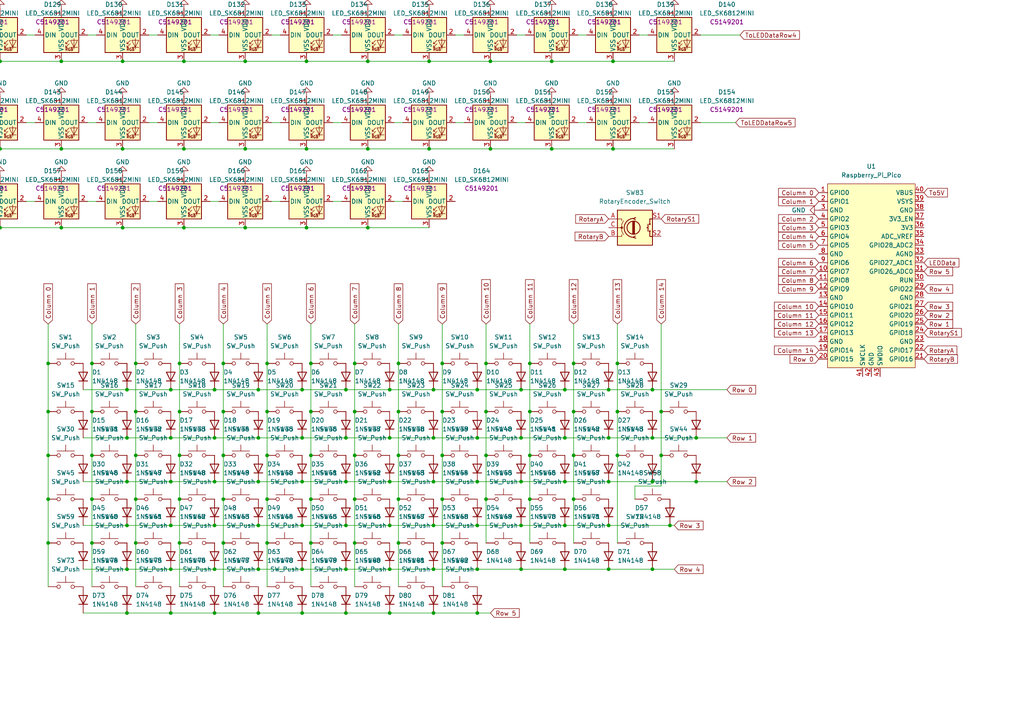
<source format=kicad_sch>
(kicad_sch (version 20231120) (generator "eeschema") (generator_version "8.0")
  (paper "A4")
  (lib_symbols
    (symbol "Device:RotaryEncoder_Switch" (pin_names (offset 0.254) hide)
      (property "Reference" "SW" (at 0 6.604 0))
      (property "Value" "RotaryEncoder_Switch" (at 0 -6.604 0))
      (symbol "RotaryEncoder_Switch_1_1"
        (pin passive line (at -7.62 2.54 0) (length 2.54) (name "A") (number "A"))
        (pin passive line (at -7.62 -2.54 0) (length 2.54) (name "B") (number "B"))
        (pin passive line (at -7.62 0 0) (length 2.54) (name "C") (number "C"))
        (pin passive line (at 7.62 2.54 180) (length 2.54) (name "S1") (number "S1"))
        (pin passive line (at 7.62 -2.54 180) (length 2.54) (name "S2") (number "S2"))
      )
    )
    (symbol "Diode:1N4148" (pin_numbers hide) (pin_names hide)
      (property "Reference" "D" (at 0 2.54 0))
      (property "Value" "1N4148" (at 0 -2.54 0))
      (symbol "1N4148_1_1"
        (pin passive line (at -3.81 0 0) (length 2.54) (name "K") (number "1"))
        (pin passive line (at 3.81 0 180) (length 2.54) (name "A") (number "2"))
      )
    )
    (symbol "ScottoKeebs:LED_SK6812MINI" (pin_names (offset 0.254))
      (property "Reference" "D" (at 2.032 5.588 0))
      (property "Value" "LED_SK6812MINI" (at 1.27 -5.715 0))
      (property "LCSC" "C5149201" (at 0 0 0))
      (symbol "LED_SK6812MINI_0_0"
        (text "RGB" (at 2.286 -4.191 0) (effects (font (size 0.762 0.762))))
      )
      (symbol "LED_SK6812MINI_1_1"
        (pin power_in line (at 0 7.62 270) (length 2.54) (name "VDD") (number "1"))
        (pin output line (at 7.62 0 180) (length 2.54) (name "DOUT") (number "2"))
        (pin power_in line (at 0 -7.62 90) (length 2.54) (name "VSS") (number "3"))
        (pin input line (at -7.62 0 0) (length 2.54) (name "DIN") (number "4"))
      )
    )
    (symbol "ScottoKeebs:MCU_Raspberry_Pi_Pico"
      (property "Reference" "U" (at 0 0 0))
      (property "Value" "Raspberry_Pi_Pico" (at 0 27.94 0))
      (symbol "MCU_Raspberry_Pi_Pico_1_1"
        (pin bidirectional line (at -15.24 24.13 0) (length 2.54) (name "GPIO0") (number "1"))
        (pin bidirectional line (at -15.24 1.27 0) (length 2.54) (name "GPIO7") (number "10"))
        (pin bidirectional line (at -15.24 -1.27 0) (length 2.54) (name "GPIO8") (number "11"))
        (pin bidirectional line (at -15.24 -3.81 0) (length 2.54) (name "GPIO9") (number "12"))
        (pin power_in line (at -15.24 -6.35 0) (length 2.54) (name "GND") (number "13"))
        (pin bidirectional line (at -15.24 -8.89 0) (length 2.54) (name "GPIO10") (number "14"))
        (pin bidirectional line (at -15.24 -11.43 0) (length 2.54) (name "GPIO11") (number "15"))
        (pin bidirectional line (at -15.24 -13.97 0) (length 2.54) (name "GPIO12") (number "16"))
        (pin bidirectional line (at -15.24 -16.51 0) (length 2.54) (name "GPIO13") (number "17"))
        (pin power_in line (at -15.24 -19.05 0) (length 2.54) (name "GND") (number "18"))
        (pin bidirectional line (at -15.24 -21.59 0) (length 2.54) (name "GPIO14") (number "19"))
        (pin bidirectional line (at -15.24 21.59 0) (length 2.54) (name "GPIO1") (number "2"))
        (pin bidirectional line (at -15.24 -24.13 0) (length 2.54) (name "GPIO15") (number "20"))
        (pin bidirectional line (at 15.24 -24.13 180) (length 2.54) (name "GPIO16") (number "21"))
        (pin bidirectional line (at 15.24 -21.59 180) (length 2.54) (name "GPIO17") (number "22"))
        (pin power_in line (at 15.24 -19.05 180) (length 2.54) (name "GND") (number "23"))
        (pin bidirectional line (at 15.24 -16.51 180) (length 2.54) (name "GPIO18") (number "24"))
        (pin bidirectional line (at 15.24 -13.97 180) (length 2.54) (name "GPIO19") (number "25"))
        (pin bidirectional line (at 15.24 -11.43 180) (length 2.54) (name "GPIO20") (number "26"))
        (pin bidirectional line (at 15.24 -8.89 180) (length 2.54) (name "GPIO21") (number "27"))
        (pin power_in line (at 15.24 -6.35 180) (length 2.54) (name "GND") (number "28"))
        (pin bidirectional line (at 15.24 -3.81 180) (length 2.54) (name "GPIO22") (number "29"))
        (pin power_in line (at -15.24 19.05 0) (length 2.54) (name "GND") (number "3"))
        (pin input line (at 15.24 -1.27 180) (length 2.54) (name "RUN") (number "30"))
        (pin bidirectional line (at 15.24 1.27 180) (length 2.54) (name "GPIO26_ADC0") (number "31"))
        (pin bidirectional line (at 15.24 3.81 180) (length 2.54) (name "GPIO27_ADC1") (number "32"))
        (pin power_in line (at 15.24 6.35 180) (length 2.54) (name "AGND") (number "33"))
        (pin bidirectional line (at 15.24 8.89 180) (length 2.54) (name "GPIO28_ADC2") (number "34"))
        (pin power_in line (at 15.24 11.43 180) (length 2.54) (name "ADC_VREF") (number "35"))
        (pin power_in line (at 15.24 13.97 180) (length 2.54) (name "3V3") (number "36"))
        (pin input line (at 15.24 16.51 180) (length 2.54) (name "3V3_EN") (number "37"))
        (pin bidirectional line (at 15.24 19.05 180) (length 2.54) (name "GND") (number "38"))
        (pin power_in line (at 15.24 21.59 180) (length 2.54) (name "VSYS") (number "39"))
        (pin bidirectional line (at -15.24 16.51 0) (length 2.54) (name "GPIO2") (number "4"))
        (pin power_in line (at 15.24 24.13 180) (length 2.54) (name "VBUS") (number "40"))
        (pin input line (at -2.54 -29.21 90) (length 2.54) (name "SWCLK") (number "41"))
        (pin power_in line (at 0 -29.21 90) (length 2.54) (name "GND") (number "42"))
        (pin bidirectional line (at 2.54 -29.21 90) (length 2.54) (name "SWDIO") (number "43"))
        (pin bidirectional line (at -15.24 13.97 0) (length 2.54) (name "GPIO3") (number "5"))
        (pin bidirectional line (at -15.24 11.43 0) (length 2.54) (name "GPIO4") (number "6"))
        (pin bidirectional line (at -15.24 8.89 0) (length 2.54) (name "GPIO5") (number "7"))
        (pin power_in line (at -15.24 6.35 0) (length 2.54) (name "GND") (number "8"))
        (pin bidirectional line (at -15.24 3.81 0) (length 2.54) (name "GPIO6") (number "9"))
      )
    )
    (symbol "Switch:SW_Push" (pin_numbers hide) (pin_names (offset 1.016) hide)
      (property "Reference" "SW" (at 1.27 2.54 0))
      (property "Value" "SW_Push" (at 0 -1.524 0))
      (symbol "SW_Push_0_1"
        (pin passive line (at -5.08 0 0) (length 2.54) (name "1") (number "1"))
        (pin passive line (at 5.08 0 180) (length 2.54) (name "2") (number "2"))
      )
    )
    (symbol "power:GND" (power) (pin_numbers hide) (pin_names (offset 0) hide)
      (property "Value" "GND" (at 0 -3.81 0))
      (symbol "GND_1_1"
        (pin power_in line (at 0 0 270) (length 0) (name "~") (number "1"))
      )
    )
  )
  (junction (at 115.57 132.08))
  (junction (at 138.43 165.1))
  (junction (at 124.46 17.78))
  (junction (at 36.83 139.7))
  (junction (at 35.56 66.04))
  (junction (at 64.77 144.78))
  (junction (at 113.03 127))
  (junction (at 153.67 119.38))
  (junction (at 160.02 -6.35))
  (junction (at 49.53 113.03))
  (junction (at 62.23 165.1))
  (junction (at 140.97 119.38))
  (junction (at 74.93 177.8))
  (junction (at 90.17 105.41))
  (junction (at 106.68 -29.21))
  (junction (at 36.83 165.1))
  (junction (at 0 43.18))
  (junction (at 166.37 119.38))
  (junction (at 106.68 17.78))
  (junction (at 0 -6.35))
  (junction (at 39.37 157.48))
  (junction (at 115.57 157.48))
  (junction (at -35.56 66.04))
  (junction (at 128.27 157.48))
  (junction (at 151.13 152.4))
  (junction (at 52.07 132.08))
  (junction (at 163.83 113.03))
  (junction (at 62.23 113.03))
  (junction (at 17.78 43.18))
  (junction (at 102.87 144.78))
  (junction (at 49.53 152.4))
  (junction (at 100.33 165.1))
  (junction (at 176.53 127))
  (junction (at 71.12 66.04))
  (junction (at 71.12 43.18))
  (junction (at 125.73 177.8))
  (junction (at 17.78 17.78))
  (junction (at 0 66.04))
  (junction (at 166.37 105.41))
  (junction (at 140.97 105.41))
  (junction (at 77.47 157.48))
  (junction (at 124.46 -29.21))
  (junction (at 201.93 127))
  (junction (at 160.02 17.78))
  (junction (at 49.53 177.8))
  (junction (at 39.37 105.41))
  (junction (at 13.97 105.41))
  (junction (at 74.93 127))
  (junction (at 52.07 144.78))
  (junction (at 64.77 105.41))
  (junction (at 106.68 -53.34))
  (junction (at 138.43 139.7))
  (junction (at 102.87 132.08))
  (junction (at 191.77 132.08))
  (junction (at 195.58 -6.35))
  (junction (at 53.34 66.04))
  (junction (at 140.97 144.78))
  (junction (at 74.93 165.1))
  (junction (at 17.78 -29.21))
  (junction (at 102.87 105.41))
  (junction (at -35.56 -6.35))
  (junction (at 128.27 105.41))
  (junction (at 124.46 43.18))
  (junction (at 100.33 113.03))
  (junction (at 189.23 165.1))
  (junction (at 113.03 139.7))
  (junction (at 26.67 119.38))
  (junction (at 160.02 -53.34))
  (junction (at 100.33 152.4))
  (junction (at 179.07 132.08))
  (junction (at 189.23 127))
  (junction (at 189.23 113.03))
  (junction (at 113.03 177.8))
  (junction (at 100.33 127))
  (junction (at 13.97 144.78))
  (junction (at 140.97 132.08))
  (junction (at 163.83 127))
  (junction (at 102.87 157.48))
  (junction (at 142.24 43.18))
  (junction (at 124.46 -53.34))
  (junction (at 90.17 157.48))
  (junction (at 53.34 17.78))
  (junction (at 125.73 152.4))
  (junction (at 0 -29.21))
  (junction (at 125.73 139.7))
  (junction (at 163.83 165.1))
  (junction (at -35.56 43.18))
  (junction (at -35.56 17.78))
  (junction (at 17.78 66.04))
  (junction (at 138.43 177.8))
  (junction (at 90.17 144.78))
  (junction (at 26.67 105.41))
  (junction (at -17.78 43.18))
  (junction (at 115.57 105.41))
  (junction (at 52.07 157.48))
  (junction (at 189.23 139.7))
  (junction (at 153.67 105.41))
  (junction (at 13.97 157.48))
  (junction (at 166.37 132.08))
  (junction (at 125.73 165.1))
  (junction (at 35.56 -53.34))
  (junction (at 74.93 152.4))
  (junction (at 39.37 144.78))
  (junction (at 100.33 139.7))
  (junction (at 115.57 119.38))
  (junction (at 77.47 132.08))
  (junction (at 17.78 -53.34))
  (junction (at 39.37 119.38))
  (junction (at 88.9 -29.21))
  (junction (at 90.17 132.08))
  (junction (at 124.46 -6.35))
  (junction (at -35.56 -53.34))
  (junction (at 35.56 43.18))
  (junction (at 106.68 43.18))
  (junction (at 176.53 139.7))
  (junction (at 88.9 43.18))
  (junction (at 49.53 139.7))
  (junction (at 35.56 17.78))
  (junction (at -17.78 -29.21))
  (junction (at 177.8 -29.21))
  (junction (at 142.24 -6.35))
  (junction (at 17.78 -6.35))
  (junction (at 88.9 17.78))
  (junction (at 113.03 113.03))
  (junction (at 138.43 127))
  (junction (at 36.83 113.03))
  (junction (at 151.13 165.1))
  (junction (at 87.63 177.8))
  (junction (at -17.78 17.78))
  (junction (at 138.43 152.4))
  (junction (at 13.97 119.38))
  (junction (at 87.63 113.03))
  (junction (at 62.23 177.8))
  (junction (at 142.24 -53.34))
  (junction (at 128.27 119.38))
  (junction (at 113.03 152.4))
  (junction (at -35.56 -29.21))
  (junction (at 0 -53.34))
  (junction (at 64.77 132.08))
  (junction (at 77.47 144.78))
  (junction (at 26.67 132.08))
  (junction (at 52.07 119.38))
  (junction (at -17.78 66.04))
  (junction (at 87.63 139.7))
  (junction (at 128.27 144.78))
  (junction (at 100.33 177.8))
  (junction (at 125.73 113.03))
  (junction (at 125.73 127))
  (junction (at 71.12 17.78))
  (junction (at 88.9 -53.34))
  (junction (at 52.07 105.41))
  (junction (at 77.47 105.41))
  (junction (at 151.13 139.7))
  (junction (at 62.23 127))
  (junction (at 36.83 177.8))
  (junction (at 87.63 127))
  (junction (at 62.23 152.4))
  (junction (at 177.8 43.18))
  (junction (at 177.8 -6.35))
  (junction (at 191.77 119.38))
  (junction (at 142.24 17.78))
  (junction (at 177.8 -53.34))
  (junction (at 88.9 -6.35))
  (junction (at 106.68 -6.35))
  (junction (at 88.9 66.04))
  (junction (at 87.63 165.1))
  (junction (at 179.07 119.38))
  (junction (at 74.93 139.7))
  (junction (at 177.8 17.78))
  (junction (at 163.83 152.4))
  (junction (at 49.53 165.1))
  (junction (at 176.53 113.03))
  (junction (at 151.13 113.03))
  (junction (at 90.17 119.38))
  (junction (at 53.34 -6.35))
  (junction (at 160.02 43.18))
  (junction (at 74.93 113.03))
  (junction (at 176.53 152.4))
  (junction (at 151.13 127))
  (junction (at 106.68 66.04))
  (junction (at 35.56 -6.35))
  (junction (at 39.37 132.08))
  (junction (at 87.63 152.4))
  (junction (at 26.67 144.78))
  (junction (at 195.58 -29.21))
  (junction (at 53.34 -53.34))
  (junction (at 53.34 43.18))
  (junction (at 62.23 139.7))
  (junction (at 179.07 105.41))
  (junction (at 128.27 132.08))
  (junction (at 194.31 152.4))
  (junction (at 201.93 139.7))
  (junction (at 153.67 144.78))
  (junction (at 49.53 127))
  (junction (at 160.02 -29.21))
  (junction (at 0 17.78))
  (junction (at 77.47 119.38))
  (junction (at 163.83 139.7))
  (junction (at 71.12 -6.35))
  (junction (at 138.43 113.03))
  (junction (at -17.78 -6.35))
  (junction (at 115.57 144.78))
  (junction (at 102.87 119.38))
  (junction (at 166.37 144.78))
  (junction (at 71.12 -53.34))
  (junction (at 36.83 152.4))
  (junction (at 26.67 157.48))
  (junction (at 13.97 132.08))
  (junction (at -17.78 -53.34))
  (junction (at 142.24 -29.21))
  (junction (at 36.83 127))
  (junction (at 64.77 119.38))
  (junction (at 113.03 165.1))
  (junction (at 35.56 -29.21))
  (junction (at 64.77 157.48))
  (junction (at 53.34 -29.21))
  (junction (at 71.12 -29.21))
  (junction (at 176.53 165.1))
  (junction (at 153.67 132.08))
  (wire (pts (xy 62.23 139.7) (xy 74.93 139.7)))
  (wire (pts (xy 102.87 119.38) (xy 102.87 132.08)))
  (wire (pts (xy 163.83 139.7) (xy 176.53 139.7)))
  (wire (pts (xy 177.8 17.78) (xy 195.58 17.78)))
  (wire (pts (xy 90.17 157.48) (xy 90.17 170.18)))
  (wire (pts (xy 124.46 43.18) (xy 142.24 43.18)))
  (wire (pts (xy 87.63 127) (xy 100.33 127)))
  (wire (pts (xy 7.62 58.42) (xy 10.16 58.42)))
  (wire (pts (xy 106.68 43.18) (xy 124.46 43.18)))
  (wire (pts (xy 90.17 93.98) (xy 90.17 105.41)))
  (wire (pts (xy 43.18 -36.83) (xy 45.72 -36.83)))
  (wire (pts (xy -17.78 -53.34) (xy 0 -53.34)))
  (wire (pts (xy 166.37 144.78) (xy 166.37 157.48)))
  (wire (pts (xy 176.53 152.4) (xy 194.31 152.4)))
  (wire (pts (xy 142.24 -53.34) (xy 160.02 -53.34)))
  (wire (pts (xy 49.53 139.7) (xy 62.23 139.7)))
  (wire (pts (xy 189.23 127) (xy 201.93 127)))
  (wire (pts (xy 114.3 -36.83) (xy 116.84 -36.83)))
  (wire (pts (xy 100.33 165.1) (xy 113.03 165.1)))
  (wire (pts (xy 90.17 119.38) (xy 90.17 132.08)))
  (wire (pts (xy -46.99 43.18) (xy -35.56 43.18)))
  (wire (pts (xy -35.56 43.18) (xy -17.78 43.18)))
  (wire (pts (xy 0 43.18) (xy 17.78 43.18)))
  (wire (pts (xy 35.56 43.18) (xy 53.34 43.18)))
  (wire (pts (xy -10.16 10.16) (xy -7.62 10.16)))
  (wire (pts (xy 49.53 177.8) (xy 62.23 177.8)))
  (wire (pts (xy 222.25 -13.97) (xy 231.14 -13.97)))
  (wire (pts (xy 96.52 58.42) (xy 99.06 58.42)))
  (wire (pts (xy 153.67 144.78) (xy 153.67 157.48)))
  (wire (pts (xy 49.53 152.4) (xy 62.23 152.4)))
  (wire (pts (xy 17.78 -29.21) (xy 35.56 -29.21)))
  (wire (pts (xy 87.63 152.4) (xy 100.33 152.4)))
  (wire (pts (xy 35.56 66.04) (xy 53.34 66.04)))
  (wire (pts (xy 35.56 -29.21) (xy 53.34 -29.21)))
  (wire (pts (xy 26.67 157.48) (xy 26.67 170.18)))
  (wire (pts (xy 106.68 -53.34) (xy 124.46 -53.34)))
  (wire (pts (xy 100.33 113.03) (xy 113.03 113.03)))
  (wire (pts (xy -10.16 35.56) (xy -7.62 35.56)))
  (wire (pts (xy 77.47 157.48) (xy 77.47 170.18)))
  (wire (pts (xy 160.02 -29.21) (xy 177.8 -29.21)))
  (wire (pts (xy 24.13 113.03) (xy 36.83 113.03)))
  (wire (pts (xy 132.08 -60.96) (xy 134.62 -60.96)))
  (wire (pts (xy 62.23 177.8) (xy 74.93 177.8)))
  (wire (pts (xy 71.12 66.04) (xy 88.9 66.04)))
  (wire (pts (xy 102.87 157.48) (xy 102.87 170.18)))
  (wire (pts (xy 49.53 127) (xy 62.23 127)))
  (wire (pts (xy 62.23 165.1) (xy 74.93 165.1)))
  (wire (pts (xy 25.4 -36.83) (xy 27.94 -36.83)))
  (wire (pts (xy 185.42 -13.97) (xy 187.96 -13.97)))
  (wire (pts (xy 153.67 119.38) (xy 153.67 132.08)))
  (wire (pts (xy 113.03 113.03) (xy 125.73 113.03)))
  (wire (pts (xy 26.67 93.98) (xy 26.67 105.41)))
  (wire (pts (xy 71.12 -53.34) (xy 88.9 -53.34)))
  (wire (pts (xy 24.13 127) (xy 36.83 127)))
  (wire (pts (xy 138.43 139.7) (xy 151.13 139.7)))
  (wire (pts (xy 128.27 119.38) (xy 128.27 132.08)))
  (wire (pts (xy 7.62 -60.96) (xy 10.16 -60.96)))
  (wire (pts (xy 96.52 35.56) (xy 99.06 35.56)))
  (wire (pts (xy 53.34 -6.35) (xy 71.12 -6.35)))
  (wire (pts (xy 115.57 132.08) (xy 115.57 144.78)))
  (wire (pts (xy 36.83 113.03) (xy 49.53 113.03)))
  (wire (pts (xy 64.77 157.48) (xy 64.77 170.18)))
  (wire (pts (xy 179.07 119.38) (xy 179.07 132.08)))
  (wire (pts (xy 149.86 -36.83) (xy 152.4 -36.83)))
  (wire (pts (xy 149.86 10.16) (xy 152.4 10.16)))
  (wire (pts (xy 74.93 127) (xy 87.63 127)))
  (wire (pts (xy -27.94 35.56) (xy -25.4 35.56)))
  (wire (pts (xy 176.53 127) (xy 189.23 127)))
  (wire (pts (xy 87.63 165.1) (xy 100.33 165.1)))
  (wire (pts (xy 201.93 139.7) (xy 210.82 139.7)))
  (wire (pts (xy 166.37 105.41) (xy 166.37 119.38)))
  (wire (pts (xy 115.57 119.38) (xy 115.57 132.08)))
  (wire (pts (xy 88.9 -53.34) (xy 106.68 -53.34)))
  (wire (pts (xy 74.93 177.8) (xy 87.63 177.8)))
  (wire (pts (xy 194.31 152.4) (xy 195.58 152.4)))
  (wire (pts (xy 62.23 113.03) (xy 74.93 113.03)))
  (wire (pts (xy 125.73 113.03) (xy 138.43 113.03)))
  (wire (pts (xy 43.18 -13.97) (xy 45.72 -13.97)))
  (wire (pts (xy -10.16 -60.96) (xy -7.62 -60.96)))
  (wire (pts (xy 78.74 35.56) (xy 81.28 35.56)))
  (wire (pts (xy -46.99 66.04) (xy -35.56 66.04)))
  (wire (pts (xy 0 17.78) (xy 17.78 17.78)))
  (wire (pts (xy 77.47 119.38) (xy 77.47 132.08)))
  (wire (pts (xy 26.67 144.78) (xy 26.67 157.48)))
  (wire (pts (xy 177.8 -53.34) (xy 195.58 -53.34)))
  (wire (pts (xy 13.97 157.48) (xy 13.97 170.18)))
  (wire (pts (xy 166.37 119.38) (xy 166.37 132.08)))
  (wire (pts (xy -35.56 -53.34) (xy -17.78 -53.34)))
  (wire (pts (xy 100.33 139.7) (xy 113.03 139.7)))
  (wire (pts (xy 49.53 113.03) (xy 62.23 113.03)))
  (wire (pts (xy 7.62 10.16) (xy 10.16 10.16)))
  (wire (pts (xy -27.94 -60.96) (xy -25.4 -60.96)))
  (wire (pts (xy 142.24 43.18) (xy 160.02 43.18)))
  (wire (pts (xy -27.94 58.42) (xy -25.4 58.42)))
  (wire (pts (xy 140.97 93.98) (xy 140.97 105.41)))
  (wire (pts (xy 203.2 10.16) (xy 214.63 10.16)))
  (wire (pts (xy 138.43 165.1) (xy 151.13 165.1)))
  (wire (pts (xy 163.83 152.4) (xy 176.53 152.4)))
  (wire (pts (xy 138.43 113.03) (xy 151.13 113.03)))
  (wire (pts (xy 71.12 -6.35) (xy 88.9 -6.35)))
  (wire (pts (xy 166.37 93.98) (xy 166.37 105.41)))
  (wire (pts (xy 36.83 177.8) (xy 49.53 177.8)))
  (wire (pts (xy 87.63 177.8) (xy 100.33 177.8)))
  (wire (pts (xy 167.64 -60.96) (xy 170.18 -60.96)))
  (wire (pts (xy 151.13 152.4) (xy 163.83 152.4)))
  (wire (pts (xy 151.13 139.7) (xy 163.83 139.7)))
  (wire (pts (xy -35.56 -6.35) (xy -17.78 -6.35)))
  (wire (pts (xy 132.08 35.56) (xy 134.62 35.56)))
  (wire (pts (xy 125.73 177.8) (xy 138.43 177.8)))
  (wire (pts (xy 189.23 165.1) (xy 195.58 165.1)))
  (wire (pts (xy 62.23 127) (xy 74.93 127)))
  (wire (pts (xy 39.37 119.38) (xy 39.37 132.08)))
  (wire (pts (xy 78.74 58.42) (xy 81.28 58.42)))
  (wire (pts (xy 124.46 -29.21) (xy 142.24 -29.21)))
  (wire (pts (xy 39.37 93.98) (xy 39.37 105.41)))
  (wire (pts (xy 43.18 35.56) (xy 45.72 35.56)))
  (wire (pts (xy 163.83 113.03) (xy 176.53 113.03)))
  (wire (pts (xy 88.9 17.78) (xy 106.68 17.78)))
  (wire (pts (xy 43.18 -60.96) (xy 45.72 -60.96)))
  (wire (pts (xy 39.37 157.48) (xy 39.37 170.18)))
  (wire (pts (xy 220.98 -36.83) (xy 229.87 -36.83)))
  (wire (pts (xy 179.07 132.08) (xy 179.07 157.48)))
  (wire (pts (xy 39.37 105.41) (xy 39.37 119.38)))
  (wire (pts (xy 100.33 152.4) (xy 113.03 152.4)))
  (wire (pts (xy 60.96 -60.96) (xy 63.5 -60.96)))
  (wire (pts (xy 0 -29.21) (xy 17.78 -29.21)))
  (wire (pts (xy 88.9 66.04) (xy 106.68 66.04)))
  (wire (pts (xy 160.02 -6.35) (xy 177.8 -6.35)))
  (wire (pts (xy 195.58 -6.35) (xy 214.63 -6.35)))
  (wire (pts (xy 115.57 93.98) (xy 115.57 105.41)))
  (wire (pts (xy 142.24 17.78) (xy 160.02 17.78)))
  (wire (pts (xy 71.12 -29.21) (xy 88.9 -29.21)))
  (wire (pts (xy 24.13 139.7) (xy 36.83 139.7)))
  (wire (pts (xy 52.07 119.38) (xy 52.07 132.08)))
  (wire (pts (xy 185.42 -36.83) (xy 187.96 -36.83)))
  (wire (pts (xy 113.03 177.8) (xy 125.73 177.8)))
  (wire (pts (xy 138.43 177.8) (xy 142.24 177.8)))
  (wire (pts (xy 113.03 127) (xy 125.73 127)))
  (wire (pts (xy 60.96 35.56) (xy 63.5 35.56)))
  (wire (pts (xy 88.9 43.18) (xy 106.68 43.18)))
  (wire (pts (xy 78.74 10.16) (xy 81.28 10.16)))
  (wire (pts (xy 71.12 43.18) (xy 88.9 43.18)))
  (wire (pts (xy 124.46 -6.35) (xy 142.24 -6.35)))
  (wire (pts (xy 115.57 157.48) (xy 115.57 170.18)))
  (wire (pts (xy 88.9 -6.35) (xy 106.68 -6.35)))
  (wire (pts (xy -27.94 -13.97) (xy -25.4 -13.97)))
  (wire (pts (xy 88.9 -29.21) (xy 106.68 -29.21)))
  (wire (pts (xy 113.03 152.4) (xy 125.73 152.4)))
  (wire (pts (xy 13.97 93.98) (xy 13.97 105.41)))
  (wire (pts (xy 167.64 -36.83) (xy 170.18 -36.83)))
  (wire (pts (xy 151.13 127) (xy 163.83 127)))
  (wire (pts (xy 0 -6.35) (xy 17.78 -6.35)))
  (wire (pts (xy 26.67 119.38) (xy 26.67 132.08)))
  (wire (pts (xy 52.07 144.78) (xy 52.07 157.48)))
  (wire (pts (xy 77.47 144.78) (xy 77.47 157.48)))
  (wire (pts (xy 114.3 -13.97) (xy 116.84 -13.97)))
  (wire (pts (xy 191.77 119.38) (xy 191.77 132.08)))
  (wire (pts (xy 166.37 132.08) (xy 166.37 144.78)))
  (wire (pts (xy 128.27 132.08) (xy 128.27 144.78)))
  (wire (pts (xy 17.78 17.78) (xy 35.56 17.78)))
  (wire (pts (xy 74.93 165.1) (xy 87.63 165.1)))
  (wire (pts (xy 25.4 35.56) (xy 27.94 35.56)))
  (wire (pts (xy 7.62 -36.83) (xy 10.16 -36.83)))
  (wire (pts (xy 100.33 177.8) (xy 113.03 177.8)))
  (wire (pts (xy 64.77 105.41) (xy 64.77 119.38)))
  (wire (pts (xy 90.17 132.08) (xy 90.17 144.78)))
  (wire (pts (xy 128.27 157.48) (xy 128.27 170.18)))
  (wire (pts (xy 140.97 132.08) (xy 140.97 144.78)))
  (wire (pts (xy 132.08 -13.97) (xy 134.62 -13.97)))
  (wire (pts (xy 176.53 113.03) (xy 189.23 113.03)))
  (wire (pts (xy 25.4 -13.97) (xy 27.94 -13.97)))
  (wire (pts (xy -35.56 17.78) (xy -17.78 17.78)))
  (wire (pts (xy 102.87 105.41) (xy 102.87 119.38)))
  (wire (pts (xy 113.03 165.1) (xy 125.73 165.1)))
  (wire (pts (xy 138.43 127) (xy 151.13 127)))
  (wire (pts (xy 153.67 93.98) (xy 153.67 105.41)))
  (wire (pts (xy 17.78 -53.34) (xy 35.56 -53.34)))
  (wire (pts (xy 35.56 -6.35) (xy 53.34 -6.35)))
  (wire (pts (xy 184.15 144.78) (xy 184.15 140.97)))
  (wire (pts (xy -35.56 66.04) (xy -17.78 66.04)))
  (wire (pts (xy 102.87 132.08) (xy 102.87 144.78)))
  (wire (pts (xy 151.13 113.03) (xy 163.83 113.03)))
  (wire (pts (xy -35.56 -29.21) (xy -17.78 -29.21)))
  (wire (pts (xy 125.73 165.1) (xy 138.43 165.1)))
  (wire (pts (xy 25.4 -60.96) (xy 27.94 -60.96)))
  (wire (pts (xy 0 66.04) (xy 17.78 66.04)))
  (wire (pts (xy 195.58 -29.21) (xy 213.36 -29.21)))
  (wire (pts (xy 39.37 132.08) (xy 39.37 144.78)))
  (wire (pts (xy 114.3 58.42) (xy 116.84 58.42)))
  (wire (pts (xy -46.99 -29.21) (xy -35.56 -29.21)))
  (wire (pts (xy 113.03 139.7) (xy 125.73 139.7)))
  (wire (pts (xy 60.96 10.16) (xy 63.5 10.16)))
  (wire (pts (xy 185.42 35.56) (xy 187.96 35.56)))
  (wire (pts (xy -17.78 43.18) (xy 0 43.18)))
  (wire (pts (xy 77.47 132.08) (xy 77.47 144.78)))
  (wire (pts (xy -10.16 -36.83) (xy -7.62 -36.83)))
  (wire (pts (xy 132.08 10.16) (xy 134.62 10.16)))
  (wire (pts (xy 149.86 35.56) (xy 152.4 35.56)))
  (wire (pts (xy 60.96 -13.97) (xy 63.5 -13.97)))
  (wire (pts (xy 189.23 139.7) (xy 201.93 139.7)))
  (wire (pts (xy 78.74 -60.96) (xy 81.28 -60.96)))
  (wire (pts (xy 114.3 35.56) (xy 116.84 35.56)))
  (wire (pts (xy 125.73 152.4) (xy 138.43 152.4)))
  (wire (pts (xy 132.08 -36.83) (xy 134.62 -36.83)))
  (wire (pts (xy -44.45 -53.34) (xy -35.56 -53.34)))
  (wire (pts (xy 77.47 105.41) (xy 77.47 119.38)))
  (wire (pts (xy 149.86 -60.96) (xy 152.4 -60.96)))
  (wire (pts (xy 140.97 105.41) (xy 140.97 119.38)))
  (wire (pts (xy 13.97 119.38) (xy 13.97 132.08)))
  (wire (pts (xy 115.57 144.78) (xy 115.57 157.48)))
  (wire (pts (xy 151.13 165.1) (xy 163.83 165.1)))
  (wire (pts (xy 102.87 144.78) (xy 102.87 157.48)))
  (wire (pts (xy 140.97 144.78) (xy 140.97 157.48)))
  (wire (pts (xy 96.52 -13.97) (xy 99.06 -13.97)))
  (wire (pts (xy 64.77 119.38) (xy 64.77 132.08)))
  (wire (pts (xy 49.53 165.1) (xy 62.23 165.1)))
  (wire (pts (xy 77.47 93.98) (xy 77.47 105.41)))
  (wire (pts (xy 17.78 43.18) (xy 35.56 43.18)))
  (wire (pts (xy 60.96 58.42) (xy 63.5 58.42)))
  (wire (pts (xy 36.83 127) (xy 49.53 127)))
  (wire (pts (xy 160.02 43.18) (xy 177.8 43.18)))
  (wire (pts (xy 163.83 165.1) (xy 176.53 165.1)))
  (wire (pts (xy 176.53 165.1) (xy 189.23 165.1)))
  (wire (pts (xy 13.97 144.78) (xy 13.97 157.48)))
  (wire (pts (xy 36.83 139.7) (xy 49.53 139.7)))
  (wire (pts (xy 35.56 17.78) (xy 53.34 17.78)))
  (wire (pts (xy 128.27 93.98) (xy 128.27 105.41)))
  (wire (pts (xy 184.15 140.97) (xy 191.77 140.97)))
  (wire (pts (xy 26.67 105.41) (xy 26.67 119.38)))
  (wire (pts (xy 74.93 113.03) (xy 87.63 113.03)))
  (wire (pts (xy 160.02 -53.34) (xy 177.8 -53.34)))
  (wire (pts (xy 191.77 132.08) (xy 191.77 140.97)))
  (wire (pts (xy 26.67 132.08) (xy 26.67 144.78)))
  (wire (pts (xy 24.13 152.4) (xy 36.83 152.4)))
  (wire (pts (xy 87.63 113.03) (xy 100.33 113.03)))
  (wire (pts (xy 78.74 -36.83) (xy 81.28 -36.83)))
  (wire (pts (xy 124.46 -53.34) (xy 142.24 -53.34)))
  (wire (pts (xy 60.96 -36.83) (xy 63.5 -36.83)))
  (wire (pts (xy 128.27 105.41) (xy 128.27 119.38)))
  (wire (pts (xy 201.93 127) (xy 210.82 127)))
  (wire (pts (xy 90.17 144.78) (xy 90.17 157.48)))
  (wire (pts (xy 142.24 -29.21) (xy 160.02 -29.21)))
  (wire (pts (xy 96.52 10.16) (xy 99.06 10.16)))
  (wire (pts (xy 7.62 35.56) (xy 10.16 35.56)))
  (wire (pts (xy 13.97 105.41) (xy 13.97 119.38)))
  (wire (pts (xy -27.94 -36.83) (xy -25.4 -36.83)))
  (wire (pts (xy 62.23 152.4) (xy 74.93 152.4)))
  (wire (pts (xy -10.16 -13.97) (xy -7.62 -13.97)))
  (wire (pts (xy 140.97 119.38) (xy 140.97 132.08)))
  (wire (pts (xy 125.73 139.7) (xy 138.43 139.7)))
  (wire (pts (xy 179.07 105.41) (xy 179.07 119.38)))
  (wire (pts (xy 52.07 93.98) (xy 52.07 105.41)))
  (wire (pts (xy 102.87 93.98) (xy 102.87 105.41)))
  (wire (pts (xy 138.43 152.4) (xy 151.13 152.4)))
  (wire (pts (xy 0 -53.34) (xy 17.78 -53.34)))
  (wire (pts (xy 177.8 43.18) (xy 195.58 43.18)))
  (wire (pts (xy 185.42 10.16) (xy 187.96 10.16)))
  (wire (pts (xy 167.64 10.16) (xy 170.18 10.16)))
  (wire (pts (xy 167.64 -13.97) (xy 170.18 -13.97)))
  (wire (pts (xy 124.46 17.78) (xy 142.24 17.78)))
  (wire (pts (xy 115.57 105.41) (xy 115.57 119.38)))
  (wire (pts (xy 114.3 10.16) (xy 116.84 10.16)))
  (wire (pts (xy 52.07 157.48) (xy 52.07 170.18)))
  (wire (pts (xy 189.23 113.03) (xy 210.82 113.03)))
  (wire (pts (xy -17.78 17.78) (xy 0 17.78)))
  (wire (pts (xy 90.17 105.41) (xy 90.17 119.38)))
  (wire (pts (xy 106.68 -29.21) (xy 124.46 -29.21)))
  (wire (pts (xy 53.34 43.18) (xy 71.12 43.18)))
  (wire (pts (xy 52.07 132.08) (xy 52.07 144.78)))
  (wire (pts (xy 96.52 -36.83) (xy 99.06 -36.83)))
  (wire (pts (xy 203.2 -13.97) (xy 207.01 -13.97)))
  (wire (pts (xy 64.77 144.78) (xy 64.77 157.48)))
  (wire (pts (xy 153.67 105.41) (xy 153.67 119.38)))
  (wire (pts (xy 53.34 -53.34) (xy 71.12 -53.34)))
  (wire (pts (xy 160.02 17.78) (xy 177.8 17.78)))
  (wire (pts (xy 43.18 10.16) (xy 45.72 10.16)))
  (wire (pts (xy 106.68 17.78) (xy 124.46 17.78)))
  (wire (pts (xy 203.2 -36.83) (xy 205.74 -36.83)))
  (wire (pts (xy 114.3 -60.96) (xy 116.84 -60.96)))
  (wire (pts (xy 24.13 165.1) (xy 36.83 165.1)))
  (wire (pts (xy 39.37 144.78) (xy 39.37 157.48)))
  (wire (pts (xy -17.78 -6.35) (xy 0 -6.35)))
  (wire (pts (xy 25.4 58.42) (xy 27.94 58.42)))
  (wire (pts (xy 43.18 58.42) (xy 45.72 58.42)))
  (wire (pts (xy 71.12 17.78) (xy 88.9 17.78)))
  (wire (pts (xy 87.63 139.7) (xy 100.33 139.7)))
  (wire (pts (xy -27.94 10.16) (xy -25.4 10.16)))
  (wire (pts (xy -10.16 58.42) (xy -7.62 58.42)))
  (wire (pts (xy 125.73 127) (xy 138.43 127)))
  (wire (pts (xy 128.27 144.78) (xy 128.27 157.48)))
  (wire (pts (xy 35.56 -53.34) (xy 53.34 -53.34)))
  (wire (pts (xy 179.07 93.98) (xy 179.07 105.41)))
  (wire (pts (xy 53.34 -29.21) (xy 71.12 -29.21)))
  (wire (pts (xy 17.78 66.04) (xy 35.56 66.04)))
  (wire (pts (xy 142.24 -6.35) (xy 160.02 -6.35)))
  (wire (pts (xy 7.62 -13.97) (xy 10.16 -13.97)))
  (wire (pts (xy 177.8 -6.35) (xy 195.58 -6.35)))
  (wire (pts (xy 177.8 -29.21) (xy 195.58 -29.21)))
  (wire (pts (xy 13.97 132.08) (xy 13.97 144.78)))
  (wire (pts (xy 64.77 93.98) (xy 64.77 105.41)))
  (wire (pts (xy 53.34 17.78) (xy 71.12 17.78)))
  (wire (pts (xy 185.42 -60.96) (xy 187.96 -60.96)))
  (wire (pts (xy 53.34 66.04) (xy 71.12 66.04)))
  (wire (pts (xy 203.2 -60.96) (xy 208.28 -60.96)))
  (wire (pts (xy 24.13 177.8) (xy 36.83 177.8)))
  (wire (pts (xy 17.78 -6.35) (xy 35.56 -6.35)))
  (wire (pts (xy 149.86 -13.97) (xy 152.4 -13.97)))
  (wire (pts (xy 176.53 139.7) (xy 189.23 139.7)))
  (wire (pts (xy 153.67 132.08) (xy 153.67 144.78)))
  (wire (pts (xy 25.4 10.16) (xy 27.94 10.16)))
  (wire (pts (xy 167.64 35.56) (xy 170.18 35.56)))
  (wire (pts (xy 106.68 66.04) (xy 124.46 66.04)))
  (wire (pts (xy 52.07 105.41) (xy 52.07 119.38)))
  (wire (pts (xy 36.83 152.4) (xy 49.53 152.4)))
  (wire (pts (xy 100.33 127) (xy 113.03 127)))
  (wire (pts (xy 203.2 35.56) (xy 213.36 35.56)))
  (wire (pts (xy -17.78 66.04) (xy 0 66.04)))
  (wire (pts (xy 191.77 93.98) (xy 191.77 119.38)))
  (wire (pts (xy -17.78 -29.21) (xy 0 -29.21)))
  (wire (pts (xy -46.99 -6.35) (xy -35.56 -6.35)))
  (wire (pts (xy -46.99 17.78) (xy -35.56 17.78)))
  (wire (pts (xy 96.52 -60.96) (xy 99.06 -60.96)))
  (wire (pts (xy 106.68 -6.35) (xy 124.46 -6.35)))
  (wire (pts (xy 64.77 132.08) (xy 64.77 144.78)))
  (wire (pts (xy 163.83 127) (xy 176.53 127)))
  (wire (pts (xy 74.93 152.4) (xy 87.63 152.4)))
  (wire (pts (xy 78.74 -13.97) (xy 81.28 -13.97)))
  (wire (pts (xy 36.83 165.1) (xy 49.53 165.1)))
  (wire (pts (xy 74.93 139.7) (xy 87.63 139.7)))
  (global_label "Row 1" (shape input) (at 210.82 127 0) (property "Intersheetrefs" "${INTERSHEET_REFS}" (effects (hide yes))))
  (global_label "Column 7" (shape input) (at 237.49 78.74 180) (property "Intersheetrefs" "${INTERSHEET_REFS}" (effects (hide yes))))
  (global_label "RotaryA" (shape input) (at 267.97 101.6 0) (property "Intersheetrefs" "${INTERSHEET_REFS}" (effects (hide yes))))
  (global_label "Column 11" (shape input) (at 237.49 91.44 180) (property "Intersheetrefs" "${INTERSHEET_REFS}" (effects (hide yes))))
  (global_label "Column 8" (shape input) (at 115.57 93.98 90) (property "Intersheetrefs" "${INTERSHEET_REFS}" (effects (hide yes))))
  (global_label "Column 9" (shape input) (at 128.27 93.98 90) (property "Intersheetrefs" "${INTERSHEET_REFS}" (effects (hide yes))))
  (global_label "Row 4" (shape input) (at 195.58 165.1 0) (property "Intersheetrefs" "${INTERSHEET_REFS}" (effects (hide yes))))
  (global_label "ToLEDDataRow3" (shape input) (at 231.14 -13.97 0) (property "Intersheetrefs" "${INTERSHEET_REFS}" (effects (hide yes))))
  (global_label "LEDData" (shape input) (at -43.18 -60.96 180) (property "Intersheetrefs" "${INTERSHEET_REFS}" (effects (hide yes))))
  (global_label "Column 6" (shape input) (at 90.17 93.98 90) (property "Intersheetrefs" "${INTERSHEET_REFS}" (effects (hide yes))))
  (global_label "Column 10" (shape input) (at 140.97 93.98 90) (property "Intersheetrefs" "${INTERSHEET_REFS}" (effects (hide yes))))
  (global_label "Column 1" (shape input) (at 26.67 93.98 90) (property "Intersheetrefs" "${INTERSHEET_REFS}" (effects (hide yes))))
  (global_label "Row 3" (shape input) (at 195.58 152.4 0) (property "Intersheetrefs" "${INTERSHEET_REFS}" (effects (hide yes))))
  (global_label "Column 4" (shape input) (at 237.49 68.58 180) (property "Intersheetrefs" "${INTERSHEET_REFS}" (effects (hide yes))))
  (global_label "ToLEDDataRow4" (shape input) (at -43.18 35.56 180) (property "Intersheetrefs" "${INTERSHEET_REFS}" (effects (hide yes))))
  (global_label "Column 3" (shape input) (at 52.07 93.98 90) (property "Intersheetrefs" "${INTERSHEET_REFS}" (effects (hide yes))))
  (global_label "Column 0" (shape input) (at 237.49 55.88 180) (property "Intersheetrefs" "${INTERSHEET_REFS}" (effects (hide yes))))
  (global_label "Column 14" (shape input) (at 191.77 93.98 90) (property "Intersheetrefs" "${INTERSHEET_REFS}" (effects (hide yes))))
  (global_label "RotaryS1" (shape input) (at 267.97 96.52 0) (property "Intersheetrefs" "${INTERSHEET_REFS}" (effects (hide yes))))
  (global_label "ToLEDDataRow5" (shape input) (at 213.36 35.56 0) (property "Intersheetrefs" "${INTERSHEET_REFS}" (effects (hide yes))))
  (global_label "Row 1" (shape input) (at 267.97 93.98 0) (property "Intersheetrefs" "${INTERSHEET_REFS}" (effects (hide yes))))
  (global_label "Row 0" (shape input) (at 210.82 113.03 0) (property "Intersheetrefs" "${INTERSHEET_REFS}" (effects (hide yes))))
  (global_label "Row 5" (shape input) (at 267.97 78.74 0) (property "Intersheetrefs" "${INTERSHEET_REFS}" (effects (hide yes))))
  (global_label "ToLEDDataRow2" (shape input) (at 229.87 -36.83 0) (property "Intersheetrefs" "${INTERSHEET_REFS}" (effects (hide yes))))
  (global_label "ToLEDDataRow5" (shape input) (at -43.18 58.42 180) (property "Intersheetrefs" "${INTERSHEET_REFS}" (effects (hide yes))))
  (global_label "Row 2" (shape input) (at 210.82 139.7 0) (property "Intersheetrefs" "${INTERSHEET_REFS}" (effects (hide yes))))
  (global_label "Column 11" (shape input) (at 153.67 93.98 90) (property "Intersheetrefs" "${INTERSHEET_REFS}" (effects (hide yes))))
  (global_label "Row 5" (shape input) (at 142.24 177.8 0) (property "Intersheetrefs" "${INTERSHEET_REFS}" (effects (hide yes))))
  (global_label "Column 6" (shape input) (at 237.49 76.2 180) (property "Intersheetrefs" "${INTERSHEET_REFS}" (effects (hide yes))))
  (global_label "To5V" (shape input) (at -46.99 66.04 180) (property "Intersheetrefs" "${INTERSHEET_REFS}" (effects (hide yes))))
  (global_label "RotaryS1" (shape input) (at 191.77 63.5 0) (property "Intersheetrefs" "${INTERSHEET_REFS}" (effects (hide yes))))
  (global_label "To5V" (shape input) (at -46.99 -29.21 180) (property "Intersheetrefs" "${INTERSHEET_REFS}" (effects (hide yes))))
  (global_label "LEDData" (shape input) (at 267.97 76.2 0) (property "Intersheetrefs" "${INTERSHEET_REFS}" (effects (hide yes))))
  (global_label "Column 13" (shape input) (at 179.07 93.98 90) (property "Intersheetrefs" "${INTERSHEET_REFS}" (effects (hide yes))))
  (global_label "RotaryB" (shape input) (at 267.97 104.14 0) (property "Intersheetrefs" "${INTERSHEET_REFS}" (effects (hide yes))))
  (global_label "ToLEDDataRow2" (shape input) (at -43.18 -13.97 180) (property "Intersheetrefs" "${INTERSHEET_REFS}" (effects (hide yes))))
  (global_label "To5V" (shape input) (at 267.97 55.88 0) (property "Intersheetrefs" "${INTERSHEET_REFS}" (effects (hide yes))))
  (global_label "Column 1" (shape input) (at 237.49 58.42 180) (property "Intersheetrefs" "${INTERSHEET_REFS}" (effects (hide yes))))
  (global_label "ToLEDDataRow1" (shape input) (at 208.28 -60.96 0) (property "Intersheetrefs" "${INTERSHEET_REFS}" (effects (hide yes))))
  (global_label "Row 4" (shape input) (at 267.97 83.82 0) (property "Intersheetrefs" "${INTERSHEET_REFS}" (effects (hide yes))))
  (global_label "Column 2" (shape input) (at 237.49 63.5 180) (property "Intersheetrefs" "${INTERSHEET_REFS}" (effects (hide yes))))
  (global_label "ToLEDDataRow1" (shape input) (at -43.18 -36.83 180) (property "Intersheetrefs" "${INTERSHEET_REFS}" (effects (hide yes))))
  (global_label "RotaryB" (shape input) (at 176.53 68.58 180) (property "Intersheetrefs" "${INTERSHEET_REFS}" (effects (hide yes))))
  (global_label "Column 0" (shape input) (at 13.97 93.98 90) (property "Intersheetrefs" "${INTERSHEET_REFS}" (effects (hide yes))))
  (global_label "ToLEDDataRow3" (shape input) (at -43.18 10.16 180) (property "Intersheetrefs" "${INTERSHEET_REFS}" (effects (hide yes))))
  (global_label "Row 3" (shape input) (at 267.97 88.9 0) (property "Intersheetrefs" "${INTERSHEET_REFS}" (effects (hide yes))))
  (global_label "To5V" (shape input) (at -44.45 -53.34 180) (property "Intersheetrefs" "${INTERSHEET_REFS}" (effects (hide yes))))
  (global_label "To5V" (shape input) (at -46.99 17.78 180) (property "Intersheetrefs" "${INTERSHEET_REFS}" (effects (hide yes))))
  (global_label "RotaryA" (shape input) (at 176.53 63.5 180) (property "Intersheetrefs" "${INTERSHEET_REFS}" (effects (hide yes))))
  (global_label "Column 5" (shape input) (at 77.47 93.98 90) (property "Intersheetrefs" "${INTERSHEET_REFS}" (effects (hide yes))))
  (global_label "Column 5" (shape input) (at 237.49 71.12 180) (property "Intersheetrefs" "${INTERSHEET_REFS}" (effects (hide yes))))
  (global_label "Column 2" (shape input) (at 39.37 93.98 90) (property "Intersheetrefs" "${INTERSHEET_REFS}" (effects (hide yes))))
  (global_label "Column 8" (shape input) (at 237.49 81.28 180) (property "Intersheetrefs" "${INTERSHEET_REFS}" (effects (hide yes))))
  (global_label "Column 12" (shape input) (at 237.49 93.98 180) (property "Intersheetrefs" "${INTERSHEET_REFS}" (effects (hide yes))))
  (global_label "Column 12" (shape input) (at 166.37 93.98 90) (property "Intersheetrefs" "${INTERSHEET_REFS}" (effects (hide yes))))
  (global_label "To5V" (shape input) (at -46.99 43.18 180) (property "Intersheetrefs" "${INTERSHEET_REFS}" (effects (hide yes))))
  (global_label "Row 2" (shape input) (at 267.97 91.44 0) (property "Intersheetrefs" "${INTERSHEET_REFS}" (effects (hide yes))))
  (global_label "Column 7" (shape input) (at 102.87 93.98 90) (property "Intersheetrefs" "${INTERSHEET_REFS}" (effects (hide yes))))
  (global_label "Row 0" (shape input) (at 237.49 104.14 180) (property "Intersheetrefs" "${INTERSHEET_REFS}" (effects (hide yes))))
  (global_label "Column 13" (shape input) (at 237.49 96.52 180) (property "Intersheetrefs" "${INTERSHEET_REFS}" (effects (hide yes))))
  (global_label "Column 10" (shape input) (at 237.49 88.9 180) (property "Intersheetrefs" "${INTERSHEET_REFS}" (effects (hide yes))))
  (global_label "To5V" (shape input) (at -46.99 -6.35 180) (property "Intersheetrefs" "${INTERSHEET_REFS}" (effects (hide yes))))
  (global_label "Column 14" (shape input) (at 237.49 101.6 180) (property "Intersheetrefs" "${INTERSHEET_REFS}" (effects (hide yes))))
  (global_label "Column 9" (shape input) (at 237.49 83.82 180) (property "Intersheetrefs" "${INTERSHEET_REFS}" (effects (hide yes))))
  (global_label "Column 4" (shape input) (at 64.77 93.98 90) (property "Intersheetrefs" "${INTERSHEET_REFS}" (effects (hide yes))))
  (global_label "ToLEDDataRow4" (shape input) (at 214.63 10.16 0) (property "Intersheetrefs" "${INTERSHEET_REFS}" (effects (hide yes))))
  (global_label "Column 3" (shape input) (at 237.49 66.04 180) (property "Intersheetrefs" "${INTERSHEET_REFS}" (effects (hide yes))))
  (symbol (lib_id "ScottoKeebs:LED_SK6812MINI") (at 142.24 10.16 0) (unit 1)
    (property "Reference" "D137" (at 157.48 1.3014 0))
    (property "Value" "LED_SK6812MINI" (at 157.48 3.8414 0))
    (property "Footprint" "SK6812-MINI-E:SK6812-MINI-E" (effects (hide yes)))
    (property "Datasheet" "https://cdn-shop.adafruit.com/product-files/2686/SK6812MINI_REV.01-1-2.pdf" (effects (hide yes)))
    (property "Description" "RGB LED with integrated controller" (effects (hide yes)))
    (property "LCSC" "C5149201" (at 157.48 6.3814 0))
  )
  (symbol (lib_id "ScottoKeebs:LED_SK6812MINI") (at 213.36 -36.83 0) (unit 1)
    (property "Reference" "D111" (at 228.6 -45.6886 0))
    (property "Value" "LED_SK6812MINI" (at 228.6 -43.1486 0))
    (property "Footprint" "SK6812-MINI-E:SK6812-MINI-E" (effects (hide yes)))
    (property "Datasheet" "https://cdn-shop.adafruit.com/product-files/2686/SK6812MINI_REV.01-1-2.pdf" (effects (hide yes)))
    (property "Description" "RGB LED with integrated controller" (effects (hide yes)))
    (property "LCSC" "C5149201" (at 228.6 -40.6086 0))
  )
  (symbol (lib_id "ScottoKeebs:LED_SK6812MINI") (at 71.12 35.56 0) (unit 1)
    (property "Reference" "D147" (at 86.36 26.7014 0))
    (property "Value" "LED_SK6812MINI" (at 86.36 29.2414 0))
    (property "Footprint" "SK6812-MINI-E:SK6812-MINI-E" (effects (hide yes)))
    (property "Datasheet" "https://cdn-shop.adafruit.com/product-files/2686/SK6812MINI_REV.01-1-2.pdf" (effects (hide yes)))
    (property "Description" "RGB LED with integrated controller" (effects (hide yes)))
    (property "LCSC" "C5149201" (at 86.36 31.7814 0))
  )
  (symbol (lib_id "Switch:SW_Push") (at 107.95 132.08 0) (unit 1)
    (property "Reference" "SW37" (at 107.95 124.46 0))
    (property "Value" "SW_Push" (at 107.95 127 0))
    (property "Footprint" "Button_Switch_Keyboard:SW_Cherry_MX_1.00u_PCB" (effects (hide yes)))
    (property "Description" "Push button switch, generic, two pins" (effects (hide yes)))
  )
  (symbol (lib_id "power:GND") (at 53.34 -44.45 180) (unit 1)
    (property "Reference" "#PWR021" (effects (hide yes)))
    (property "Value" "GND" (at 53.34 -48.26 0))
    (property "Description" "Power symbol creates a global label with name \"GND\" , ground" (effects (hide yes)))
  )
  (symbol (lib_id "Switch:SW_Push") (at 146.05 132.08 0) (unit 1)
    (property "Reference" "SW40" (at 146.05 124.46 0))
    (property "Value" "SW_Push" (at 146.05 127 0))
    (property "Footprint" "Button_Switch_Keyboard:SW_Cherry_MX_1.00u_PCB" (effects (hide yes)))
    (property "Description" "Push button switch, generic, two pins" (effects (hide yes)))
  )
  (symbol (lib_id "ScottoKeebs:LED_SK6812MINI") (at 71.12 -60.96 0) (unit 1)
    (property "Reference" "D89" (at 86.36 -69.8186 0))
    (property "Value" "LED_SK6812MINI" (at 86.36 -67.2786 0))
    (property "Footprint" "SK6812-MINI-E:SK6812-MINI-E" (effects (hide yes)))
    (property "Datasheet" "https://cdn-shop.adafruit.com/product-files/2686/SK6812MINI_REV.01-1-2.pdf" (effects (hide yes)))
    (property "Description" "RGB LED with integrated controller" (effects (hide yes)))
    (property "LCSC" "C5149201" (at 86.36 -64.7386 0))
  )
  (symbol (lib_id "ScottoKeebs:LED_SK6812MINI") (at -35.56 -36.83 0) (unit 1)
    (property "Reference" "D97" (at -20.32 -45.6886 0))
    (property "Value" "LED_SK6812MINI" (at -20.32 -43.1486 0))
    (property "Footprint" "SK6812-MINI-E:SK6812-MINI-E" (effects (hide yes)))
    (property "Datasheet" "https://cdn-shop.adafruit.com/product-files/2686/SK6812MINI_REV.01-1-2.pdf" (effects (hide yes)))
    (property "Description" "RGB LED with integrated controller" (effects (hide yes)))
    (property "LCSC" "C5149201" (at -20.32 -40.6086 0))
  )
  (symbol (lib_id "ScottoKeebs:LED_SK6812MINI") (at -17.78 -36.83 0) (unit 1)
    (property "Reference" "D98" (at -2.54 -45.6886 0))
    (property "Value" "LED_SK6812MINI" (at -2.54 -43.1486 0))
    (property "Footprint" "SK6812-MINI-E:SK6812-MINI-E" (effects (hide yes)))
    (property "Datasheet" "https://cdn-shop.adafruit.com/product-files/2686/SK6812MINI_REV.01-1-2.pdf" (effects (hide yes)))
    (property "Description" "RGB LED with integrated controller" (effects (hide yes)))
    (property "LCSC" "C5149201" (at -2.54 -40.6086 0))
  )
  (symbol (lib_id "power:GND") (at 195.58 -44.45 180) (unit 1)
    (property "Reference" "#PWR029" (effects (hide yes)))
    (property "Value" "GND" (at 195.58 -48.26 0))
    (property "Description" "Power symbol creates a global label with name \"GND\" , ground" (effects (hide yes)))
  )
  (symbol (lib_id "ScottoKeebs:LED_SK6812MINI") (at 177.8 -36.83 0) (unit 1)
    (property "Reference" "D109" (at 193.04 -45.6886 0))
    (property "Value" "LED_SK6812MINI" (at 193.04 -43.1486 0))
    (property "Footprint" "SK6812-MINI-E:SK6812-MINI-E" (effects (hide yes)))
    (property "Datasheet" "https://cdn-shop.adafruit.com/product-files/2686/SK6812MINI_REV.01-1-2.pdf" (effects (hide yes)))
    (property "Description" "RGB LED with integrated controller" (effects (hide yes)))
    (property "LCSC" "C5149201" (at 193.04 -40.6086 0))
  )
  (symbol (lib_id "Switch:SW_Push") (at 82.55 157.48 0) (unit 1)
    (property "Reference" "SW64" (at 82.55 149.86 0))
    (property "Value" "SW_Push" (at 82.55 152.4 0))
    (property "Footprint" "Button_Switch_Keyboard:SW_Cherry_MX_1.00u_PCB" (effects (hide yes)))
    (property "Description" "Push button switch, generic, two pins" (effects (hide yes)))
  )
  (symbol (lib_id "ScottoKeebs:LED_SK6812MINI") (at 124.46 58.42 0) (unit 1)
    (property "Reference" "D164" (at 139.7 49.5614 0))
    (property "Value" "LED_SK6812MINI" (at 139.7 52.1014 0))
    (property "Footprint" "SK6812-MINI-E:SK6812-MINI-E" (effects (hide yes)))
    (property "Datasheet" "https://cdn-shop.adafruit.com/product-files/2686/SK6812MINI_REV.01-1-2.pdf" (effects (hide yes)))
    (property "Description" "RGB LED with integrated controller" (effects (hide yes)))
    (property "LCSC" "C5149201" (at 139.7 54.6414 0))
  )
  (symbol (lib_id "power:GND") (at 53.34 -21.59 180) (unit 1)
    (property "Reference" "#PWR036" (effects (hide yes)))
    (property "Value" "GND" (at 53.34 -25.4 0))
    (property "Description" "Power symbol creates a global label with name \"GND\" , ground" (effects (hide yes)))
  )
  (symbol (lib_id "ScottoKeebs:LED_SK6812MINI") (at 177.8 -60.96 0) (unit 1)
    (property "Reference" "D95" (at 193.04 -69.8186 0))
    (property "Value" "LED_SK6812MINI" (at 193.04 -67.2786 0))
    (property "Footprint" "SK6812-MINI-E:SK6812-MINI-E" (effects (hide yes)))
    (property "Datasheet" "https://cdn-shop.adafruit.com/product-files/2686/SK6812MINI_REV.01-1-2.pdf" (effects (hide yes)))
    (property "Description" "RGB LED with integrated controller" (effects (hide yes)))
    (property "LCSC" "C5149201" (at 193.04 -64.7386 0))
  )
  (symbol (lib_id "power:GND") (at 195.58 -68.58 180) (unit 1)
    (property "Reference" "#PWR015" (effects (hide yes)))
    (property "Value" "GND" (at 195.58 -72.39 0))
    (property "Description" "Power symbol creates a global label with name \"GND\" , ground" (effects (hide yes)))
  )
  (symbol (lib_id "ScottoKeebs:LED_SK6812MINI") (at 0 -60.96 0) (unit 1)
    (property "Reference" "D85" (at 15.24 -69.8186 0))
    (property "Value" "LED_SK6812MINI" (at 15.24 -67.2786 0))
    (property "Footprint" "SK6812-MINI-E:SK6812-MINI-E" (effects (hide yes)))
    (property "Datasheet" "https://cdn-shop.adafruit.com/product-files/2686/SK6812MINI_REV.01-1-2.pdf" (effects (hide yes)))
    (property "Description" "RGB LED with integrated controller" (effects (hide yes)))
    (property "LCSC" "C5149201" (at 15.24 -64.7386 0))
  )
  (symbol (lib_id "power:GND") (at 53.34 -68.58 180) (unit 1)
    (property "Reference" "#PWR07" (effects (hide yes)))
    (property "Value" "GND" (at 53.34 -72.39 0))
    (property "Description" "Power symbol creates a global label with name \"GND\" , ground" (effects (hide yes)))
  )
  (symbol (lib_id "Switch:SW_Push") (at 19.05 157.48 0) (unit 1)
    (property "Reference" "SW59" (at 19.05 149.86 0))
    (property "Value" "SW_Push" (at 19.05 152.4 0))
    (property "Footprint" "Button_Switch_Keyboard:SW_Cherry_MX_1.25u_PCB" (effects (hide yes)))
    (property "Description" "Push button switch, generic, two pins" (effects (hide yes)))
  )
  (symbol (lib_id "ScottoKeebs:LED_SK6812MINI") (at 88.9 -60.96 0) (unit 1)
    (property "Reference" "D90" (at 104.14 -69.8186 0))
    (property "Value" "LED_SK6812MINI" (at 104.14 -67.2786 0))
    (property "Footprint" "SK6812-MINI-E:SK6812-MINI-E" (effects (hide yes)))
    (property "Datasheet" "https://cdn-shop.adafruit.com/product-files/2686/SK6812MINI_REV.01-1-2.pdf" (effects (hide yes)))
    (property "Description" "RGB LED with integrated controller" (effects (hide yes)))
    (property "LCSC" "C5149201" (at 104.14 -64.7386 0))
  )
  (symbol (lib_id "power:GND") (at 213.36 -44.45 180) (unit 1)
    (property "Reference" "#PWR030" (effects (hide yes)))
    (property "Value" "GND" (at 213.36 -48.26 0))
    (property "Description" "Power symbol creates a global label with name \"GND\" , ground" (effects (hide yes)))
  )
  (symbol (lib_id "Diode:1N4148") (at 176.53 123.19 90) (unit 1)
    (property "Reference" "D27" (at 179.07 121.9199 90) (effects (justify right)))
    (property "Value" "1N4148" (at 179.07 124.4599 90) (effects (justify right)))
    (property "Footprint" "Diode_THT:D_DO-35_SOD27_P7.62mm_Horizontal" (effects (hide yes)))
    (property "Datasheet" "https://assets.nexperia.com/documents/data-sheet/1N4148_1N4448.pdf" (effects (hide yes)))
    (property "Description" "100V 0.15A standard switching diode, DO-35" (effects (hide yes)))
    (property "Sim.Device" "D" (effects (hide yes)))
    (property "Sim.Pins" "1=K 2=A" (effects (hide yes)))
  )
  (symbol (lib_id "Diode:1N4148") (at 24.13 123.19 90) (unit 1)
    (property "Reference" "D15" (at 26.67 121.9199 90) (effects (justify right)))
    (property "Value" "1N4148" (at 26.67 124.4599 90) (effects (justify right)))
    (property "Footprint" "Diode_THT:D_DO-35_SOD27_P7.62mm_Horizontal" (effects (hide yes)))
    (property "Datasheet" "https://assets.nexperia.com/documents/data-sheet/1N4148_1N4448.pdf" (effects (hide yes)))
    (property "Description" "100V 0.15A standard switching diode, DO-35" (effects (hide yes)))
    (property "Sim.Device" "D" (effects (hide yes)))
    (property "Sim.Pins" "1=K 2=A" (effects (hide yes)))
  )
  (symbol (lib_id "Switch:SW_Push") (at 31.75 119.38 0) (unit 1)
    (property "Reference" "SW16" (at 31.75 111.76 0))
    (property "Value" "SW_Push" (at 31.75 114.3 0))
    (property "Footprint" "Button_Switch_Keyboard:SW_Cherry_MX_1.00u_PCB" (effects (hide yes)))
    (property "Description" "Push button switch, generic, two pins" (effects (hide yes)))
  )
  (symbol (lib_id "ScottoKeebs:LED_SK6812MINI") (at 88.9 -13.97 0) (unit 1)
    (property "Reference" "D119" (at 104.14 -22.8286 0))
    (property "Value" "LED_SK6812MINI" (at 104.14 -20.2886 0))
    (property "Footprint" "SK6812-MINI-E:SK6812-MINI-E" (effects (hide yes)))
    (property "Datasheet" "https://cdn-shop.adafruit.com/product-files/2686/SK6812MINI_REV.01-1-2.pdf" (effects (hide yes)))
    (property "Description" "RGB LED with integrated controller" (effects (hide yes)))
    (property "LCSC" "C5149201" (at 104.14 -17.7486 0))
  )
  (symbol (lib_id "Diode:1N4148") (at 138.43 135.89 90) (unit 1)
    (property "Reference" "D39" (at 140.97 134.6199 90) (effects (justify right)))
    (property "Value" "1N4148" (at 140.97 137.1599 90) (effects (justify right)))
    (property "Footprint" "Diode_THT:D_DO-35_SOD27_P7.62mm_Horizontal" (effects (hide yes)))
    (property "Datasheet" "https://assets.nexperia.com/documents/data-sheet/1N4148_1N4448.pdf" (effects (hide yes)))
    (property "Description" "100V 0.15A standard switching diode, DO-35" (effects (hide yes)))
    (property "Sim.Device" "D" (effects (hide yes)))
    (property "Sim.Pins" "1=K 2=A" (effects (hide yes)))
  )
  (symbol (lib_id "Switch:SW_Push") (at 146.05 144.78 0) (unit 1)
    (property "Reference" "SW55" (at 146.05 137.16 0))
    (property "Value" "SW_Push" (at 146.05 139.7 0))
    (property "Footprint" "Button_Switch_Keyboard:SW_Cherry_MX_1.00u_PCB" (effects (hide yes)))
    (property "Description" "Push button switch, generic, two pins" (effects (hide yes)))
  )
  (symbol (lib_id "Diode:1N4148") (at 36.83 148.59 90) (unit 1)
    (property "Reference" "D46" (at 39.37 147.3199 90) (effects (justify right)))
    (property "Value" "1N4148" (at 39.37 149.8599 90) (effects (justify right)))
    (property "Footprint" "Diode_THT:D_DO-35_SOD27_P7.62mm_Horizontal" (effects (hide yes)))
    (property "Datasheet" "https://assets.nexperia.com/documents/data-sheet/1N4148_1N4448.pdf" (effects (hide yes)))
    (property "Description" "100V 0.15A standard switching diode, DO-35" (effects (hide yes)))
    (property "Sim.Device" "D" (effects (hide yes)))
    (property "Sim.Pins" "1=K 2=A" (effects (hide yes)))
  )
  (symbol (lib_id "Diode:1N4148") (at 189.23 135.89 90) (unit 1)
    (property "Reference" "D43" (effects (hide yes)))
    (property "Value" "1N4148" (effects (hide yes)))
    (property "Footprint" "Diode_THT:D_DO-35_SOD27_P7.62mm_Horizontal" (effects (hide yes)))
    (property "Datasheet" "https://assets.nexperia.com/documents/data-sheet/1N4148_1N4448.pdf" (effects (hide yes)))
    (property "Description" "100V 0.15A standard switching diode, DO-35" (effects (hide yes)))
    (property "Sim.Device" "D" (effects (hide yes)))
    (property "Sim.Pins" "1=K 2=A" (effects (hide yes)))
  )
  (symbol (lib_id "ScottoKeebs:LED_SK6812MINI") (at 124.46 35.56 0) (unit 1)
    (property "Reference" "D150" (at 139.7 26.7014 0))
    (property "Value" "LED_SK6812MINI" (at 139.7 29.2414 0))
    (property "Footprint" "SK6812-MINI-E:SK6812-MINI-E" (effects (hide yes)))
    (property "Datasheet" "https://cdn-shop.adafruit.com/product-files/2686/SK6812MINI_REV.01-1-2.pdf" (effects (hide yes)))
    (property "Description" "RGB LED with integrated controller" (effects (hide yes)))
    (property "LCSC" "C5149201" (at 139.7 31.7814 0))
  )
  (symbol (lib_id "Switch:SW_Push") (at 31.75 132.08 0) (unit 1)
    (property "Reference" "SW31" (at 31.75 124.46 0))
    (property "Value" "SW_Push" (at 31.75 127 0))
    (property "Footprint" "Button_Switch_Keyboard:SW_Cherry_MX_1.00u_PCB" (effects (hide yes)))
    (property "Description" "Push button switch, generic, two pins" (effects (hide yes)))
  )
  (symbol (lib_id "ScottoKeebs:LED_SK6812MINI") (at 195.58 35.56 0) (unit 1)
    (property "Reference" "D154" (at 210.82 26.7014 0))
    (property "Value" "LED_SK6812MINI" (at 210.82 29.2414 0))
    (property "Footprint" "SK6812-MINI-E:SK6812-MINI-E" (effects (hide yes)))
    (property "Datasheet" "https://cdn-shop.adafruit.com/product-files/2686/SK6812MINI_REV.01-1-2.pdf" (effects (hide yes)))
    (property "Description" "RGB LED with integrated controller" (effects (hide yes)))
    (property "LCSC" "C5149201" (at 210.82 31.7814 0))
  )
  (symbol (lib_id "Switch:SW_Push") (at 57.15 105.41 0) (unit 1)
    (property "Reference" "SW4" (at 57.15 97.79 0))
    (property "Value" "SW_Push" (at 57.15 100.33 0))
    (property "Footprint" "Button_Switch_Keyboard:SW_Cherry_MX_1.00u_PCB" (effects (hide yes)))
    (property "Description" "Push button switch, generic, two pins" (effects (hide yes)))
  )
  (symbol (lib_id "ScottoKeebs:LED_SK6812MINI") (at 0 35.56 0) (unit 1)
    (property "Reference" "D143" (at 15.24 26.7014 0))
    (property "Value" "LED_SK6812MINI" (at 15.24 29.2414 0))
    (property "Footprint" "SK6812-MINI-E:SK6812-MINI-E" (effects (hide yes)))
    (property "Datasheet" "https://cdn-shop.adafruit.com/product-files/2686/SK6812MINI_REV.01-1-2.pdf" (effects (hide yes)))
    (property "Description" "RGB LED with integrated controller" (effects (hide yes)))
    (property "LCSC" "C5149201" (at 15.24 31.7814 0))
  )
  (symbol (lib_id "Switch:SW_Push") (at 184.15 157.48 0) (unit 1)
    (property "Reference" "SW72" (at 184.15 149.86 0))
    (property "Value" "SW_Push" (at 184.15 152.4 0))
    (property "Footprint" "Button_Switch_Keyboard:SW_Cherry_MX_1.00u_PCB" (effects (hide yes)))
    (property "Description" "Push button switch, generic, two pins" (effects (hide yes)))
  )
  (symbol (lib_id "power:GND") (at 0 27.94 180) (unit 1)
    (property "Reference" "#PWR062" (effects (hide yes)))
    (property "Value" "GND" (at 0 24.13 0))
    (property "Description" "Power symbol creates a global label with name \"GND\" , ground" (effects (hide yes)))
  )
  (symbol (lib_id "Diode:1N4148") (at 151.13 135.89 90) (unit 1)
    (property "Reference" "D40" (at 153.67 134.6199 90) (effects (justify right)))
    (property "Value" "1N4148" (at 153.67 137.1599 90) (effects (justify right)))
    (property "Footprint" "Diode_THT:D_DO-35_SOD27_P7.62mm_Horizontal" (effects (hide yes)))
    (property "Datasheet" "https://assets.nexperia.com/documents/data-sheet/1N4148_1N4448.pdf" (effects (hide yes)))
    (property "Description" "100V 0.15A standard switching diode, DO-35" (effects (hide yes)))
    (property "Sim.Device" "D" (effects (hide yes)))
    (property "Sim.Pins" "1=K 2=A" (effects (hide yes)))
  )
  (symbol (lib_id "ScottoKeebs:LED_SK6812MINI") (at 142.24 -13.97 0) (unit 1)
    (property "Reference" "D122" (at 157.48 -22.8286 0))
    (property "Value" "LED_SK6812MINI" (at 157.48 -20.2886 0))
    (property "Footprint" "SK6812-MINI-E:SK6812-MINI-E" (effects (hide yes)))
    (property "Datasheet" "https://cdn-shop.adafruit.com/product-files/2686/SK6812MINI_REV.01-1-2.pdf" (effects (hide yes)))
    (property "Description" "RGB LED with integrated controller" (effects (hide yes)))
    (property "LCSC" "C5149201" (at 157.48 -17.7486 0))
  )
  (symbol (lib_id "ScottoKeebs:LED_SK6812MINI") (at 0 -13.97 0) (unit 1)
    (property "Reference" "D114" (at 15.24 -22.8286 0))
    (property "Value" "LED_SK6812MINI" (at 15.24 -20.2886 0))
    (property "Footprint" "SK6812-MINI-E:SK6812-MINI-E" (effects (hide yes)))
    (property "Datasheet" "https://cdn-shop.adafruit.com/product-files/2686/SK6812MINI_REV.01-1-2.pdf" (effects (hide yes)))
    (property "Description" "RGB LED with integrated controller" (effects (hide yes)))
    (property "LCSC" "C5149201" (at 15.24 -17.7486 0))
  )
  (symbol (lib_id "Switch:SW_Push") (at 107.95 170.18 0) (unit 1)
    (property "Reference" "SW80" (at 107.95 162.56 0))
    (property "Value" "SW_Push" (at 107.95 165.1 0))
    (property "Footprint" "Button_Switch_Keyboard:SW_Cherry_MX_1.00u_PCB" (effects (hide yes)))
    (property "Description" "Push button switch, generic, two pins" (effects (hide yes)))
  )
  (symbol (lib_id "ScottoKeebs:LED_SK6812MINI") (at 124.46 -36.83 0) (unit 1)
    (property "Reference" "D106" (at 139.7 -45.6886 0))
    (property "Value" "LED_SK6812MINI" (at 139.7 -43.1486 0))
    (property "Footprint" "SK6812-MINI-E:SK6812-MINI-E" (effects (hide yes)))
    (property "Datasheet" "https://cdn-shop.adafruit.com/product-files/2686/SK6812MINI_REV.01-1-2.pdf" (effects (hide yes)))
    (property "Description" "RGB LED with integrated controller" (effects (hide yes)))
    (property "LCSC" "C5149201" (at 139.7 -40.6086 0))
  )
  (symbol (lib_id "power:GND") (at -17.78 2.54 180) (unit 1)
    (property "Reference" "#PWR047" (effects (hide yes)))
    (property "Value" "GND" (at -17.78 -1.27 0))
    (property "Description" "Power symbol creates a global label with name \"GND\" , ground" (effects (hide yes)))
  )
  (symbol (lib_id "ScottoKeebs:LED_SK6812MINI") (at 124.46 -13.97 0) (unit 1)
    (property "Reference" "D121" (at 139.7 -22.8286 0))
    (property "Value" "LED_SK6812MINI" (at 139.7 -20.2886 0))
    (property "Footprint" "SK6812-MINI-E:SK6812-MINI-E" (effects (hide yes)))
    (property "Datasheet" "https://cdn-shop.adafruit.com/product-files/2686/SK6812MINI_REV.01-1-2.pdf" (effects (hide yes)))
    (property "Description" "RGB LED with integrated controller" (effects (hide yes)))
    (property "LCSC" "C5149201" (at 139.7 -17.7486 0))
  )
  (symbol (lib_id "ScottoKeebs:LED_SK6812MINI") (at 35.56 -36.83 0) (unit 1)
    (property "Reference" "D101" (at 50.8 -45.6886 0))
    (property "Value" "LED_SK6812MINI" (at 50.8 -43.1486 0))
    (property "Footprint" "SK6812-MINI-E:SK6812-MINI-E" (effects (hide yes)))
    (property "Datasheet" "https://cdn-shop.adafruit.com/product-files/2686/SK6812MINI_REV.01-1-2.pdf" (effects (hide yes)))
    (property "Description" "RGB LED with integrated controller" (effects (hide yes)))
    (property "LCSC" "C5149201" (at 50.8 -40.6086 0))
  )
  (symbol (lib_id "Switch:SW_Push") (at 69.85 119.38 0) (unit 1)
    (property "Reference" "SW19" (at 69.85 111.76 0))
    (property "Value" "SW_Push" (at 69.85 114.3 0))
    (property "Footprint" "Button_Switch_Keyboard:SW_Cherry_MX_1.00u_PCB" (effects (hide yes)))
    (property "Description" "Push button switch, generic, two pins" (effects (hide yes)))
  )
  (symbol (lib_id "Diode:1N4148") (at 138.43 109.22 90) (unit 1)
    (property "Reference" "D10" (at 140.97 107.9499 90) (effects (justify right)))
    (property "Value" "1N4148" (at 140.97 110.4899 90) (effects (justify right)))
    (property "Footprint" "Diode_THT:D_DO-35_SOD27_P7.62mm_Horizontal" (effects (hide yes)))
    (property "Datasheet" "https://assets.nexperia.com/documents/data-sheet/1N4148_1N4448.pdf" (effects (hide yes)))
    (property "Description" "100V 0.15A standard switching diode, DO-35" (effects (hide yes)))
    (property "Sim.Device" "D" (effects (hide yes)))
    (property "Sim.Pins" "1=K 2=A" (effects (hide yes)))
  )
  (symbol (lib_id "Switch:SW_Push") (at 196.85 119.38 0) (unit 1)
    (property "Reference" "SW29" (at 196.85 111.76 0))
    (property "Value" "SW_Push" (at 196.85 114.3 0))
    (property "Footprint" "Button_Switch_Keyboard:SW_Cherry_MX_1.00u_PCB" (effects (hide yes)))
    (property "Description" "Push button switch, generic, two pins" (effects (hide yes)))
  )
  (symbol (lib_id "Diode:1N4148") (at 87.63 161.29 90) (unit 1)
    (property "Reference" "D64" (at 90.17 160.0199 90) (effects (justify right)))
    (property "Value" "1N4148" (at 90.17 162.5599 90) (effects (justify right)))
    (property "Footprint" "Diode_THT:D_DO-35_SOD27_P7.62mm_Horizontal" (effects (hide yes)))
    (property "Datasheet" "https://assets.nexperia.com/documents/data-sheet/1N4148_1N4448.pdf" (effects (hide yes)))
    (property "Description" "100V 0.15A standard switching diode, DO-35" (effects (hide yes)))
    (property "Sim.Device" "D" (effects (hide yes)))
    (property "Sim.Pins" "1=K 2=A" (effects (hide yes)))
  )
  (symbol (lib_id "Diode:1N4148") (at 62.23 109.22 90) (unit 1)
    (property "Reference" "D4" (at 64.77 107.9499 90) (effects (justify right)))
    (property "Value" "1N4148" (at 64.77 110.4899 90) (effects (justify right)))
    (property "Footprint" "Diode_THT:D_DO-35_SOD27_P7.62mm_Horizontal" (effects (hide yes)))
    (property "Datasheet" "https://assets.nexperia.com/documents/data-sheet/1N4148_1N4448.pdf" (effects (hide yes)))
    (property "Description" "100V 0.15A standard switching diode, DO-35" (effects (hide yes)))
    (property "Sim.Device" "D" (effects (hide yes)))
    (property "Sim.Pins" "1=K 2=A" (effects (hide yes)))
  )
  (symbol (lib_id "Switch:SW_Push") (at 133.35 144.78 0) (unit 1)
    (property "Reference" "SW54" (at 133.35 137.16 0))
    (property "Value" "SW_Push" (at 133.35 139.7 0))
    (property "Footprint" "Button_Switch_Keyboard:SW_Cherry_MX_1.00u_PCB" (effects (hide yes)))
    (property "Description" "Push button switch, generic, two pins" (effects (hide yes)))
  )
  (symbol (lib_id "ScottoKeebs:LED_SK6812MINI") (at 88.9 -36.83 0) (unit 1)
    (property "Reference" "D104" (at 104.14 -45.6886 0))
    (property "Value" "LED_SK6812MINI" (at 104.14 -43.1486 0))
    (property "Footprint" "SK6812-MINI-E:SK6812-MINI-E" (effects (hide yes)))
    (property "Datasheet" "https://cdn-shop.adafruit.com/product-files/2686/SK6812MINI_REV.01-1-2.pdf" (effects (hide yes)))
    (property "Description" "RGB LED with integrated controller" (effects (hide yes)))
    (property "LCSC" "C5149201" (at 104.14 -40.6086 0))
  )
  (symbol (lib_id "ScottoKeebs:LED_SK6812MINI") (at 53.34 -36.83 0) (unit 1)
    (property "Reference" "D102" (at 68.58 -45.6886 0))
    (property "Value" "LED_SK6812MINI" (at 68.58 -43.1486 0))
    (property "Footprint" "SK6812-MINI-E:SK6812-MINI-E" (effects (hide yes)))
    (property "Datasheet" "https://cdn-shop.adafruit.com/product-files/2686/SK6812MINI_REV.01-1-2.pdf" (effects (hide yes)))
    (property "Description" "RGB LED with integrated controller" (effects (hide yes)))
    (property "LCSC" "C5149201" (at 68.58 -40.6086 0))
  )
  (symbol (lib_id "power:GND") (at 177.8 2.54 180) (unit 1)
    (property "Reference" "#PWR058" (effects (hide yes)))
    (property "Value" "GND" (at 177.8 -1.27 0))
    (property "Description" "Power symbol creates a global label with name \"GND\" , ground" (effects (hide yes)))
  )
  (symbol (lib_id "ScottoKeebs:LED_SK6812MINI") (at 160.02 -36.83 0) (unit 1)
    (property "Reference" "D108" (at 175.26 -45.6886 0))
    (property "Value" "LED_SK6812MINI" (at 175.26 -43.1486 0))
    (property "Footprint" "SK6812-MINI-E:SK6812-MINI-E" (effects (hide yes)))
    (property "Datasheet" "https://cdn-shop.adafruit.com/product-files/2686/SK6812MINI_REV.01-1-2.pdf" (effects (hide yes)))
    (property "Description" "RGB LED with integrated controller" (effects (hide yes)))
    (property "LCSC" "C5149201" (at 175.26 -40.6086 0))
  )
  (symbol (lib_id "power:GND") (at 35.56 27.94 180) (unit 1)
    (property "Reference" "#PWR064" (effects (hide yes)))
    (property "Value" "GND" (at 35.56 24.13 0))
    (property "Description" "Power symbol creates a global label with name \"GND\" , ground" (effects (hide yes)))
  )
  (symbol (lib_id "ScottoKeebs:LED_SK6812MINI") (at -35.56 -60.96 0) (unit 1)
    (property "Reference" "D83" (at -20.32 -69.8186 0))
    (property "Value" "LED_SK6812MINI" (at -20.32 -67.2786 0))
    (property "Footprint" "SK6812-MINI-E:SK6812-MINI-E" (effects (hide yes)))
    (property "Datasheet" "https://cdn-shop.adafruit.com/product-files/2686/SK6812MINI_REV.01-1-2.pdf" (effects (hide yes)))
    (property "Description" "RGB LED with integrated controller" (effects (hide yes)))
    (property "LCSC" "C5149201" (at -20.32 -64.7386 0))
  )
  (symbol (lib_id "Diode:1N4148") (at 125.73 161.29 90) (unit 1)
    (property "Reference" "D67" (at 128.27 160.0199 90) (effects (justify right)))
    (property "Value" "1N4148" (at 128.27 162.5599 90) (effects (justify right)))
    (property "Footprint" "Diode_THT:D_DO-35_SOD27_P7.62mm_Horizontal" (effects (hide yes)))
    (property "Datasheet" "https://assets.nexperia.com/documents/data-sheet/1N4148_1N4448.pdf" (effects (hide yes)))
    (property "Description" "100V 0.15A standard switching diode, DO-35" (effects (hide yes)))
    (property "Sim.Device" "D" (effects (hide yes)))
    (property "Sim.Pins" "1=K 2=A" (effects (hide yes)))
  )
  (symbol (lib_id "power:GND") (at 160.02 -44.45 180) (unit 1)
    (property "Reference" "#PWR027" (effects (hide yes)))
    (property "Value" "GND" (at 160.02 -48.26 0))
    (property "Description" "Power symbol creates a global label with name \"GND\" , ground" (effects (hide yes)))
  )
  (symbol (lib_id "Switch:SW_Push") (at 31.75 105.41 0) (unit 1)
    (property "Reference" "SW2" (at 31.75 97.79 0))
    (property "Value" "SW_Push" (at 31.75 100.33 0))
    (property "Footprint" "Button_Switch_Keyboard:SW_Cherry_MX_1.00u_PCB" (effects (hide yes)))
    (property "Description" "Push button switch, generic, two pins" (effects (hide yes)))
  )
  (symbol (lib_id "power:GND") (at 17.78 2.54 180) (unit 1)
    (property "Reference" "#PWR049" (effects (hide yes)))
    (property "Value" "GND" (at 17.78 -1.27 0))
    (property "Description" "Power symbol creates a global label with name \"GND\" , ground" (effects (hide yes)))
  )
  (symbol (lib_id "Switch:SW_Push") (at 158.75 119.38 0) (unit 1)
    (property "Reference" "SW26" (at 158.75 111.76 0))
    (property "Value" "SW_Push" (at 158.75 114.3 0))
    (property "Footprint" "Button_Switch_Keyboard:SW_Cherry_MX_1.00u_PCB" (effects (hide yes)))
    (property "Description" "Push button switch, generic, two pins" (effects (hide yes)))
  )
  (symbol (lib_id "Diode:1N4148") (at 189.23 109.22 90) (unit 1)
    (property "Reference" "D14" (effects (hide yes)))
    (property "Value" "1N4148" (effects (hide yes)))
    (property "Footprint" "Diode_THT:D_DO-35_SOD27_P7.62mm_Horizontal" (effects (hide yes)))
    (property "Datasheet" "https://assets.nexperia.com/documents/data-sheet/1N4148_1N4448.pdf" (effects (hide yes)))
    (property "Description" "100V 0.15A standard switching diode, DO-35" (effects (hide yes)))
    (property "Sim.Device" "D" (effects (hide yes)))
    (property "Sim.Pins" "1=K 2=A" (effects (hide yes)))
  )
  (symbol (lib_id "ScottoKeebs:LED_SK6812MINI") (at 195.58 -36.83 0) (unit 1)
    (property "Reference" "D110" (at 210.82 -45.6886 0))
    (property "Value" "LED_SK6812MINI" (at 210.82 -43.1486 0))
    (property "Footprint" "SK6812-MINI-E:SK6812-MINI-E" (effects (hide yes)))
    (property "Datasheet" "https://cdn-shop.adafruit.com/product-files/2686/SK6812MINI_REV.01-1-2.pdf" (effects (hide yes)))
    (property "Description" "RGB LED with integrated controller" (effects (hide yes)))
    (property "LCSC" "C5149201" (at 210.82 -40.6086 0))
  )
  (symbol (lib_id "power:GND") (at 160.02 -68.58 180) (unit 1)
    (property "Reference" "#PWR013" (effects (hide yes)))
    (property "Value" "GND" (at 160.02 -72.39 0))
    (property "Description" "Power symbol creates a global label with name \"GND\" , ground" (effects (hide yes)))
  )
  (symbol (lib_id "Switch:SW_Push") (at 82.55 170.18 0) (unit 1)
    (property "Reference" "SW78" (at 82.55 162.56 0))
    (property "Value" "SW_Push" (at 82.55 165.1 0))
    (property "Footprint" "Button_Switch_Keyboard:SW_Cherry_MX_1.25u_PCB" (effects (hide yes)))
    (property "Description" "Push button switch, generic, two pins" (effects (hide yes)))
  )
  (symbol (lib_id "Diode:1N4148") (at 163.83 123.19 90) (unit 1)
    (property "Reference" "D26" (at 166.37 121.9199 90) (effects (justify right)))
    (property "Value" "1N4148" (at 166.37 124.4599 90) (effects (justify right)))
    (property "Footprint" "Diode_THT:D_DO-35_SOD27_P7.62mm_Horizontal" (effects (hide yes)))
    (property "Datasheet" "https://assets.nexperia.com/documents/data-sheet/1N4148_1N4448.pdf" (effects (hide yes)))
    (property "Description" "100V 0.15A standard switching diode, DO-35" (effects (hide yes)))
    (property "Sim.Device" "D" (effects (hide yes)))
    (property "Sim.Pins" "1=K 2=A" (effects (hide yes)))
  )
  (symbol (lib_id "Diode:1N4148") (at 113.03 135.89 90) (unit 1)
    (property "Reference" "D37" (at 115.57 134.6199 90) (effects (justify right)))
    (property "Value" "1N4148" (at 115.57 137.1599 90) (effects (justify right)))
    (property "Footprint" "Diode_THT:D_DO-35_SOD27_P7.62mm_Horizontal" (effects (hide yes)))
    (property "Datasheet" "https://assets.nexperia.com/documents/data-sheet/1N4148_1N4448.pdf" (effects (hide yes)))
    (property "Description" "100V 0.15A standard switching diode, DO-35" (effects (hide yes)))
    (property "Sim.Device" "D" (effects (hide yes)))
    (property "Sim.Pins" "1=K 2=A" (effects (hide yes)))
  )
  (symbol (lib_id "ScottoKeebs:LED_SK6812MINI") (at 71.12 58.42 0) (unit 1)
    (property "Reference" "D161" (at 86.36 49.5614 0))
    (property "Value" "LED_SK6812MINI" (at 86.36 52.1014 0))
    (property "Footprint" "SK6812-MINI-E:SK6812-MINI-E" (effects (hide yes)))
    (property "Datasheet" "https://cdn-shop.adafruit.com/product-files/2686/SK6812MINI_REV.01-1-2.pdf" (effects (hide yes)))
    (property "Description" "RGB LED with integrated controller" (effects (hide yes)))
    (property "LCSC" "C5149201" (at 86.36 54.6414 0))
  )
  (symbol (lib_id "power:GND") (at 35.56 -44.45 180) (unit 1)
    (property "Reference" "#PWR020" (effects (hide yes)))
    (property "Value" "GND" (at 35.56 -48.26 0))
    (property "Description" "Power symbol creates a global label with name \"GND\" , ground" (effects (hide yes)))
  )
  (symbol (lib_id "Diode:1N4148") (at 163.83 161.29 90) (unit 1)
    (property "Reference" "D70" (at 166.37 160.0199 90) (effects (justify right)))
    (property "Value" "1N4148" (at 166.37 162.5599 90) (effects (justify right)))
    (property "Footprint" "Diode_THT:D_DO-35_SOD27_P7.62mm_Horizontal" (effects (hide yes)))
    (property "Datasheet" "https://assets.nexperia.com/documents/data-sheet/1N4148_1N4448.pdf" (effects (hide yes)))
    (property "Description" "100V 0.15A standard switching diode, DO-35" (effects (hide yes)))
    (property "Sim.Device" "D" (effects (hide yes)))
    (property "Sim.Pins" "1=K 2=A" (effects (hide yes)))
  )
  (symbol (lib_id "ScottoKeebs:LED_SK6812MINI") (at 17.78 35.56 0) (unit 1)
    (property "Reference" "D144" (at 33.02 26.7014 0))
    (property "Value" "LED_SK6812MINI" (at 33.02 29.2414 0))
    (property "Footprint" "SK6812-MINI-E:SK6812-MINI-E" (effects (hide yes)))
    (property "Datasheet" "https://cdn-shop.adafruit.com/product-files/2686/SK6812MINI_REV.01-1-2.pdf" (effects (hide yes)))
    (property "Description" "RGB LED with integrated controller" (effects (hide yes)))
    (property "LCSC" "C5149201" (at 33.02 31.7814 0))
  )
  (symbol (lib_id "Switch:SW_Push") (at 57.15 157.48 0) (unit 1)
    (property "Reference" "SW62" (at 57.15 149.86 0))
    (property "Value" "SW_Push" (at 57.15 152.4 0))
    (property "Footprint" "Button_Switch_Keyboard:SW_Cherry_MX_1.00u_PCB" (effects (hide yes)))
    (property "Description" "Push button switch, generic, two pins" (effects (hide yes)))
  )
  (symbol (lib_id "ScottoKeebs:LED_SK6812MINI") (at 0 10.16 0) (unit 1)
    (property "Reference" "D129" (at 15.24 1.3014 0))
    (property "Value" "LED_SK6812MINI" (at 15.24 3.8414 0))
    (property "Footprint" "SK6812-MINI-E:SK6812-MINI-E" (effects (hide yes)))
    (property "Datasheet" "https://cdn-shop.adafruit.com/product-files/2686/SK6812MINI_REV.01-1-2.pdf" (effects (hide yes)))
    (property "Description" "RGB LED with integrated controller" (effects (hide yes)))
    (property "LCSC" "C5149201" (at 15.24 6.3814 0))
  )
  (symbol (lib_id "Diode:1N4148") (at 100.33 161.29 90) (unit 1)
    (property "Reference" "D65" (at 102.87 160.0199 90) (effects (justify right)))
    (property "Value" "1N4148" (at 102.87 162.5599 90) (effects (justify right)))
    (property "Footprint" "Diode_THT:D_DO-35_SOD27_P7.62mm_Horizontal" (effects (hide yes)))
    (property "Datasheet" "https://assets.nexperia.com/documents/data-sheet/1N4148_1N4448.pdf" (effects (hide yes)))
    (property "Description" "100V 0.15A standard switching diode, DO-35" (effects (hide yes)))
    (property "Sim.Device" "D" (effects (hide yes)))
    (property "Sim.Pins" "1=K 2=A" (effects (hide yes)))
  )
  (symbol (lib_id "Diode:1N4148") (at 49.53 148.59 90) (unit 1)
    (property "Reference" "D47" (at 52.07 147.3199 90) (effects (justify right)))
    (property "Value" "1N4148" (at 52.07 149.8599 90) (effects (justify right)))
    (property "Footprint" "Diode_THT:D_DO-35_SOD27_P7.62mm_Horizontal" (effects (hide yes)))
    (property "Datasheet" "https://assets.nexperia.com/documents/data-sheet/1N4148_1N4448.pdf" (effects (hide yes)))
    (property "Description" "100V 0.15A standard switching diode, DO-35" (effects (hide yes)))
    (property "Sim.Device" "D" (effects (hide yes)))
    (property "Sim.Pins" "1=K 2=A" (effects (hide yes)))
  )
  (symbol (lib_id "Diode:1N4148") (at 176.53 109.22 90) (unit 1)
    (property "Reference" "D13" (at 179.07 107.9499 90) (effects (justify right)))
    (property "Value" "1N4148" (at 179.07 110.4899 90) (effects (justify right)))
    (property "Footprint" "Diode_THT:D_DO-35_SOD27_P7.62mm_Horizontal" (effects (hide yes)))
    (property "Datasheet" "https://assets.nexperia.com/documents/data-sheet/1N4148_1N4448.pdf" (effects (hide yes)))
    (property "Description" "100V 0.15A standard switching diode, DO-35" (effects (hide yes)))
    (property "Sim.Device" "D" (effects (hide yes)))
    (property "Sim.Pins" "1=K 2=A" (effects (hide yes)))
  )
  (symbol (lib_id "Diode:1N4148") (at 36.83 123.19 90) (unit 1)
    (property "Reference" "D16" (at 39.37 121.9199 90) (effects (justify right)))
    (property "Value" "1N4148" (at 39.37 124.4599 90) (effects (justify right)))
    (property "Footprint" "Diode_THT:D_DO-35_SOD27_P7.62mm_Horizontal" (effects (hide yes)))
    (property "Datasheet" "https://assets.nexperia.com/documents/data-sheet/1N4148_1N4448.pdf" (effects (hide yes)))
    (property "Description" "100V 0.15A standard switching diode, DO-35" (effects (hide yes)))
    (property "Sim.Device" "D" (effects (hide yes)))
    (property "Sim.Pins" "1=K 2=A" (effects (hide yes)))
  )
  (symbol (lib_id "Diode:1N4148") (at 24.13 161.29 90) (unit 1)
    (property "Reference" "D59" (at 26.67 160.0199 90) (effects (justify right)))
    (property "Value" "1N4148" (at 26.67 162.5599 90) (effects (justify right)))
    (property "Footprint" "Diode_THT:D_DO-35_SOD27_P7.62mm_Horizontal" (effects (hide yes)))
    (property "Datasheet" "https://assets.nexperia.com/documents/data-sheet/1N4148_1N4448.pdf" (effects (hide yes)))
    (property "Description" "100V 0.15A standard switching diode, DO-35" (effects (hide yes)))
    (property "Sim.Device" "D" (effects (hide yes)))
    (property "Sim.Pins" "1=K 2=A" (effects (hide yes)))
  )
  (symbol (lib_id "power:GND") (at 71.12 27.94 180) (unit 1)
    (property "Reference" "#PWR066" (effects (hide yes)))
    (property "Value" "GND" (at 71.12 24.13 0))
    (property "Description" "Power symbol creates a global label with name \"GND\" , ground" (effects (hide yes)))
  )
  (symbol (lib_id "Diode:1N4148") (at 176.53 135.89 90) (unit 1)
    (property "Reference" "D42" (at 179.07 134.6199 90) (effects (justify right)))
    (property "Value" "1N4148" (at 179.07 137.1599 90) (effects (justify right)))
    (property "Footprint" "Diode_THT:D_DO-35_SOD27_P7.62mm_Horizontal" (effects (hide yes)))
    (property "Datasheet" "https://assets.nexperia.com/documents/data-sheet/1N4148_1N4448.pdf" (effects (hide yes)))
    (property "Description" "100V 0.15A standard switching diode, DO-35" (effects (hide yes)))
    (property "Sim.Device" "D" (effects (hide yes)))
    (property "Sim.Pins" "1=K 2=A" (effects (hide yes)))
  )
  (symbol (lib_id "Diode:1N4148") (at 100.33 173.99 90) (unit 1)
    (property "Reference" "D79" (at 102.87 172.7199 90) (effects (justify right)))
    (property "Value" "1N4148" (at 102.87 175.2599 90) (effects (justify right)))
    (property "Footprint" "Diode_THT:D_DO-35_SOD27_P7.62mm_Horizontal" (effects (hide yes)))
    (property "Datasheet" "https://assets.nexperia.com/documents/data-sheet/1N4148_1N4448.pdf" (effects (hide yes)))
    (property "Description" "100V 0.15A standard switching diode, DO-35" (effects (hide yes)))
    (property "Sim.Device" "D" (effects (hide yes)))
    (property "Sim.Pins" "1=K 2=A" (effects (hide yes)))
  )
  (symbol (lib_id "ScottoKeebs:LED_SK6812MINI") (at 160.02 -13.97 0) (unit 1)
    (property "Reference" "D123" (at 175.26 -22.8286 0))
    (property "Value" "LED_SK6812MINI" (at 175.26 -20.2886 0))
    (property "Footprint" "SK6812-MINI-E:SK6812-MINI-E" (effects (hide yes)))
    (property "Datasheet" "https://cdn-shop.adafruit.com/product-files/2686/SK6812MINI_REV.01-1-2.pdf" (effects (hide yes)))
    (property "Description" "RGB LED with integrated controller" (effects (hide yes)))
    (property "LCSC" "C5149201" (at 175.26 -17.7486 0))
  )
  (symbol (lib_id "power:GND") (at 142.24 2.54 180) (unit 1)
    (property "Reference" "#PWR056" (effects (hide yes)))
    (property "Value" "GND" (at 142.24 -1.27 0))
    (property "Description" "Power symbol creates a global label with name \"GND\" , ground" (effects (hide yes)))
  )
  (symbol (lib_id "ScottoKeebs:LED_SK6812MINI") (at -17.78 35.56 0) (unit 1)
    (property "Reference" "D142" (at -2.54 26.7014 0))
    (property "Value" "LED_SK6812MINI" (at -2.54 29.2414 0))
    (property "Footprint" "SK6812-MINI-E:SK6812-MINI-E" (effects (hide yes)))
    (property "Datasheet" "https://cdn-shop.adafruit.com/product-files/2686/SK6812MINI_REV.01-1-2.pdf" (effects (hide yes)))
    (property "Description" "RGB LED with integrated controller" (effects (hide yes)))
    (property "LCSC" "C5149201" (at -2.54 31.7814 0))
  )
  (symbol (lib_id "Switch:SW_Push") (at 69.85 157.48 0) (unit 1)
    (property "Reference" "SW63" (at 69.85 149.86 0))
    (property "Value" "SW_Push" (at 69.85 152.4 0))
    (property "Footprint" "Button_Switch_Keyboard:SW_Cherry_MX_1.00u_PCB" (effects (hide yes)))
    (property "Description" "Push button switch, generic, two pins" (effects (hide yes)))
  )
  (symbol (lib_id "Switch:SW_Push") (at 82.55 119.38 0) (unit 1)
    (property "Reference" "SW20" (at 82.55 111.76 0))
    (property "Value" "SW_Push" (at 82.55 114.3 0))
    (property "Footprint" "Button_Switch_Keyboard:SW_Cherry_MX_1.00u_PCB" (effects (hide yes)))
    (property "Description" "Push button switch, generic, two pins" (effects (hide yes)))
  )
  (symbol (lib_id "Switch:SW_Push") (at 82.55 144.78 0) (unit 1)
    (property "Reference" "SW50" (at 82.55 137.16 0))
    (property "Value" "SW_Push" (at 82.55 139.7 0))
    (property "Footprint" "Button_Switch_Keyboard:SW_Cherry_MX_1.00u_PCB" (effects (hide yes)))
    (property "Description" "Push button switch, generic, two pins" (effects (hide yes)))
  )
  (symbol (lib_id "Diode:1N4148") (at 74.93 109.22 90) (unit 1)
    (property "Reference" "D5" (at 77.47 107.9499 90) (effects (justify right)))
    (property "Value" "1N4148" (at 77.47 110.4899 90) (effects (justify right)))
    (property "Footprint" "Diode_THT:D_DO-35_SOD27_P7.62mm_Horizontal" (effects (hide yes)))
    (property "Datasheet" "https://assets.nexperia.com/documents/data-sheet/1N4148_1N4448.pdf" (effects (hide yes)))
    (property "Description" "100V 0.15A standard switching diode, DO-35" (effects (hide yes)))
    (property "Sim.Device" "D" (effects (hide yes)))
    (property "Sim.Pins" "1=K 2=A" (effects (hide yes)))
  )
  (symbol (lib_id "Diode:1N4148") (at 62.23 161.29 90) (unit 1)
    (property "Reference" "D62" (at 64.77 160.0199 90) (effects (justify right)))
    (property "Value" "1N4148" (at 64.77 162.5599 90) (effects (justify right)))
    (property "Footprint" "Diode_THT:D_DO-35_SOD27_P7.62mm_Horizontal" (effects (hide yes)))
    (property "Datasheet" "https://assets.nexperia.com/documents/data-sheet/1N4148_1N4448.pdf" (effects (hide yes)))
    (property "Description" "100V 0.15A standard switching diode, DO-35" (effects (hide yes)))
    (property "Sim.Device" "D" (effects (hide yes)))
    (property "Sim.Pins" "1=K 2=A" (effects (hide yes)))
  )
  (symbol (lib_id "power:GND") (at 124.46 2.54 180) (unit 1)
    (property "Reference" "#PWR055" (effects (hide yes)))
    (property "Value" "GND" (at 124.46 -1.27 0))
    (property "Description" "Power symbol creates a global label with name \"GND\" , ground" (effects (hide yes)))
  )
  (symbol (lib_id "ScottoKeebs:LED_SK6812MINI") (at -17.78 58.42 0) (unit 1)
    (property "Reference" "D156" (at -2.54 49.5614 0))
    (property "Value" "LED_SK6812MINI" (at -2.54 52.1014 0))
    (property "Footprint" "SK6812-MINI-E:SK6812-MINI-E" (effects (hide yes)))
    (property "Datasheet" "https://cdn-shop.adafruit.com/product-files/2686/SK6812MINI_REV.01-1-2.pdf" (effects (hide yes)))
    (property "Description" "RGB LED with integrated controller" (effects (hide yes)))
    (property "LCSC" "C5149201" (at -2.54 54.6414 0))
  )
  (symbol (lib_id "Diode:1N4148") (at 189.23 161.29 90) (unit 1)
    (property "Reference" "D72" (effects (hide yes)))
    (property "Value" "1N4148" (effects (hide yes)))
    (property "Footprint" "Diode_THT:D_DO-35_SOD27_P7.62mm_Horizontal" (effects (hide yes)))
    (property "Datasheet" "https://assets.nexperia.com/documents/data-sheet/1N4148_1N4448.pdf" (effects (hide yes)))
    (property "Description" "100V 0.15A standard switching diode, DO-35" (effects (hide yes)))
    (property "Sim.Device" "D" (effects (hide yes)))
    (property "Sim.Pins" "1=K 2=A" (effects (hide yes)))
  )
  (symbol (lib_id "Diode:1N4148") (at 36.83 161.29 90) (unit 1)
    (property "Reference" "D60" (at 39.37 160.0199 90) (effects (justify right)))
    (property "Value" "1N4148" (at 39.37 162.5599 90) (effects (justify right)))
    (property "Footprint" "Diode_THT:D_DO-35_SOD27_P7.62mm_Horizontal" (effects (hide yes)))
    (property "Datasheet" "https://assets.nexperia.com/documents/data-sheet/1N4148_1N4448.pdf" (effects (hide yes)))
    (property "Description" "100V 0.15A standard switching diode, DO-35" (effects (hide yes)))
    (property "Sim.Device" "D" (effects (hide yes)))
    (property "Sim.Pins" "1=K 2=A" (effects (hide yes)))
  )
  (symbol (lib_id "Diode:1N4148") (at 194.31 148.59 90) (unit 1)
    (property "Reference" "D58" (effects (hide yes)))
    (property "Value" "1N4148" (effects (hide yes)))
    (property "Footprint" "Diode_THT:D_DO-35_SOD27_P7.62mm_Horizontal" (effects (hide yes)))
    (property "Datasheet" "https://assets.nexperia.com/documents/data-sheet/1N4148_1N4448.pdf" (effects (hide yes)))
    (property "Description" "100V 0.15A standard switching diode, DO-35" (effects (hide yes)))
    (property "Sim.Device" "D" (effects (hide yes)))
    (property "Sim.Pins" "1=K 2=A" (effects (hide yes)))
  )
  (symbol (lib_id "Diode:1N4148") (at 151.13 148.59 90) (unit 1)
    (property "Reference" "D55" (at 153.67 147.3199 90) (effects (justify right)))
    (property "Value" "1N4148" (at 153.67 149.8599 90) (effects (justify right)))
    (property "Footprint" "Diode_THT:D_DO-35_SOD27_P7.62mm_Horizontal" (effects (hide yes)))
    (property "Datasheet" "https://assets.nexperia.com/documents/data-sheet/1N4148_1N4448.pdf" (effects (hide yes)))
    (property "Description" "100V 0.15A standard switching diode, DO-35" (effects (hide yes)))
    (property "Sim.Device" "D" (effects (hide yes)))
    (property "Sim.Pins" "1=K 2=A" (effects (hide yes)))
  )
  (symbol (lib_id "Switch:SW_Push") (at 69.85 170.18 0) (unit 1)
    (property "Reference" "SW77" (at 69.85 162.56 0))
    (property "Value" "SW_Push" (at 69.85 165.1 0))
    (property "Footprint" "Button_Switch_Keyboard:SW_Cherry_MX_1.25u_PCB" (effects (hide yes)))
    (property "Description" "Push button switch, generic, two pins" (effects (hide yes)))
  )
  (symbol (lib_id "Switch:SW_Push") (at 120.65 119.38 0) (unit 1)
    (property "Reference" "SW23" (at 120.65 111.76 0))
    (property "Value" "SW_Push" (at 120.65 114.3 0))
    (property "Footprint" "Button_Switch_Keyboard:SW_Cherry_MX_1.00u_PCB" (effects (hide yes)))
    (property "Description" "Push button switch, generic, two pins" (effects (hide yes)))
  )
  (symbol (lib_id "Switch:SW_Push") (at 107.95 144.78 0) (unit 1)
    (property "Reference" "SW52" (at 107.95 137.16 0))
    (property "Value" "SW_Push" (at 107.95 139.7 0))
    (property "Footprint" "Button_Switch_Keyboard:SW_Cherry_MX_1.00u_PCB" (effects (hide yes)))
    (property "Description" "Push button switch, generic, two pins" (effects (hide yes)))
  )
  (symbol (lib_id "Switch:SW_Push") (at 57.15 170.18 0) (unit 1)
    (property "Reference" "SW76" (at 57.15 162.56 0))
    (property "Value" "SW_Push" (at 57.15 165.1 0))
    (property "Footprint" "Button_Switch_Keyboard:SW_Cherry_MX_6.25u_PCB" (effects (hide yes)))
    (property "Description" "Push button switch, generic, two pins" (effects (hide yes)))
  )
  (symbol (lib_id "Switch:SW_Push") (at 171.45 144.78 0) (unit 1)
    (property "Reference" "SW57" (at 171.45 137.16 0))
    (property "Value" "SW_Push" (at 171.45 139.7 0))
    (property "Footprint" "Button_Switch_Keyboard:SW_Cherry_MX_1.00u_PCB" (effects (hide yes)))
    (property "Description" "Push button switch, generic, two pins" (effects (hide yes)))
  )
  (symbol (lib_id "power:GND") (at 17.78 -21.59 180) (unit 1)
    (property "Reference" "#PWR034" (effects (hide yes)))
    (property "Value" "GND" (at 17.78 -25.4 0))
    (property "Description" "Power symbol creates a global label with name \"GND\" , ground" (effects (hide yes)))
  )
  (symbol (lib_id "Diode:1N4148") (at 138.43 148.59 90) (unit 1)
    (property "Reference" "D54" (at 140.97 147.3199 90) (effects (justify right)))
    (property "Value" "1N4148" (at 140.97 149.8599 90) (effects (justify right)))
    (property "Footprint" "Diode_THT:D_DO-35_SOD27_P7.62mm_Horizontal" (effects (hide yes)))
    (property "Datasheet" "https://assets.nexperia.com/documents/data-sheet/1N4148_1N4448.pdf" (effects (hide yes)))
    (property "Description" "100V 0.15A standard switching diode, DO-35" (effects (hide yes)))
    (property "Sim.Device" "D" (effects (hide yes)))
    (property "Sim.Pins" "1=K 2=A" (effects (hide yes)))
  )
  (symbol (lib_id "Diode:1N4148") (at 151.13 161.29 90) (unit 1)
    (property "Reference" "D69" (at 153.67 160.0199 90) (effects (justify right)))
    (property "Value" "1N4148" (at 153.67 162.5599 90) (effects (justify right)))
    (property "Footprint" "Diode_THT:D_DO-35_SOD27_P7.62mm_Horizontal" (effects (hide yes)))
    (property "Datasheet" "https://assets.nexperia.com/documents/data-sheet/1N4148_1N4448.pdf" (effects (hide yes)))
    (property "Description" "100V 0.15A standard switching diode, DO-35" (effects (hide yes)))
    (property "Sim.Device" "D" (effects (hide yes)))
    (property "Sim.Pins" "1=K 2=A" (effects (hide yes)))
  )
  (symbol (lib_id "Switch:SW_Push") (at 184.15 105.41 0) (unit 1)
    (property "Reference" "SW14" (at 184.15 97.79 0))
    (property "Value" "SW_Push" (at 184.15 100.33 0))
    (property "Footprint" "Button_Switch_Keyboard:SW_Cherry_MX_1.00u_PCB" (effects (hide yes)))
    (property "Description" "Push button switch, generic, two pins" (effects (hide yes)))
  )
  (symbol (lib_id "Diode:1N4148") (at 151.13 109.22 90) (unit 1)
    (property "Reference" "D11" (at 153.67 107.9499 90) (effects (justify right)))
    (property "Value" "1N4148" (at 153.67 110.4899 90) (effects (justify right)))
    (property "Footprint" "Diode_THT:D_DO-35_SOD27_P7.62mm_Horizontal" (effects (hide yes)))
    (property "Datasheet" "https://assets.nexperia.com/documents/data-sheet/1N4148_1N4448.pdf" (effects (hide yes)))
    (property "Description" "100V 0.15A standard switching diode, DO-35" (effects (hide yes)))
    (property "Sim.Device" "D" (effects (hide yes)))
    (property "Sim.Pins" "1=K 2=A" (effects (hide yes)))
  )
  (symbol (lib_id "Switch:SW_Push") (at 57.15 119.38 0) (unit 1)
    (property "Reference" "SW18" (at 57.15 111.76 0))
    (property "Value" "SW_Push" (at 57.15 114.3 0))
    (property "Footprint" "Button_Switch_Keyboard:SW_Cherry_MX_1.00u_PCB" (effects (hide yes)))
    (property "Description" "Push button switch, generic, two pins" (effects (hide yes)))
  )
  (symbol (lib_id "power:GND") (at 88.9 -44.45 180) (unit 1)
    (property "Reference" "#PWR023" (effects (hide yes)))
    (property "Value" "GND" (at 88.9 -48.26 0))
    (property "Description" "Power symbol creates a global label with name \"GND\" , ground" (effects (hide yes)))
  )
  (symbol (lib_id "power:GND") (at 237.49 60.96 270) (unit 1)
    (property "Reference" "#PWR01" (effects (hide yes)))
    (property "Value" "GND" (at 233.68 60.9599 90) (effects (justify right)))
    (property "Description" "Power symbol creates a global label with name \"GND\" , ground" (effects (hide yes)))
  )
  (symbol (lib_id "Switch:SW_Push") (at 31.75 157.48 0) (unit 1)
    (property "Reference" "SW60" (at 31.75 149.86 0))
    (property "Value" "SW_Push" (at 31.75 152.4 0))
    (property "Footprint" "Button_Switch_Keyboard:SW_Cherry_MX_1.00u_PCB" (effects (hide yes)))
    (property "Description" "Push button switch, generic, two pins" (effects (hide yes)))
  )
  (symbol (lib_id "Diode:1N4148") (at 100.33 135.89 90) (unit 1)
    (property "Reference" "D36" (at 102.87 134.6199 90) (effects (justify right)))
    (property "Value" "1N4148" (at 102.87 137.1599 90) (effects (justify right)))
    (property "Footprint" "Diode_THT:D_DO-35_SOD27_P7.62mm_Horizontal" (effects (hide yes)))
    (property "Datasheet" "https://assets.nexperia.com/documents/data-sheet/1N4148_1N4448.pdf" (effects (hide yes)))
    (property "Description" "100V 0.15A standard switching diode, DO-35" (effects (hide yes)))
    (property "Sim.Device" "D" (effects (hide yes)))
    (property "Sim.Pins" "1=K 2=A" (effects (hide yes)))
  )
  (symbol (lib_id "power:GND") (at 177.8 -44.45 180) (unit 1)
    (property "Reference" "#PWR028" (effects (hide yes)))
    (property "Value" "GND" (at 177.8 -48.26 0))
    (property "Description" "Power symbol creates a global label with name \"GND\" , ground" (effects (hide yes)))
  )
  (symbol (lib_id "Diode:1N4148") (at 74.93 173.99 90) (unit 1)
    (property "Reference" "D77" (at 77.47 172.7199 90) (effects (justify right)))
    (property "Value" "1N4148" (at 77.47 175.2599 90) (effects (justify right)))
    (property "Footprint" "Diode_THT:D_DO-35_SOD27_P7.62mm_Horizontal" (effects (hide yes)))
    (property "Datasheet" "https://assets.nexperia.com/documents/data-sheet/1N4148_1N4448.pdf" (effects (hide yes)))
    (property "Description" "100V 0.15A standard switching diode, DO-35" (effects (hide yes)))
    (property "Sim.Device" "D" (effects (hide yes)))
    (property "Sim.Pins" "1=K 2=A" (effects (hide yes)))
  )
  (symbol (lib_id "Switch:SW_Push") (at 120.65 105.41 0) (unit 1)
    (property "Reference" "SW9" (at 120.65 97.79 0))
    (property "Value" "SW_Push" (at 120.65 100.33 0))
    (property "Footprint" "Button_Switch_Keyboard:SW_Cherry_MX_1.00u_PCB" (effects (hide yes)))
    (property "Description" "Push button switch, generic, two pins" (effects (hide yes)))
  )
  (symbol (lib_id "power:GND") (at 177.8 -21.59 180) (unit 1)
    (property "Reference" "#PWR043" (effects (hide yes)))
    (property "Value" "GND" (at 177.8 -25.4 0))
    (property "Description" "Power symbol creates a global label with name \"GND\" , ground" (effects (hide yes)))
  )
  (symbol (lib_id "power:GND") (at 0 50.8 180) (unit 1)
    (property "Reference" "#PWR076" (effects (hide yes)))
    (property "Value" "GND" (at 0 46.99 0))
    (property "Description" "Power symbol creates a global label with name \"GND\" , ground" (effects (hide yes)))
  )
  (symbol (lib_id "power:GND") (at 0 -44.45 180) (unit 1)
    (property "Reference" "#PWR018" (effects (hide yes)))
    (property "Value" "GND" (at 0 -48.26 0))
    (property "Description" "Power symbol creates a global label with name \"GND\" , ground" (effects (hide yes)))
  )
  (symbol (lib_id "power:GND") (at 124.46 -21.59 180) (unit 1)
    (property "Reference" "#PWR040" (effects (hide yes)))
    (property "Value" "GND" (at 124.46 -25.4 0))
    (property "Description" "Power symbol creates a global label with name \"GND\" , ground" (effects (hide yes)))
  )
  (symbol (lib_id "power:GND") (at 160.02 2.54 180) (unit 1)
    (property "Reference" "#PWR057" (effects (hide yes)))
    (property "Value" "GND" (at 160.02 -1.27 0))
    (property "Description" "Power symbol creates a global label with name \"GND\" , ground" (effects (hide yes)))
  )
  (symbol (lib_id "Switch:SW_Push") (at 44.45 157.48 0) (unit 1)
    (property "Reference" "SW61" (at 44.45 149.86 0))
    (property "Value" "SW_Push" (at 44.45 152.4 0))
    (property "Footprint" "Button_Switch_Keyboard:SW_Cherry_MX_1.00u_PCB" (effects (hide yes)))
    (property "Description" "Push button switch, generic, two pins" (effects (hide yes)))
  )
  (symbol (lib_id "ScottoKeebs:LED_SK6812MINI") (at -35.56 35.56 0) (unit 1)
    (property "Reference" "D141" (at -20.32 26.7014 0))
    (property "Value" "LED_SK6812MINI" (at -20.32 29.2414 0))
    (property "Footprint" "SK6812-MINI-E:SK6812-MINI-E" (effects (hide yes)))
    (property "Datasheet" "https://cdn-shop.adafruit.com/product-files/2686/SK6812MINI_REV.01-1-2.pdf" (effects (hide yes)))
    (property "Description" "RGB LED with integrated controller" (effects (hide yes)))
    (property "LCSC" "C5149201" (at -20.32 31.7814 0))
  )
  (symbol (lib_id "Switch:SW_Push") (at 120.65 170.18 0) (unit 1)
    (property "Reference" "SW81" (at 120.65 162.56 0))
    (property "Value" "SW_Push" (at 120.65 165.1 0))
    (property "Footprint" "Button_Switch_Keyboard:SW_Cherry_MX_1.00u_PCB" (effects (hide yes)))
    (property "Description" "Push button switch, generic, two pins" (effects (hide yes)))
  )
  (symbol (lib_id "Diode:1N4148") (at 24.13 135.89 90) (unit 1)
    (property "Reference" "D30" (at 26.67 134.6199 90) (effects (justify right)))
    (property "Value" "1N4148" (at 26.67 137.1599 90) (effects (justify right)))
    (property "Footprint" "Diode_THT:D_DO-35_SOD27_P7.62mm_Horizontal" (effects (hide yes)))
    (property "Datasheet" "https://assets.nexperia.com/documents/data-sheet/1N4148_1N4448.pdf" (effects (hide yes)))
    (property "Description" "100V 0.15A standard switching diode, DO-35" (effects (hide yes)))
    (property "Sim.Device" "D" (effects (hide yes)))
    (property "Sim.Pins" "1=K 2=A" (effects (hide yes)))
  )
  (symbol (lib_id "Switch:SW_Push") (at 133.35 170.18 0) (unit 1)
    (property "Reference" "SW82" (at 133.35 162.56 0))
    (property "Value" "SW_Push" (at 133.35 165.1 0))
    (property "Footprint" "Button_Switch_Keyboard:SW_Cherry_MX_1.00u_PCB" (effects (hide yes)))
    (property "Description" "Push button switch, generic, two pins" (effects (hide yes)))
  )
  (symbol (lib_id "Diode:1N4148") (at 24.13 148.59 90) (unit 1)
    (property "Reference" "D45" (at 26.67 147.3199 90) (effects (justify right)))
    (property "Value" "1N4148" (at 26.67 149.8599 90) (effects (justify right)))
    (property "Footprint" "Diode_THT:D_DO-35_SOD27_P7.62mm_Horizontal" (effects (hide yes)))
    (property "Datasheet" "https://assets.nexperia.com/documents/data-sheet/1N4148_1N4448.pdf" (effects (hide yes)))
    (property "Description" "100V 0.15A standard switching diode, DO-35" (effects (hide yes)))
    (property "Sim.Device" "D" (effects (hide yes)))
    (property "Sim.Pins" "1=K 2=A" (effects (hide yes)))
  )
  (symbol (lib_id "power:GND") (at 142.24 -68.58 180) (unit 1)
    (property "Reference" "#PWR012" (effects (hide yes)))
    (property "Value" "GND" (at 142.24 -72.39 0))
    (property "Description" "Power symbol creates a global label with name \"GND\" , ground" (effects (hide yes)))
  )
  (symbol (lib_id "power:GND") (at 0 -21.59 180) (unit 1)
    (property "Reference" "#PWR033" (effects (hide yes)))
    (property "Value" "GND" (at 0 -25.4 0))
    (property "Description" "Power symbol creates a global label with name \"GND\" , ground" (effects (hide yes)))
  )
  (symbol (lib_id "Diode:1N4148") (at 100.33 109.22 90) (unit 1)
    (property "Reference" "D7" (at 102.87 107.9499 90) (effects (justify right)))
    (property "Value" "1N4148" (at 102.87 110.4899 90) (effects (justify right)))
    (property "Footprint" "Diode_THT:D_DO-35_SOD27_P7.62mm_Horizontal" (effects (hide yes)))
    (property "Datasheet" "https://assets.nexperia.com/documents/data-sheet/1N4148_1N4448.pdf" (effects (hide yes)))
    (property "Description" "100V 0.15A standard switching diode, DO-35" (effects (hide yes)))
    (property "Sim.Device" "D" (effects (hide yes)))
    (property "Sim.Pins" "1=K 2=A" (effects (hide yes)))
  )
  (symbol (lib_id "Switch:SW_Push") (at 69.85 144.78 0) (unit 1)
    (property "Reference" "SW49" (at 69.85 137.16 0))
    (property "Value" "SW_Push" (at 69.85 139.7 0))
    (property "Footprint" "Button_Switch_Keyboard:SW_Cherry_MX_1.00u_PCB" (effects (hide yes)))
    (property "Description" "Push button switch, generic, two pins" (effects (hide yes)))
  )
  (symbol (lib_id "power:GND") (at 177.8 27.94 180) (unit 1)
    (property "Reference" "#PWR072" (effects (hide yes)))
    (property "Value" "GND" (at 177.8 24.13 0))
    (property "Description" "Power symbol creates a global label with name \"GND\" , ground" (effects (hide yes)))
  )
  (symbol (lib_id "Switch:SW_Push") (at 107.95 119.38 0) (unit 1)
    (property "Reference" "SW22" (at 107.95 111.76 0))
    (property "Value" "SW_Push" (at 107.95 114.3 0))
    (property "Footprint" "Button_Switch_Keyboard:SW_Cherry_MX_1.00u_PCB" (effects (hide yes)))
    (property "Description" "Push button switch, generic, two pins" (effects (hide yes)))
  )
  (symbol (lib_id "Diode:1N4148") (at 113.03 109.22 90) (unit 1)
    (property "Reference" "D8" (at 115.57 107.9499 90) (effects (justify right)))
    (property "Value" "1N4148" (at 115.57 110.4899 90) (effects (justify right)))
    (property "Footprint" "Diode_THT:D_DO-35_SOD27_P7.62mm_Horizontal" (effects (hide yes)))
    (property "Datasheet" "https://assets.nexperia.com/documents/data-sheet/1N4148_1N4448.pdf" (effects (hide yes)))
    (property "Description" "100V 0.15A standard switching diode, DO-35" (effects (hide yes)))
    (property "Sim.Device" "D" (effects (hide yes)))
    (property "Sim.Pins" "1=K 2=A" (effects (hide yes)))
  )
  (symbol (lib_id "power:GND") (at 88.9 -68.58 180) (unit 1)
    (property "Reference" "#PWR09" (effects (hide yes)))
    (property "Value" "GND" (at 88.9 -72.39 0))
    (property "Description" "Power symbol creates a global label with name \"GND\" , ground" (effects (hide yes)))
  )
  (symbol (lib_id "ScottoKeebs:LED_SK6812MINI") (at -17.78 -60.96 0) (unit 1)
    (property "Reference" "D84" (at -2.54 -69.8186 0))
    (property "Value" "LED_SK6812MINI" (at -2.54 -67.2786 0))
    (property "Footprint" "SK6812-MINI-E:SK6812-MINI-E" (effects (hide yes)))
    (property "Datasheet" "https://cdn-shop.adafruit.com/product-files/2686/SK6812MINI_REV.01-1-2.pdf" (effects (hide yes)))
    (property "Description" "RGB LED with integrated controller" (effects (hide yes)))
    (property "LCSC" "C5149201" (at -2.54 -64.7386 0))
  )
  (symbol (lib_id "Diode:1N4148") (at 87.63 148.59 90) (unit 1)
    (property "Reference" "D50" (at 90.17 147.3199 90) (effects (justify right)))
    (property "Value" "1N4148" (at 90.17 149.8599 90) (effects (justify right)))
    (property "Footprint" "Diode_THT:D_DO-35_SOD27_P7.62mm_Horizontal" (effects (hide yes)))
    (property "Datasheet" "https://assets.nexperia.com/documents/data-sheet/1N4148_1N4448.pdf" (effects (hide yes)))
    (property "Description" "100V 0.15A standard switching diode, DO-35" (effects (hide yes)))
    (property "Sim.Device" "D" (effects (hide yes)))
    (property "Sim.Pins" "1=K 2=A" (effects (hide yes)))
  )
  (symbol (lib_id "Switch:SW_Push") (at 57.15 144.78 0) (unit 1)
    (property "Reference" "SW48" (at 57.15 137.16 0))
    (property "Value" "SW_Push" (at 57.15 139.7 0))
    (property "Footprint" "Button_Switch_Keyboard:SW_Cherry_MX_1.00u_PCB" (effects (hide yes)))
    (property "Description" "Push button switch, generic, two pins" (effects (hide yes)))
  )
  (symbol (lib_id "power:GND") (at 53.34 50.8 180) (unit 1)
    (property "Reference" "#PWR079" (effects (hide yes)))
    (property "Value" "GND" (at 53.34 46.99 0))
    (property "Description" "Power symbol creates a global label with name \"GND\" , ground" (effects (hide yes)))
  )
  (symbol (lib_id "Switch:SW_Push") (at 19.05 170.18 0) (unit 1)
    (property "Reference" "SW73" (at 19.05 162.56 0))
    (property "Value" "SW_Push" (at 19.05 165.1 0))
    (property "Footprint" "Button_Switch_Keyboard:SW_Cherry_MX_1.25u_PCB" (effects (hide yes)))
    (property "Description" "Push button switch, generic, two pins" (effects (hide yes)))
  )
  (symbol (lib_id "Diode:1N4148") (at 24.13 173.99 90) (unit 1)
    (property "Reference" "D73" (at 26.67 172.7199 90) (effects (justify right)))
    (property "Value" "1N4148" (at 26.67 175.2599 90) (effects (justify right)))
    (property "Footprint" "Diode_THT:D_DO-35_SOD27_P7.62mm_Horizontal" (effects (hide yes)))
    (property "Datasheet" "https://assets.nexperia.com/documents/data-sheet/1N4148_1N4448.pdf" (effects (hide yes)))
    (property "Description" "100V 0.15A standard switching diode, DO-35" (effects (hide yes)))
    (property "Sim.Device" "D" (effects (hide yes)))
    (property "Sim.Pins" "1=K 2=A" (effects (hide yes)))
  )
  (symbol (lib_id "Switch:SW_Push") (at 19.05 119.38 0) (unit 1)
    (property "Reference" "SW15" (at 19.05 111.76 0))
    (property "Value" "SW_Push" (at 19.05 114.3 0))
    (property "Footprint" "Button_Switch_Keyboard:SW_Cherry_MX_1.00u_PCB" (effects (hide yes)))
    (property "Description" "Push button switch, generic, two pins" (effects (hide yes)))
  )
  (symbol (lib_id "ScottoKeebs:LED_SK6812MINI") (at 53.34 -60.96 0) (unit 1)
    (property "Reference" "D88" (at 68.58 -69.8186 0))
    (property "Value" "LED_SK6812MINI" (at 68.58 -67.2786 0))
    (property "Footprint" "SK6812-MINI-E:SK6812-MINI-E" (effects (hide yes)))
    (property "Datasheet" "https://cdn-shop.adafruit.com/product-files/2686/SK6812MINI_REV.01-1-2.pdf" (effects (hide yes)))
    (property "Description" "RGB LED with integrated controller" (effects (hide yes)))
    (property "LCSC" "C5149201" (at 68.58 -64.7386 0))
  )
  (symbol (lib_id "Diode:1N4148") (at 113.03 123.19 90) (unit 1)
    (property "Reference" "D22" (at 115.57 121.9199 90) (effects (justify right)))
    (property "Value" "1N4148" (at 115.57 124.4599 90) (effects (justify right)))
    (property "Footprint" "Diode_THT:D_DO-35_SOD27_P7.62mm_Horizontal" (effects (hide yes)))
    (property "Datasheet" "https://assets.nexperia.com/documents/data-sheet/1N4148_1N4448.pdf" (effects (hide yes)))
    (property "Description" "100V 0.15A standard switching diode, DO-35" (effects (hide yes)))
    (property "Sim.Device" "D" (effects (hide yes)))
    (property "Sim.Pins" "1=K 2=A" (effects (hide yes)))
  )
  (symbol (lib_id "ScottoKeebs:LED_SK6812MINI") (at 106.68 -13.97 0) (unit 1)
    (property "Reference" "D120" (at 121.92 -22.8286 0))
    (property "Value" "LED_SK6812MINI" (at 121.92 -20.2886 0))
    (property "Footprint" "SK6812-MINI-E:SK6812-MINI-E" (effects (hide yes)))
    (property "Datasheet" "https://cdn-shop.adafruit.com/product-files/2686/SK6812MINI_REV.01-1-2.pdf" (effects (hide yes)))
    (property "Description" "RGB LED with integrated controller" (effects (hide yes)))
    (property "LCSC" "C5149201" (at 121.92 -17.7486 0))
  )
  (symbol (lib_id "Diode:1N4148") (at 201.93 135.89 90) (unit 1)
    (property "Reference" "D44" (effects (hide yes)))
    (property "Value" "1N4148" (effects (hide yes)))
    (property "Footprint" "Diode_THT:D_DO-35_SOD27_P7.62mm_Horizontal" (effects (hide yes)))
    (property "Datasheet" "https://assets.nexperia.com/documents/data-sheet/1N4148_1N4448.pdf" (effects (hide yes)))
    (property "Description" "100V 0.15A standard switching diode, DO-35" (effects (hide yes)))
    (property "Sim.Device" "D" (effects (hide yes)))
    (property "Sim.Pins" "1=K 2=A" (effects (hide yes)))
  )
  (symbol (lib_id "ScottoKeebs:LED_SK6812MINI") (at -17.78 -13.97 0) (unit 1)
    (property "Reference" "D113" (at -2.54 -22.8286 0))
    (property "Value" "LED_SK6812MINI" (at -2.54 -20.2886 0))
    (property "Footprint" "SK6812-MINI-E:SK6812-MINI-E" (effects (hide yes)))
    (property "Datasheet" "https://cdn-shop.adafruit.com/product-files/2686/SK6812MINI_REV.01-1-2.pdf" (effects (hide yes)))
    (property "Description" "RGB LED with integrated controller" (effects (hide yes)))
    (property "LCSC" "C5149201" (at -2.54 -17.7486 0))
  )
  (symbol (lib_id "Switch:SW_Push") (at 184.15 132.08 0) (unit 1)
    (property "Reference" "SW43" (at 184.15 124.46 0))
    (property "Value" "SW_Push" (at 184.15 127 0))
    (property "Footprint" "Button_Switch_Keyboard:SW_Cherry_MX_ISOEnter_PCB" (effects (hide yes)))
    (property "Description" "Push button switch, generic, two pins" (effects (hide yes)))
  )
  (symbol (lib_id "power:GND") (at -17.78 -21.59 180) (unit 1)
    (property "Reference" "#PWR032" (effects (hide yes)))
    (property "Value" "GND" (at -17.78 -25.4 0))
    (property "Description" "Power symbol creates a global label with name \"GND\" , ground" (effects (hide yes)))
  )
  (symbol (lib_id "power:GND") (at 35.56 -68.58 180) (unit 1)
    (property "Reference" "#PWR06" (effects (hide yes)))
    (property "Value" "GND" (at 35.56 -72.39 0))
    (property "Description" "Power symbol creates a global label with name \"GND\" , ground" (effects (hide yes)))
  )
  (symbol (lib_id "ScottoKeebs:LED_SK6812MINI") (at 53.34 -13.97 0) (unit 1)
    (property "Reference" "D117" (at 68.58 -22.8286 0))
    (property "Value" "LED_SK6812MINI" (at 68.58 -20.2886 0))
    (property "Footprint" "SK6812-MINI-E:SK6812-MINI-E" (effects (hide yes)))
    (property "Datasheet" "https://cdn-shop.adafruit.com/product-files/2686/SK6812MINI_REV.01-1-2.pdf" (effects (hide yes)))
    (property "Description" "RGB LED with integrated controller" (effects (hide yes)))
    (property "LCSC" "C5149201" (at 68.58 -17.7486 0))
  )
  (symbol (lib_id "power:GND") (at 106.68 -44.45 180) (unit 1)
    (property "Reference" "#PWR024" (effects (hide yes)))
    (property "Value" "GND" (at 106.68 -48.26 0))
    (property "Description" "Power symbol creates a global label with name \"GND\" , ground" (effects (hide yes)))
  )
  (symbol (lib_id "Switch:SW_Push") (at 19.05 105.41 0) (unit 1)
    (property "Reference" "SW1" (at 19.05 97.79 0))
    (property "Value" "SW_Push" (at 19.05 100.33 0))
    (property "Footprint" "Button_Switch_Keyboard:SW_Cherry_MX_1.00u_PCB" (effects (hide yes)))
    (property "Description" "Push button switch, generic, two pins" (effects (hide yes)))
  )
  (symbol (lib_id "power:GND") (at 106.68 2.54 180) (unit 1)
    (property "Reference" "#PWR054" (effects (hide yes)))
    (property "Value" "GND" (at 106.68 -1.27 0))
    (property "Description" "Power symbol creates a global label with name \"GND\" , ground" (effects (hide yes)))
  )
  (symbol (lib_id "ScottoKeebs:LED_SK6812MINI") (at 106.68 35.56 0) (unit 1)
    (property "Reference" "D149" (at 121.92 26.7014 0))
    (property "Value" "LED_SK6812MINI" (at 121.92 29.2414 0))
    (property "Footprint" "SK6812-MINI-E:SK6812-MINI-E" (effects (hide yes)))
    (property "Datasheet" "https://cdn-shop.adafruit.com/product-files/2686/SK6812MINI_REV.01-1-2.pdf" (effects (hide yes)))
    (property "Description" "RGB LED with integrated controller" (effects (hide yes)))
    (property "LCSC" "C5149201" (at 121.92 31.7814 0))
  )
  (symbol (lib_id "Diode:1N4148") (at 125.73 109.22 90) (unit 1)
    (property "Reference" "D9" (at 128.27 107.9499 90) (effects (justify right)))
    (property "Value" "1N4148" (at 128.27 110.4899 90) (effects (justify right)))
    (property "Footprint" "Diode_THT:D_DO-35_SOD27_P7.62mm_Horizontal" (effects (hide yes)))
    (property "Datasheet" "https://assets.nexperia.com/documents/data-sheet/1N4148_1N4448.pdf" (effects (hide yes)))
    (property "Description" "100V 0.15A standard switching diode, DO-35" (effects (hide yes)))
    (property "Sim.Device" "D" (effects (hide yes)))
    (property "Sim.Pins" "1=K 2=A" (effects (hide yes)))
  )
  (symbol (lib_id "Diode:1N4148") (at 163.83 135.89 90) (unit 1)
    (property "Reference" "D41" (at 166.37 134.6199 90) (effects (justify right)))
    (property "Value" "1N4148" (at 166.37 137.1599 90) (effects (justify right)))
    (property "Footprint" "Diode_THT:D_DO-35_SOD27_P7.62mm_Horizontal" (effects (hide yes)))
    (property "Datasheet" "https://assets.nexperia.com/documents/data-sheet/1N4148_1N4448.pdf" (effects (hide yes)))
    (property "Description" "100V 0.15A standard switching diode, DO-35" (effects (hide yes)))
    (property "Sim.Device" "D" (effects (hide yes)))
    (property "Sim.Pins" "1=K 2=A" (effects (hide yes)))
  )
  (symbol (lib_id "Diode:1N4148") (at 49.53 109.22 90) (unit 1)
    (property "Reference" "D3" (at 52.07 107.9499 90) (effects (justify right)))
    (property "Value" "1N4148" (at 52.07 110.4899 90) (effects (justify right)))
    (property "Footprint" "Diode_THT:D_DO-35_SOD27_P7.62mm_Horizontal" (effects (hide yes)))
    (property "Datasheet" "https://assets.nexperia.com/documents/data-sheet/1N4148_1N4448.pdf" (effects (hide yes)))
    (property "Description" "100V 0.15A standard switching diode, DO-35" (effects (hide yes)))
    (property "Sim.Device" "D" (effects (hide yes)))
    (property "Sim.Pins" "1=K 2=A" (effects (hide yes)))
  )
  (symbol (lib_id "Diode:1N4148") (at 176.53 161.29 90) (unit 1)
    (property "Reference" "D71" (at 179.07 160.0199 90) (effects (justify right)))
    (property "Value" "1N4148" (at 179.07 162.5599 90) (effects (justify right)))
    (property "Footprint" "Diode_THT:D_DO-35_SOD27_P7.62mm_Horizontal" (effects (hide yes)))
    (property "Datasheet" "https://assets.nexperia.com/documents/data-sheet/1N4148_1N4448.pdf" (effects (hide yes)))
    (property "Description" "100V 0.15A standard switching diode, DO-35" (effects (hide yes)))
    (property "Sim.Device" "D" (effects (hide yes)))
    (property "Sim.Pins" "1=K 2=A" (effects (hide yes)))
  )
  (symbol (lib_id "ScottoKeebs:LED_SK6812MINI") (at 177.8 -13.97 0) (unit 1)
    (property "Reference" "D124" (at 193.04 -22.8286 0))
    (property "Value" "LED_SK6812MINI" (at 193.04 -20.2886 0))
    (property "Footprint" "SK6812-MINI-E:SK6812-MINI-E" (effects (hide yes)))
    (property "Datasheet" "https://cdn-shop.adafruit.com/product-files/2686/SK6812MINI_REV.01-1-2.pdf" (effects (hide yes)))
    (property "Description" "RGB LED with integrated controller" (effects (hide yes)))
    (property "LCSC" "C5149201" (at 193.04 -17.7486 0))
  )
  (symbol (lib_id "power:GND") (at -17.78 50.8 180) (unit 1)
    (property "Reference" "#PWR075" (effects (hide yes)))
    (property "Value" "GND" (at -17.78 46.99 0))
    (property "Description" "Power symbol creates a global label with name \"GND\" , ground" (effects (hide yes)))
  )
  (symbol (lib_id "Switch:SW_Push") (at 44.45 144.78 0) (unit 1)
    (property "Reference" "SW47" (at 44.45 137.16 0))
    (property "Value" "SW_Push" (at 44.45 139.7 0))
    (property "Footprint" "Button_Switch_Keyboard:SW_Cherry_MX_1.00u_PCB" (effects (hide yes)))
    (property "Description" "Push button switch, generic, two pins" (effects (hide yes)))
  )
  (symbol (lib_id "power:GND") (at 142.24 -21.59 180) (unit 1)
    (property "Reference" "#PWR041" (effects (hide yes)))
    (property "Value" "GND" (at 142.24 -25.4 0))
    (property "Description" "Power symbol creates a global label with name \"GND\" , ground" (effects (hide yes)))
  )
  (symbol (lib_id "power:GND") (at 35.56 2.54 180) (unit 1)
    (property "Reference" "#PWR050" (effects (hide yes)))
    (property "Value" "GND" (at 35.56 -1.27 0))
    (property "Description" "Power symbol creates a global label with name \"GND\" , ground" (effects (hide yes)))
  )
  (symbol (lib_id "Switch:SW_Push") (at 95.25 170.18 0) (unit 1)
    (property "Reference" "SW79" (at 95.25 162.56 0))
    (property "Value" "SW_Push" (at 95.25 165.1 0))
    (property "Footprint" "Button_Switch_Keyboard:SW_Cherry_MX_1.25u_PCB" (effects (hide yes)))
    (property "Description" "Push button switch, generic, two pins" (effects (hide yes)))
  )
  (symbol (lib_id "ScottoKeebs:LED_SK6812MINI") (at 17.78 58.42 0) (unit 1)
    (property "Reference" "D158" (at 33.02 49.5614 0))
    (property "Value" "LED_SK6812MINI" (at 33.02 52.1014 0))
    (property "Footprint" "SK6812-MINI-E:SK6812-MINI-E" (effects (hide yes)))
    (property "Datasheet" "https://cdn-shop.adafruit.com/product-files/2686/SK6812MINI_REV.01-1-2.pdf" (effects (hide yes)))
    (property "Description" "RGB LED with integrated controller" (effects (hide yes)))
    (property "LCSC" "C5149201" (at 33.02 54.6414 0))
  )
  (symbol (lib_id "Diode:1N4148") (at 138.43 123.19 90) (unit 1)
    (property "Reference" "D24" (at 140.97 121.9199 90) (effects (justify right)))
    (property "Value" "1N4148" (at 140.97 124.4599 90) (effects (justify right)))
    (property "Footprint" "Diode_THT:D_DO-35_SOD27_P7.62mm_Horizontal" (effects (hide yes)))
    (property "Datasheet" "https://assets.nexperia.com/documents/data-sheet/1N4148_1N4448.pdf" (effects (hide yes)))
    (property "Description" "100V 0.15A standard switching diode, DO-35" (effects (hide yes)))
    (property "Sim.Device" "D" (effects (hide yes)))
    (property "Sim.Pins" "1=K 2=A" (effects (hide yes)))
  )
  (symbol (lib_id "Diode:1N4148") (at 100.33 123.19 90) (unit 1)
    (property "Reference" "D21" (at 102.87 121.9199 90) (effects (justify right)))
    (property "Value" "1N4148" (at 102.87 124.4599 90) (effects (justify right)))
    (property "Footprint" "Diode_THT:D_DO-35_SOD27_P7.62mm_Horizontal" (effects (hide yes)))
    (property "Datasheet" "https://assets.nexperia.com/documents/data-sheet/1N4148_1N4448.pdf" (effects (hide yes)))
    (property "Description" "100V 0.15A standard switching diode, DO-35" (effects (hide yes)))
    (property "Sim.Device" "D" (effects (hide yes)))
    (property "Sim.Pins" "1=K 2=A" (effects (hide yes)))
  )
  (symbol (lib_id "power:GND") (at 35.56 50.8 180) (unit 1)
    (property "Reference" "#PWR078" (effects (hide yes)))
    (property "Value" "GND" (at 35.56 46.99 0))
    (property "Description" "Power symbol creates a global label with name \"GND\" , ground" (effects (hide yes)))
  )
  (symbol (lib_id "power:GND") (at -35.56 -44.45 180) (unit 1)
    (property "Reference" "#PWR016" (effects (hide yes)))
    (property "Value" "GND" (at -35.56 -48.26 0))
    (property "Description" "Power symbol creates a global label with name \"GND\" , ground" (effects (hide yes)))
  )
  (symbol (lib_id "power:GND") (at 17.78 27.94 180) (unit 1)
    (property "Reference" "#PWR063" (effects (hide yes)))
    (property "Value" "GND" (at 17.78 24.13 0))
    (property "Description" "Power symbol creates a global label with name \"GND\" , ground" (effects (hide yes)))
  )
  (symbol (lib_id "ScottoKeebs:LED_SK6812MINI") (at 53.34 58.42 0) (unit 1)
    (property "Reference" "D160" (at 68.58 49.5614 0))
    (property "Value" "LED_SK6812MINI" (at 68.58 52.1014 0))
    (property "Footprint" "SK6812-MINI-E:SK6812-MINI-E" (effects (hide yes)))
    (property "Datasheet" "https://cdn-shop.adafruit.com/product-files/2686/SK6812MINI_REV.01-1-2.pdf" (effects (hide yes)))
    (property "Description" "RGB LED with integrated controller" (effects (hide yes)))
    (property "LCSC" "C5149201" (at 68.58 54.6414 0))
  )
  (symbol (lib_id "power:GND") (at 53.34 27.94 180) (unit 1)
    (property "Reference" "#PWR065" (effects (hide yes)))
    (property "Value" "GND" (at 53.34 24.13 0))
    (property "Description" "Power symbol creates a global label with name \"GND\" , ground" (effects (hide yes)))
  )
  (symbol (lib_id "ScottoKeebs:LED_SK6812MINI") (at 142.24 -36.83 0) (unit 1)
    (property "Reference" "D107" (at 157.48 -45.6886 0))
    (property "Value" "LED_SK6812MINI" (at 157.48 -43.1486 0))
    (property "Footprint" "SK6812-MINI-E:SK6812-MINI-E" (effects (hide yes)))
    (property "Datasheet" "https://cdn-shop.adafruit.com/product-files/2686/SK6812MINI_REV.01-1-2.pdf" (effects (hide yes)))
    (property "Description" "RGB LED with integrated controller" (effects (hide yes)))
    (property "LCSC" "C5149201" (at 157.48 -40.6086 0))
  )
  (symbol (lib_id "power:GND") (at 71.12 -44.45 180) (unit 1)
    (property "Reference" "#PWR022" (effects (hide yes)))
    (property "Value" "GND" (at 71.12 -48.26 0))
    (property "Description" "Power symbol creates a global label with name \"GND\" , ground" (effects (hide yes)))
  )
  (symbol (lib_id "Switch:SW_Push") (at 158.75 132.08 0) (unit 1)
    (property "Reference" "SW41" (at 158.75 124.46 0))
    (property "Value" "SW_Push" (at 158.75 127 0))
    (property "Footprint" "Button_Switch_Keyboard:SW_Cherry_MX_1.00u_PCB" (effects (hide yes)))
    (property "Description" "Push button switch, generic, two pins" (effects (hide yes)))
  )
  (symbol (lib_id "Diode:1N4148") (at 125.73 173.99 90) (unit 1)
    (property "Reference" "D81" (at 128.27 172.7199 90) (effects (justify right)))
    (property "Value" "1N4148" (at 128.27 175.2599 90) (effects (justify right)))
    (property "Footprint" "Diode_THT:D_DO-35_SOD27_P7.62mm_Horizontal" (effects (hide yes)))
    (property "Datasheet" "https://assets.nexperia.com/documents/data-sheet/1N4148_1N4448.pdf" (effects (hide yes)))
    (property "Description" "100V 0.15A standard switching diode, DO-35" (effects (hide yes)))
    (property "Sim.Device" "D" (effects (hide yes)))
    (property "Sim.Pins" "1=K 2=A" (effects (hide yes)))
  )
  (symbol (lib_id "Diode:1N4148") (at 62.23 173.99 90) (unit 1)
    (property "Reference" "D76" (at 64.77 172.7199 90) (effects (justify right)))
    (property "Value" "1N4148" (at 64.77 175.2599 90) (effects (justify right)))
    (property "Footprint" "Diode_THT:D_DO-35_SOD27_P7.62mm_Horizontal" (effects (hide yes)))
    (property "Datasheet" "https://assets.nexperia.com/documents/data-sheet/1N4148_1N4448.pdf" (effects (hide yes)))
    (property "Description" "100V 0.15A standard switching diode, DO-35" (effects (hide yes)))
    (property "Sim.Device" "D" (effects (hide yes)))
    (property "Sim.Pins" "1=K 2=A" (effects (hide yes)))
  )
  (symbol (lib_id "ScottoKeebs:LED_SK6812MINI") (at 0 58.42 0) (unit 1)
    (property "Reference" "D157" (at 15.24 49.5614 0))
    (property "Value" "LED_SK6812MINI" (at 15.24 52.1014 0))
    (property "Footprint" "SK6812-MINI-E:SK6812-MINI-E" (effects (hide yes)))
    (property "Datasheet" "https://cdn-shop.adafruit.com/product-files/2686/SK6812MINI_REV.01-1-2.pdf" (effects (hide yes)))
    (property "Description" "RGB LED with integrated controller" (effects (hide yes)))
    (property "LCSC" "C5149201" (at 15.24 54.6414 0))
  )
  (symbol (lib_id "ScottoKeebs:LED_SK6812MINI") (at 0 -36.83 0) (unit 1)
    (property "Reference" "D99" (at 15.24 -45.6886 0))
    (property "Value" "LED_SK6812MINI" (at 15.24 -43.1486 0))
    (property "Footprint" "SK6812-MINI-E:SK6812-MINI-E" (effects (hide yes)))
    (property "Datasheet" "https://cdn-shop.adafruit.com/product-files/2686/SK6812MINI_REV.01-1-2.pdf" (effects (hide yes)))
    (property "Description" "RGB LED with integrated controller" (effects (hide yes)))
    (property "LCSC" "C5149201" (at 15.24 -40.6086 0))
  )
  (symbol (lib_id "power:GND") (at 214.63 -21.59 180) (unit 1)
    (property "Reference" "#PWR045" (effects (hide yes)))
    (property "Value" "GND" (at 214.63 -25.4 0))
    (property "Description" "Power symbol creates a global label with name \"GND\" , ground" (effects (hide yes)))
  )
  (symbol (lib_id "power:GND") (at 124.46 50.8 180) (unit 1)
    (property "Reference" "#PWR083" (effects (hide yes)))
    (property "Value" "GND" (at 124.46 46.99 0))
    (property "Description" "Power symbol creates a global label with name \"GND\" , ground" (effects (hide yes)))
  )
  (symbol (lib_id "ScottoKeebs:LED_SK6812MINI") (at 35.56 10.16 0) (unit 1)
    (property "Reference" "D131" (at 50.8 1.3014 0))
    (property "Value" "LED_SK6812MINI" (at 50.8 3.8414 0))
    (property "Footprint" "SK6812-MINI-E:SK6812-MINI-E" (effects (hide yes)))
    (property "Datasheet" "https://cdn-shop.adafruit.com/product-files/2686/SK6812MINI_REV.01-1-2.pdf" (effects (hide yes)))
    (property "Description" "RGB LED with integrated controller" (effects (hide yes)))
    (property "LCSC" "C5149201" (at 50.8 6.3814 0))
  )
  (symbol (lib_id "ScottoKeebs:LED_SK6812MINI") (at 124.46 10.16 0) (unit 1)
    (property "Reference" "D136" (at 139.7 1.3014 0))
    (property "Value" "LED_SK6812MINI" (at 139.7 3.8414 0))
    (property "Footprint" "SK6812-MINI-E:SK6812-MINI-E" (effects (hide yes)))
    (property "Datasheet" "https://cdn-shop.adafruit.com/product-files/2686/SK6812MINI_REV.01-1-2.pdf" (effects (hide yes)))
    (property "Description" "RGB LED with integrated controller" (effects (hide yes)))
    (property "LCSC" "C5149201" (at 139.7 6.3814 0))
  )
  (symbol (lib_id "power:GND") (at -17.78 27.94 180) (unit 1)
    (property "Reference" "#PWR061" (effects (hide yes)))
    (property "Value" "GND" (at -17.78 24.13 0))
    (property "Description" "Power symbol creates a global label with name \"GND\" , ground" (effects (hide yes)))
  )
  (symbol (lib_id "power:GND") (at 195.58 -21.59 180) (unit 1)
    (property "Reference" "#PWR044" (effects (hide yes)))
    (property "Value" "GND" (at 195.58 -25.4 0))
    (property "Description" "Power symbol creates a global label with name \"GND\" , ground" (effects (hide yes)))
  )
  (symbol (lib_id "Diode:1N4148") (at 24.13 109.22 90) (unit 1)
    (property "Reference" "D1" (at 26.67 107.9499 90) (effects (justify right)))
    (property "Value" "1N4148" (at 26.67 110.4899 90) (effects (justify right)))
    (property "Footprint" "Diode_THT:D_DO-35_SOD27_P7.62mm_Horizontal" (effects (hide yes)))
    (property "Datasheet" "https://assets.nexperia.com/documents/data-sheet/1N4148_1N4448.pdf" (effects (hide yes)))
    (property "Description" "100V 0.15A standard switching diode, DO-35" (effects (hide yes)))
    (property "Sim.Device" "D" (effects (hide yes)))
    (property "Sim.Pins" "1=K 2=A" (effects (hide yes)))
  )
  (symbol (lib_id "Diode:1N4148") (at 163.83 109.22 90) (unit 1)
    (property "Reference" "D12" (at 166.37 107.9499 90) (effects (justify right)))
    (property "Value" "1N4148" (at 166.37 110.4899 90) (effects (justify right)))
    (property "Footprint" "Diode_THT:D_DO-35_SOD27_P7.62mm_Horizontal" (effects (hide yes)))
    (property "Datasheet" "https://assets.nexperia.com/documents/data-sheet/1N4148_1N4448.pdf" (effects (hide yes)))
    (property "Description" "100V 0.15A standard switching diode, DO-35" (effects (hide yes)))
    (property "Sim.Device" "D" (effects (hide yes)))
    (property "Sim.Pins" "1=K 2=A" (effects (hide yes)))
  )
  (symbol (lib_id "Diode:1N4148") (at 49.53 123.19 90) (unit 1)
    (property "Reference" "D17" (at 52.07 121.9199 90) (effects (justify right)))
    (property "Value" "1N4148" (at 52.07 124.4599 90) (effects (justify right)))
    (property "Footprint" "Diode_THT:D_DO-35_SOD27_P7.62mm_Horizontal" (effects (hide yes)))
    (property "Datasheet" "https://assets.nexperia.com/documents/data-sheet/1N4148_1N4448.pdf" (effects (hide yes)))
    (property "Description" "100V 0.15A standard switching diode, DO-35" (effects (hide yes)))
    (property "Sim.Device" "D" (effects (hide yes)))
    (property "Sim.Pins" "1=K 2=A" (effects (hide yes)))
  )
  (symbol (lib_id "Switch:SW_Push") (at 95.25 105.41 0) (unit 1)
    (property "Reference" "SW7" (at 95.25 97.79 0))
    (property "Value" "SW_Push" (at 95.25 100.33 0))
    (property "Footprint" "Button_Switch_Keyboard:SW_Cherry_MX_1.00u_PCB" (effects (hide yes)))
    (property "Description" "Push button switch, generic, two pins" (effects (hide yes)))
  )
  (symbol (lib_id "ScottoKeebs:LED_SK6812MINI") (at 88.9 58.42 0) (unit 1)
    (property "Reference" "D162" (at 104.14 49.5614 0))
    (property "Value" "LED_SK6812MINI" (at 104.14 52.1014 0))
    (property "Footprint" "SK6812-MINI-E:SK6812-MINI-E" (effects (hide yes)))
    (property "Datasheet" "https://cdn-shop.adafruit.com/product-files/2686/SK6812MINI_REV.01-1-2.pdf" (effects (hide yes)))
    (property "Description" "RGB LED with integrated controller" (effects (hide yes)))
    (property "LCSC" "C5149201" (at 104.14 54.6414 0))
  )
  (symbol (lib_id "Switch:SW_Push") (at 133.35 119.38 0) (unit 1)
    (property "Reference" "SW24" (at 133.35 111.76 0))
    (property "Value" "SW_Push" (at 133.35 114.3 0))
    (property "Footprint" "Button_Switch_Keyboard:SW_Cherry_MX_1.00u_PCB" (effects (hide yes)))
    (property "Description" "Push button switch, generic, two pins" (effects (hide yes)))
  )
  (symbol (lib_id "Switch:SW_Push") (at 158.75 157.48 0) (unit 1)
    (property "Reference" "SW70" (at 158.75 149.86 0))
    (property "Value" "SW_Push" (at 158.75 152.4 0))
    (property "Footprint" "Button_Switch_Keyboard:SW_Cherry_MX_1.00u_PCB" (effects (hide yes)))
    (property "Description" "Push button switch, generic, two pins" (effects (hide yes)))
  )
  (symbol (lib_id "Switch:SW_Push") (at 189.23 144.78 0) (unit 1)
    (property "Reference" "SW58" (at 189.23 137.16 0))
    (property "Value" "SW_Push" (at 189.23 139.7 0))
    (property "Footprint" "Button_Switch_Keyboard:SW_Cherry_MX_1.00u_PCB" (effects (hide yes)))
    (property "Description" "Push button switch, generic, two pins" (effects (hide yes)))
  )
  (symbol (lib_id "Diode:1N4148") (at 87.63 123.19 90) (unit 1)
    (property "Reference" "D20" (at 90.17 121.9199 90) (effects (justify right)))
    (property "Value" "1N4148" (at 90.17 124.4599 90) (effects (justify right)))
    (property "Footprint" "Diode_THT:D_DO-35_SOD27_P7.62mm_Horizontal" (effects (hide yes)))
    (property "Datasheet" "https://assets.nexperia.com/documents/data-sheet/1N4148_1N4448.pdf" (effects (hide yes)))
    (property "Description" "100V 0.15A standard switching diode, DO-35" (effects (hide yes)))
    (property "Sim.Device" "D" (effects (hide yes)))
    (property "Sim.Pins" "1=K 2=A" (effects (hide yes)))
  )
  (symbol (lib_id "power:GND") (at -35.56 2.54 180) (unit 1)
    (property "Reference" "#PWR046" (effects (hide yes)))
    (property "Value" "GND" (at -35.56 -1.27 0))
    (property "Description" "Power symbol creates a global label with name \"GND\" , ground" (effects (hide yes)))
  )
  (symbol (lib_id "ScottoKeebs:LED_SK6812MINI") (at 106.68 -36.83 0) (unit 1)
    (property "Reference" "D105" (at 121.92 -45.6886 0))
    (property "Value" "LED_SK6812MINI" (at 121.92 -43.1486 0))
    (property "Footprint" "SK6812-MINI-E:SK6812-MINI-E" (effects (hide yes)))
    (property "Datasheet" "https://cdn-shop.adafruit.com/product-files/2686/SK6812MINI_REV.01-1-2.pdf" (effects (hide yes)))
    (property "Description" "RGB LED with integrated controller" (effects (hide yes)))
    (property "LCSC" "C5149201" (at 121.92 -40.6086 0))
  )
  (symbol (lib_id "Diode:1N4148") (at 138.43 173.99 90) (unit 1)
    (property "Reference" "D82" (effects (hide yes)))
    (property "Value" "1N4148" (effects (hide yes)))
    (property "Footprint" "Diode_THT:D_DO-35_SOD27_P7.62mm_Horizontal" (effects (hide yes)))
    (property "Datasheet" "https://assets.nexperia.com/documents/data-sheet/1N4148_1N4448.pdf" (effects (hide yes)))
    (property "Description" "100V 0.15A standard switching diode, DO-35" (effects (hide yes)))
    (property "Sim.Device" "D" (effects (hide yes)))
    (property "Sim.Pins" "1=K 2=A" (effects (hide yes)))
  )
  (symbol (lib_id "power:GND") (at -35.56 -68.58 180) (unit 1)
    (property "Reference" "#PWR02" (effects (hide yes)))
    (property "Value" "GND" (at -35.56 -72.39 0))
    (property "Description" "Power symbol creates a global label with name \"GND\" , ground" (effects (hide yes)))
  )
  (symbol (lib_id "ScottoKeebs:LED_SK6812MINI") (at -35.56 58.42 0) (unit 1)
    (property "Reference" "D155" (at -20.32 49.5614 0))
    (property "Value" "LED_SK6812MINI" (at -20.32 52.1014 0))
    (property "Footprint" "SK6812-MINI-E:SK6812-MINI-E" (effects (hide yes)))
    (property "Datasheet" "https://cdn-shop.adafruit.com/product-files/2686/SK6812MINI_REV.01-1-2.pdf" (effects (hide yes)))
    (property "Description" "RGB LED with integrated controller" (effects (hide yes)))
    (property "LCSC" "C5149201" (at -20.32 54.6414 0))
  )
  (symbol (lib_id "Diode:1N4148") (at 62.23 148.59 90) (unit 1)
    (property "Reference" "D48" (at 64.77 147.3199 90) (effects (justify right)))
    (property "Value" "1N4148" (at 64.77 149.8599 90) (effects (justify right)))
    (property "Footprint" "Diode_THT:D_DO-35_SOD27_P7.62mm_Horizontal" (effects (hide yes)))
    (property "Datasheet" "https://assets.nexperia.com/documents/data-sheet/1N4148_1N4448.pdf" (effects (hide yes)))
    (property "Description" "100V 0.15A standard switching diode, DO-35" (effects (hide yes)))
    (property "Sim.Device" "D" (effects (hide yes)))
    (property "Sim.Pins" "1=K 2=A" (effects (hide yes)))
  )
  (symbol (lib_id "power:GND") (at 88.9 -21.59 180) (unit 1)
    (property "Reference" "#PWR038" (effects (hide yes)))
    (property "Value" "GND" (at 88.9 -25.4 0))
    (property "Description" "Power symbol creates a global label with name \"GND\" , ground" (effects (hide yes)))
  )
  (symbol (lib_id "Switch:SW_Push") (at 44.45 105.41 0) (unit 1)
    (property "Reference" "SW3" (at 44.45 97.79 0))
    (property "Value" "SW_Push" (at 44.45 100.33 0))
    (property "Footprint" "Button_Switch_Keyboard:SW_Cherry_MX_1.00u_PCB" (effects (hide yes)))
    (property "Description" "Push button switch, generic, two pins" (effects (hide yes)))
  )
  (symbol (lib_id "ScottoKeebs:LED_SK6812MINI") (at 35.56 -13.97 0) (unit 1)
    (property "Reference" "D116" (at 50.8 -22.8286 0))
    (property "Value" "LED_SK6812MINI" (at 50.8 -20.2886 0))
    (property "Footprint" "SK6812-MINI-E:SK6812-MINI-E" (effects (hide yes)))
    (property "Datasheet" "https://cdn-shop.adafruit.com/product-files/2686/SK6812MINI_REV.01-1-2.pdf" (effects (hide yes)))
    (property "Description" "RGB LED with integrated controller" (effects (hide yes)))
    (property "LCSC" "C5149201" (at 50.8 -17.7486 0))
  )
  (symbol (lib_id "Diode:1N4148") (at 74.93 135.89 90) (unit 1)
    (property "Reference" "D34" (at 77.47 134.6199 90) (effects (justify right)))
    (property "Value" "1N4148" (at 77.47 137.1599 90) (effects (justify right)))
    (property "Footprint" "Diode_THT:D_DO-35_SOD27_P7.62mm_Horizontal" (effects (hide yes)))
    (property "Datasheet" "https://assets.nexperia.com/documents/data-sheet/1N4148_1N4448.pdf" (effects (hide yes)))
    (property "Description" "100V 0.15A standard switching diode, DO-35" (effects (hide yes)))
    (property "Sim.Device" "D" (effects (hide yes)))
    (property "Sim.Pins" "1=K 2=A" (effects (hide yes)))
  )
  (symbol (lib_id "power:GND") (at 71.12 -21.59 180) (unit 1)
    (property "Reference" "#PWR037" (effects (hide yes)))
    (property "Value" "GND" (at 71.12 -25.4 0))
    (property "Description" "Power symbol creates a global label with name \"GND\" , ground" (effects (hide yes)))
  )
  (symbol (lib_id "Diode:1N4148") (at 87.63 173.99 90) (unit 1)
    (property "Reference" "D78" (at 90.17 172.7199 90) (effects (justify right)))
    (property "Value" "1N4148" (at 90.17 175.2599 90) (effects (justify right)))
    (property "Footprint" "Diode_THT:D_DO-35_SOD27_P7.62mm_Horizontal" (effects (hide yes)))
    (property "Datasheet" "https://assets.nexperia.com/documents/data-sheet/1N4148_1N4448.pdf" (effects (hide yes)))
    (property "Description" "100V 0.15A standard switching diode, DO-35" (effects (hide yes)))
    (property "Sim.Device" "D" (effects (hide yes)))
    (property "Sim.Pins" "1=K 2=A" (effects (hide yes)))
  )
  (symbol (lib_id "ScottoKeebs:LED_SK6812MINI") (at -35.56 10.16 0) (unit 1)
    (property "Reference" "D127" (at -20.32 1.3014 0))
    (property "Value" "LED_SK6812MINI" (at -20.32 3.8414 0))
    (property "Footprint" "SK6812-MINI-E:SK6812-MINI-E" (effects (hide yes)))
    (property "Datasheet" "https://cdn-shop.adafruit.com/product-files/2686/SK6812MINI_REV.01-1-2.pdf" (effects (hide yes)))
    (property "Description" "RGB LED with integrated controller" (effects (hide yes)))
    (property "LCSC" "C5149201" (at -20.32 6.3814 0))
  )
  (symbol (lib_id "Diode:1N4148") (at 113.03 148.59 90) (unit 1)
    (property "Reference" "D52" (at 115.57 147.3199 90) (effects (justify right)))
    (property "Value" "1N4148" (at 115.57 149.8599 90) (effects (justify right)))
    (property "Footprint" "Diode_THT:D_DO-35_SOD27_P7.62mm_Horizontal" (effects (hide yes)))
    (property "Datasheet" "https://assets.nexperia.com/documents/data-sheet/1N4148_1N4448.pdf" (effects (hide yes)))
    (property "Description" "100V 0.15A standard switching diode, DO-35" (effects (hide yes)))
    (property "Sim.Device" "D" (effects (hide yes)))
    (property "Sim.Pins" "1=K 2=A" (effects (hide yes)))
  )
  (symbol (lib_id "power:GND") (at 106.68 -68.58 180) (unit 1)
    (property "Reference" "#PWR010" (effects (hide yes)))
    (property "Value" "GND" (at 106.68 -72.39 0))
    (property "Description" "Power symbol creates a global label with name \"GND\" , ground" (effects (hide yes)))
  )
  (symbol (lib_id "Switch:SW_Push") (at 146.05 119.38 0) (unit 1)
    (property "Reference" "SW25" (at 146.05 111.76 0))
    (property "Value" "SW_Push" (at 146.05 114.3 0))
    (property "Footprint" "Button_Switch_Keyboard:SW_Cherry_MX_1.00u_PCB" (effects (hide yes)))
    (property "Description" "Push button switch, generic, two pins" (effects (hide yes)))
  )
  (symbol (lib_id "Diode:1N4148") (at 49.53 161.29 90) (unit 1)
    (property "Reference" "D61" (at 52.07 160.0199 90) (effects (justify right)))
    (property "Value" "1N4148" (at 52.07 162.5599 90) (effects (justify right)))
    (property "Footprint" "Diode_THT:D_DO-35_SOD27_P7.62mm_Horizontal" (effects (hide yes)))
    (property "Datasheet" "https://assets.nexperia.com/documents/data-sheet/1N4148_1N4448.pdf" (effects (hide yes)))
    (property "Description" "100V 0.15A standard switching diode, DO-35" (effects (hide yes)))
    (property "Sim.Device" "D" (effects (hide yes)))
    (property "Sim.Pins" "1=K 2=A" (effects (hide yes)))
  )
  (symbol (lib_id "Switch:SW_Push") (at 107.95 105.41 0) (unit 1)
    (property "Reference" "SW8" (at 107.95 97.79 0))
    (property "Value" "SW_Push" (at 107.95 100.33 0))
    (property "Footprint" "Button_Switch_Keyboard:SW_Cherry_MX_1.00u_PCB" (effects (hide yes)))
    (property "Description" "Push button switch, generic, two pins" (effects (hide yes)))
  )
  (symbol (lib_id "power:GND") (at 142.24 -44.45 180) (unit 1)
    (property "Reference" "#PWR026" (effects (hide yes)))
    (property "Value" "GND" (at 142.24 -48.26 0))
    (property "Description" "Power symbol creates a global label with name \"GND\" , ground" (effects (hide yes)))
  )
  (symbol (lib_id "Switch:SW_Push") (at 120.65 132.08 0) (unit 1)
    (property "Reference" "SW38" (at 120.65 124.46 0))
    (property "Value" "SW_Push" (at 120.65 127 0))
    (property "Footprint" "Button_Switch_Keyboard:SW_Cherry_MX_1.00u_PCB" (effects (hide yes)))
    (property "Description" "Push button switch, generic, two pins" (effects (hide yes)))
  )
  (symbol (lib_id "ScottoKeebs:LED_SK6812MINI") (at 106.68 58.42 0) (unit 1)
    (property "Reference" "D163" (at 121.92 49.5614 0))
    (property "Value" "LED_SK6812MINI" (at 121.92 52.1014 0))
    (property "Footprint" "SK6812-MINI-E:SK6812-MINI-E" (effects (hide yes)))
    (property "Datasheet" "https://cdn-shop.adafruit.com/product-files/2686/SK6812MINI_REV.01-1-2.pdf" (effects (hide yes)))
    (property "Description" "RGB LED with integrated controller" (effects (hide yes)))
    (property "LCSC" "C5149201" (at 121.92 54.6414 0))
  )
  (symbol (lib_id "Diode:1N4148") (at 201.93 123.19 90) (unit 1)
    (property "Reference" "D29" (effects (hide yes)))
    (property "Value" "1N4148" (effects (hide yes)))
    (property "Footprint" "Diode_THT:D_DO-35_SOD27_P7.62mm_Horizontal" (effects (hide yes)))
    (property "Datasheet" "https://assets.nexperia.com/documents/data-sheet/1N4148_1N4448.pdf" (effects (hide yes)))
    (property "Description" "100V 0.15A standard switching diode, DO-35" (effects (hide yes)))
    (property "Sim.Device" "D" (effects (hide yes)))
    (property "Sim.Pins" "1=K 2=A" (effects (hide yes)))
  )
  (symbol (lib_id "Switch:SW_Push") (at 44.45 119.38 0) (unit 1)
    (property "Reference" "SW17" (at 44.45 111.76 0))
    (property "Value" "SW_Push" (at 44.45 114.3 0))
    (property "Footprint" "Button_Switch_Keyboard:SW_Cherry_MX_1.00u_PCB" (effects (hide yes)))
    (property "Description" "Push button switch, generic, two pins" (effects (hide yes)))
  )
  (symbol (lib_id "power:GND") (at 124.46 -68.58 180) (unit 1)
    (property "Reference" "#PWR011" (effects (hide yes)))
    (property "Value" "GND" (at 124.46 -72.39 0))
    (property "Description" "Power symbol creates a global label with name \"GND\" , ground" (effects (hide yes)))
  )
  (symbol (lib_id "Diode:1N4148") (at 62.23 135.89 90) (unit 1)
    (property "Reference" "D33" (at 64.77 134.6199 90) (effects (justify right)))
    (property "Value" "1N4148" (at 64.77 137.1599 90) (effects (justify right)))
    (property "Footprint" "Diode_THT:D_DO-35_SOD27_P7.62mm_Horizontal" (effects (hide yes)))
    (property "Datasheet" "https://assets.nexperia.com/documents/data-sheet/1N4148_1N4448.pdf" (effects (hide yes)))
    (property "Description" "100V 0.15A standard switching diode, DO-35" (effects (hide yes)))
    (property "Sim.Device" "D" (effects (hide yes)))
    (property "Sim.Pins" "1=K 2=A" (effects (hide yes)))
  )
  (symbol (lib_id "Switch:SW_Push") (at 31.75 144.78 0) (unit 1)
    (property "Reference" "SW46" (at 31.75 137.16 0))
    (property "Value" "SW_Push" (at 31.75 139.7 0))
    (property "Footprint" "Button_Switch_Keyboard:SW_Cherry_MX_1.00u_PCB" (effects (hide yes)))
    (property "Description" "Push button switch, generic, two pins" (effects (hide yes)))
  )
  (symbol (lib_id "power:GND") (at 88.9 27.94 180) (unit 1)
    (property "Reference" "#PWR067" (effects (hide yes)))
    (property "Value" "GND" (at 88.9 24.13 0))
    (property "Description" "Power symbol creates a global label with name \"GND\" , ground" (effects (hide yes)))
  )
  (symbol (lib_id "Switch:SW_Push") (at 120.65 157.48 0) (unit 1)
    (property "Reference" "SW67" (at 120.65 149.86 0))
    (property "Value" "SW_Push" (at 120.65 152.4 0))
    (property "Footprint" "Button_Switch_Keyboard:SW_Cherry_MX_1.00u_PCB" (effects (hide yes)))
    (property "Description" "Push button switch, generic, two pins" (effects (hide yes)))
  )
  (symbol (lib_id "Device:RotaryEncoder_Switch") (at 184.15 66.04 0) (unit 1)
    (property "Reference" "SW83" (at 184.15 55.88 0))
    (property "Value" "RotaryEncoder_Switch" (at 184.15 58.42 0))
    (property "Footprint" "Rotary_Encoder:RotaryEncoder_Alps_EC11E-Switch_Vertical_H20mm_CircularMountingHoles" (effects (hide yes)))
    (property "Description" "Rotary encoder, dual channel, incremental quadrate outputs, with switch" (effects (hide yes)))
  )
  (symbol (lib_id "Switch:SW_Push") (at 133.35 105.41 0) (unit 1)
    (property "Reference" "SW10" (at 133.35 97.79 0))
    (property "Value" "SW_Push" (at 133.35 100.33 0))
    (property "Footprint" "Button_Switch_Keyboard:SW_Cherry_MX_1.00u_PCB" (effects (hide yes)))
    (property "Description" "Push button switch, generic, two pins" (effects (hide yes)))
  )
  (symbol (lib_id "ScottoKeebs:LED_SK6812MINI") (at 53.34 35.56 0) (unit 1)
    (property "Reference" "D146" (at 68.58 26.7014 0))
    (property "Value" "LED_SK6812MINI" (at 68.58 29.2414 0))
    (property "Footprint" "SK6812-MINI-E:SK6812-MINI-E" (effects (hide yes)))
    (property "Datasheet" "https://cdn-shop.adafruit.com/product-files/2686/SK6812MINI_REV.01-1-2.pdf" (effects (hide yes)))
    (property "Description" "RGB LED with integrated controller" (effects (hide yes)))
    (property "LCSC" "C5149201" (at 68.58 31.7814 0))
  )
  (symbol (lib_id "power:GND") (at 0 -68.58 180) (unit 1)
    (property "Reference" "#PWR04" (effects (hide yes)))
    (property "Value" "GND" (at 0 -72.39 0))
    (property "Description" "Power symbol creates a global label with name \"GND\" , ground" (effects (hide yes)))
  )
  (symbol (lib_id "power:GND") (at 53.34 2.54 180) (unit 1)
    (property "Reference" "#PWR051" (effects (hide yes)))
    (property "Value" "GND" (at 53.34 -1.27 0))
    (property "Description" "Power symbol creates a global label with name \"GND\" , ground" (effects (hide yes)))
  )
  (symbol (lib_id "power:GND") (at 124.46 27.94 180) (unit 1)
    (property "Reference" "#PWR069" (effects (hide yes)))
    (property "Value" "GND" (at 124.46 24.13 0))
    (property "Description" "Power symbol creates a global label with name \"GND\" , ground" (effects (hide yes)))
  )
  (symbol (lib_id "ScottoKeebs:LED_SK6812MINI") (at 106.68 10.16 0) (unit 1)
    (property "Reference" "D135" (at 121.92 1.3014 0))
    (property "Value" "LED_SK6812MINI" (at 121.92 3.8414 0))
    (property "Footprint" "SK6812-MINI-E:SK6812-MINI-E" (effects (hide yes)))
    (property "Datasheet" "https://cdn-shop.adafruit.com/product-files/2686/SK6812MINI_REV.01-1-2.pdf" (effects (hide yes)))
    (property "Description" "RGB LED with integrated controller" (effects (hide yes)))
    (property "LCSC" "C5149201" (at 121.92 6.3814 0))
  )
  (symbol (lib_id "Switch:SW_Push") (at 171.45 119.38 0) (unit 1)
    (property "Reference" "SW27" (at 171.45 111.76 0))
    (property "Value" "SW_Push" (at 171.45 114.3 0))
    (property "Footprint" "Button_Switch_Keyboard:SW_Cherry_MX_1.00u_PCB" (effects (hide yes)))
    (property "Description" "Push button switch, generic, two pins" (effects (hide yes)))
  )
  (symbol (lib_id "Switch:SW_Push") (at 95.25 144.78 0) (unit 1)
    (property "Reference" "SW51" (at 95.25 137.16 0))
    (property "Value" "SW_Push" (at 95.25 139.7 0))
    (property "Footprint" "Button_Switch_Keyboard:SW_Cherry_MX_1.00u_PCB" (effects (hide yes)))
    (property "Description" "Push button switch, generic, two pins" (effects (hide yes)))
  )
  (symbol (lib_id "Diode:1N4148") (at 125.73 148.59 90) (unit 1)
    (property "Reference" "D53" (at 128.27 147.3199 90) (effects (justify right)))
    (property "Value" "1N4148" (at 128.27 149.8599 90) (effects (justify right)))
    (property "Footprint" "Diode_THT:D_DO-35_SOD27_P7.62mm_Horizontal" (effects (hide yes)))
    (property "Datasheet" "https://assets.nexperia.com/documents/data-sheet/1N4148_1N4448.pdf" (effects (hide yes)))
    (property "Description" "100V 0.15A standard switching diode, DO-35" (effects (hide yes)))
    (property "Sim.Device" "D" (effects (hide yes)))
    (property "Sim.Pins" "1=K 2=A" (effects (hide yes)))
  )
  (symbol (lib_id "power:GND") (at 17.78 -68.58 180) (unit 1)
    (property "Reference" "#PWR05" (effects (hide yes)))
    (property "Value" "GND" (at 17.78 -72.39 0))
    (property "Description" "Power symbol creates a global label with name \"GND\" , ground" (effects (hide yes)))
  )
  (symbol (lib_id "ScottoKeebs:LED_SK6812MINI") (at 71.12 10.16 0) (unit 1)
    (property "Reference" "D133" (at 86.36 1.3014 0))
    (property "Value" "LED_SK6812MINI" (at 86.36 3.8414 0))
    (property "Footprint" "SK6812-MINI-E:SK6812-MINI-E" (effects (hide yes)))
    (property "Datasheet" "https://cdn-shop.adafruit.com/product-files/2686/SK6812MINI_REV.01-1-2.pdf" (effects (hide yes)))
    (property "Description" "RGB LED with integrated controller" (effects (hide yes)))
    (property "LCSC" "C5149201" (at 86.36 6.3814 0))
  )
  (symbol (lib_id "ScottoKeebs:LED_SK6812MINI") (at 106.68 -60.96 0) (unit 1)
    (property "Reference" "D91" (at 121.92 -69.8186 0))
    (property "Value" "LED_SK6812MINI" (at 121.92 -67.2786 0))
    (property "Footprint" "SK6812-MINI-E:SK6812-MINI-E" (effects (hide yes)))
    (property "Datasheet" "https://cdn-shop.adafruit.com/product-files/2686/SK6812MINI_REV.01-1-2.pdf" (effects (hide yes)))
    (property "Description" "RGB LED with integrated controller" (effects (hide yes)))
    (property "LCSC" "C5149201" (at 121.92 -64.7386 0))
  )
  (symbol (lib_id "power:GND") (at 0 2.54 180) (unit 1)
    (property "Reference" "#PWR048" (effects (hide yes)))
    (property "Value" "GND" (at 0 -1.27 0))
    (property "Description" "Power symbol creates a global label with name \"GND\" , ground" (effects (hide yes)))
  )
  (symbol (lib_id "ScottoKeebs:LED_SK6812MINI") (at 142.24 -60.96 0) (unit 1)
    (property "Reference" "D93" (at 157.48 -69.8186 0))
    (property "Value" "LED_SK6812MINI" (at 157.48 -67.2786 0))
    (property "Footprint" "SK6812-MINI-E:SK6812-MINI-E" (effects (hide yes)))
    (property "Datasheet" "https://cdn-shop.adafruit.com/product-files/2686/SK6812MINI_REV.01-1-2.pdf" (effects (hide yes)))
    (property "Description" "RGB LED with integrated controller" (effects (hide yes)))
    (property "LCSC" "C5149201" (at 157.48 -64.7386 0))
  )
  (symbol (lib_id "Diode:1N4148") (at 74.93 161.29 90) (unit 1)
    (property "Reference" "D63" (at 77.47 160.0199 90) (effects (justify right)))
    (property "Value" "1N4148" (at 77.47 162.5599 90) (effects (justify right)))
    (property "Footprint" "Diode_THT:D_DO-35_SOD27_P7.62mm_Horizontal" (effects (hide yes)))
    (property "Datasheet" "https://assets.nexperia.com/documents/data-sheet/1N4148_1N4448.pdf" (effects (hide yes)))
    (property "Description" "100V 0.15A standard switching diode, DO-35" (effects (hide yes)))
    (property "Sim.Device" "D" (effects (hide yes)))
    (property "Sim.Pins" "1=K 2=A" (effects (hide yes)))
  )
  (symbol (lib_id "Switch:SW_Push") (at 44.45 170.18 0) (unit 1)
    (property "Reference" "SW75" (at 44.45 162.56 0))
    (property "Value" "SW_Push" (at 44.45 165.1 0))
    (property "Footprint" "Button_Switch_Keyboard:SW_Cherry_MX_1.25u_PCB" (effects (hide yes)))
    (property "Description" "Push button switch, generic, two pins" (effects (hide yes)))
  )
  (symbol (lib_id "ScottoKeebs:LED_SK6812MINI") (at 17.78 10.16 0) (unit 1)
    (property "Reference" "D130" (at 33.02 1.3014 0))
    (property "Value" "LED_SK6812MINI" (at 33.02 3.8414 0))
    (property "Footprint" "SK6812-MINI-E:SK6812-MINI-E" (effects (hide yes)))
    (property "Datasheet" "https://cdn-shop.adafruit.com/product-files/2686/SK6812MINI_REV.01-1-2.pdf" (effects (hide yes)))
    (property "Description" "RGB LED with integrated controller" (effects (hide yes)))
    (property "LCSC" "C5149201" (at 33.02 6.3814 0))
  )
  (symbol (lib_id "Diode:1N4148") (at 49.53 173.99 90) (unit 1)
    (property "Reference" "D75" (at 52.07 172.7199 90) (effects (justify right)))
    (property "Value" "1N4148" (at 52.07 175.2599 90) (effects (justify right)))
    (property "Footprint" "Diode_THT:D_DO-35_SOD27_P7.62mm_Horizontal" (effects (hide yes)))
    (property "Datasheet" "https://assets.nexperia.com/documents/data-sheet/1N4148_1N4448.pdf" (effects (hide yes)))
    (property "Description" "100V 0.15A standard switching diode, DO-35" (effects (hide yes)))
    (property "Sim.Device" "D" (effects (hide yes)))
    (property "Sim.Pins" "1=K 2=A" (effects (hide yes)))
  )
  (symbol (lib_id "ScottoKeebs:LED_SK6812MINI") (at 124.46 -60.96 0) (unit 1)
    (property "Reference" "D92" (at 139.7 -69.8186 0))
    (property "Value" "LED_SK6812MINI" (at 139.7 -67.2786 0))
    (property "Footprint" "SK6812-MINI-E:SK6812-MINI-E" (effects (hide yes)))
    (property "Datasheet" "https://cdn-shop.adafruit.com/product-files/2686/SK6812MINI_REV.01-1-2.pdf" (effects (hide yes)))
    (property "Description" "RGB LED with integrated controller" (effects (hide yes)))
    (property "LCSC" "C5149201" (at 139.7 -64.7386 0))
  )
  (symbol (lib_id "ScottoKeebs:LED_SK6812MINI") (at -35.56 -13.97 0) (unit 1)
    (property "Reference" "D112" (at -20.32 -22.8286 0))
    (property "Value" "LED_SK6812MINI" (at -20.32 -20.2886 0))
    (property "Footprint" "SK6812-MINI-E:SK6812-MINI-E" (effects (hide yes)))
    (property "Datasheet" "https://cdn-shop.adafruit.com/product-files/2686/SK6812MINI_REV.01-1-2.pdf" (effects (hide yes)))
    (property "Description" "RGB LED with integrated controller" (effects (hide yes)))
    (property "LCSC" "C5149201" (at -20.32 -17.7486 0))
  )
  (symbol (lib_id "ScottoKeebs:LED_SK6812MINI") (at 17.78 -36.83 0) (unit 1)
    (property "Reference" "D100" (at 33.02 -45.6886 0))
    (property "Value" "LED_SK6812MINI" (at 33.02 -43.1486 0))
    (property "Footprint" "SK6812-MINI-E:SK6812-MINI-E" (effects (hide yes)))
    (property "Datasheet" "https://cdn-shop.adafruit.com/product-files/2686/SK6812MINI_REV.01-1-2.pdf" (effects (hide yes)))
    (property "Description" "RGB LED with integrated controller" (effects (hide yes)))
    (property "LCSC" "C5149201" (at 33.02 -40.6086 0))
  )
  (symbol (lib_id "Switch:SW_Push") (at 133.35 132.08 0) (unit 1)
    (property "Reference" "SW39" (at 133.35 124.46 0))
    (property "Value" "SW_Push" (at 133.35 127 0))
    (property "Footprint" "Button_Switch_Keyboard:SW_Cherry_MX_1.00u_PCB" (effects (hide yes)))
    (property "Description" "Push button switch, generic, two pins" (effects (hide yes)))
  )
  (symbol (lib_id "Diode:1N4148") (at 151.13 123.19 90) (unit 1)
    (property "Reference" "D25" (at 153.67 121.9199 90) (effects (justify right)))
    (property "Value" "1N4148" (at 153.67 124.4599 90) (effects (justify right)))
    (property "Footprint" "Diode_THT:D_DO-35_SOD27_P7.62mm_Horizontal" (effects (hide yes)))
    (property "Datasheet" "https://assets.nexperia.com/documents/data-sheet/1N4148_1N4448.pdf" (effects (hide yes)))
    (property "Description" "100V 0.15A standard switching diode, DO-35" (effects (hide yes)))
    (property "Sim.Device" "D" (effects (hide yes)))
    (property "Sim.Pins" "1=K 2=A" (effects (hide yes)))
  )
  (symbol (lib_id "Switch:SW_Push") (at 69.85 132.08 0) (unit 1)
    (property "Reference" "SW34" (at 69.85 124.46 0))
    (property "Value" "SW_Push" (at 69.85 127 0))
    (property "Footprint" "Button_Switch_Keyboard:SW_Cherry_MX_1.00u_PCB" (effects (hide yes)))
    (property "Description" "Push button switch, generic, two pins" (effects (hide yes)))
  )
  (symbol (lib_id "ScottoKeebs:LED_SK6812MINI") (at -17.78 10.16 0) (unit 1)
    (property "Reference" "D128" (at -2.54 1.3014 0))
    (property "Value" "LED_SK6812MINI" (at -2.54 3.8414 0))
    (property "Footprint" "SK6812-MINI-E:SK6812-MINI-E" (effects (hide yes)))
    (property "Datasheet" "https://cdn-shop.adafruit.com/product-files/2686/SK6812MINI_REV.01-1-2.pdf" (effects (hide yes)))
    (property "Description" "RGB LED with integrated controller" (effects (hide yes)))
    (property "LCSC" "C5149201" (at -2.54 6.3814 0))
  )
  (symbol (lib_id "power:GND") (at 106.68 50.8 180) (unit 1)
    (property "Reference" "#PWR082" (effects (hide yes)))
    (property "Value" "GND" (at 106.68 46.99 0))
    (property "Description" "Power symbol creates a global label with name \"GND\" , ground" (effects (hide yes)))
  )
  (symbol (lib_id "power:GND") (at 195.58 27.94 180) (unit 1)
    (property "Reference" "#PWR073" (effects (hide yes)))
    (property "Value" "GND" (at 195.58 24.13 0))
    (property "Description" "Power symbol creates a global label with name \"GND\" , ground" (effects (hide yes)))
  )
  (symbol (lib_id "Diode:1N4148") (at 36.83 109.22 90) (unit 1)
    (property "Reference" "D2" (at 39.37 107.9499 90) (effects (justify right)))
    (property "Value" "1N4148" (at 39.37 110.4899 90) (effects (justify right)))
    (property "Footprint" "Diode_THT:D_DO-35_SOD27_P7.62mm_Horizontal" (effects (hide yes)))
    (property "Datasheet" "https://assets.nexperia.com/documents/data-sheet/1N4148_1N4448.pdf" (effects (hide yes)))
    (property "Description" "100V 0.15A standard switching diode, DO-35" (effects (hide yes)))
    (property "Sim.Device" "D" (effects (hide yes)))
    (property "Sim.Pins" "1=K 2=A" (effects (hide yes)))
  )
  (symbol (lib_id "Switch:SW_Push") (at 146.05 157.48 0) (unit 1)
    (property "Reference" "SW69" (at 146.05 149.86 0))
    (property "Value" "SW_Push" (at 146.05 152.4 0))
    (property "Footprint" "Button_Switch_Keyboard:SW_Cherry_MX_1.00u_PCB" (effects (hide yes)))
    (property "Description" "Push button switch, generic, two pins" (effects (hide yes)))
  )
  (symbol (lib_id "ScottoKeebs:LED_SK6812MINI") (at 71.12 -13.97 0) (unit 1)
    (property "Reference" "D118" (at 86.36 -22.8286 0))
    (property "Value" "LED_SK6812MINI" (at 86.36 -20.2886 0))
    (property "Footprint" "SK6812-MINI-E:SK6812-MINI-E" (effects (hide yes)))
    (property "Datasheet" "https://cdn-shop.adafruit.com/product-files/2686/SK6812MINI_REV.01-1-2.pdf" (effects (hide yes)))
    (property "Description" "RGB LED with integrated controller" (effects (hide yes)))
    (property "LCSC" "C5149201" (at 86.36 -17.7486 0))
  )
  (symbol (lib_id "Switch:SW_Push") (at 19.05 132.08 0) (unit 1)
    (property "Reference" "SW30" (at 19.05 124.46 0))
    (property "Value" "SW_Push" (at 19.05 127 0))
    (property "Footprint" "Button_Switch_Keyboard:SW_Cherry_MX_1.50u_PCB" (effects (hide yes)))
    (property "Description" "Push button switch, generic, two pins" (effects (hide yes)))
  )
  (symbol (lib_id "ScottoKeebs:LED_SK6812MINI") (at 160.02 10.16 0) (unit 1)
    (property "Reference" "D138" (at 175.26 1.3014 0))
    (property "Value" "LED_SK6812MINI" (at 175.26 3.8414 0))
    (property "Footprint" "SK6812-MINI-E:SK6812-MINI-E" (effects (hide yes)))
    (property "Datasheet" "https://cdn-shop.adafruit.com/product-files/2686/SK6812MINI_REV.01-1-2.pdf" (effects (hide yes)))
    (property "Description" "RGB LED with integrated controller" (effects (hide yes)))
    (property "LCSC" "C5149201" (at 175.26 6.3814 0))
  )
  (symbol (lib_id "power:GND") (at 17.78 50.8 180) (unit 1)
    (property "Reference" "#PWR077" (effects (hide yes)))
    (property "Value" "GND" (at 17.78 46.99 0))
    (property "Description" "Power symbol creates a global label with name \"GND\" , ground" (effects (hide yes)))
  )
  (symbol (lib_id "ScottoKeebs:LED_SK6812MINI") (at 142.24 35.56 0) (unit 1)
    (property "Reference" "D151" (at 157.48 26.7014 0))
    (property "Value" "LED_SK6812MINI" (at 157.48 29.2414 0))
    (property "Footprint" "SK6812-MINI-E:SK6812-MINI-E" (effects (hide yes)))
    (property "Datasheet" "https://cdn-shop.adafruit.com/product-files/2686/SK6812MINI_REV.01-1-2.pdf" (effects (hide yes)))
    (property "Description" "RGB LED with integrated controller" (effects (hide yes)))
    (property "LCSC" "C5149201" (at 157.48 31.7814 0))
  )
  (symbol (lib_id "ScottoKeebs:LED_SK6812MINI") (at 71.12 -36.83 0) (unit 1)
    (property "Reference" "D103" (at 86.36 -45.6886 0))
    (property "Value" "LED_SK6812MINI" (at 86.36 -43.1486 0))
    (property "Footprint" "SK6812-MINI-E:SK6812-MINI-E" (effects (hide yes)))
    (property "Datasheet" "https://cdn-shop.adafruit.com/product-files/2686/SK6812MINI_REV.01-1-2.pdf" (effects (hide yes)))
    (property "Description" "RGB LED with integrated controller" (effects (hide yes)))
    (property "LCSC" "C5149201" (at 86.36 -40.6086 0))
  )
  (symbol (lib_id "Switch:SW_Push") (at 120.65 144.78 0) (unit 1)
    (property "Reference" "SW53" (at 120.65 137.16 0))
    (property "Value" "SW_Push" (at 120.65 139.7 0))
    (property "Footprint" "Button_Switch_Keyboard:SW_Cherry_MX_1.00u_PCB" (effects (hide yes)))
    (property "Description" "Push button switch, generic, two pins" (effects (hide yes)))
  )
  (symbol (lib_id "ScottoKeebs:LED_SK6812MINI") (at 88.9 35.56 0) (unit 1)
    (property "Reference" "D148" (at 104.14 26.7014 0))
    (property "Value" "LED_SK6812MINI" (at 104.14 29.2414 0))
    (property "Footprint" "SK6812-MINI-E:SK6812-MINI-E" (effects (hide yes)))
    (property "Datasheet" "https://cdn-shop.adafruit.com/product-files/2686/SK6812MINI_REV.01-1-2.pdf" (effects (hide yes)))
    (property "Description" "RGB LED with integrated controller" (effects (hide yes)))
    (property "LCSC" "C5149201" (at 104.14 31.7814 0))
  )
  (symbol (lib_id "Switch:SW_Push") (at 19.05 144.78 0) (unit 1)
    (property "Reference" "SW45" (at 19.05 137.16 0))
    (property "Value" "SW_Push" (at 19.05 139.7 0))
    (property "Footprint" "Button_Switch_Keyboard:SW_Cherry_MX_1.75u_PCB" (effects (hide yes)))
    (property "Description" "Push button switch, generic, two pins" (effects (hide yes)))
  )
  (symbol (lib_id "Switch:SW_Push") (at 133.35 157.48 0) (unit 1)
    (property "Reference" "SW68" (at 133.35 149.86 0))
    (property "Value" "SW_Push" (at 133.35 152.4 0))
    (property "Footprint" "Button_Switch_Keyboard:SW_Cherry_MX_1.00u_PCB" (effects (hide yes)))
    (property "Description" "Push button switch, generic, two pins" (effects (hide yes)))
  )
  (symbol (lib_id "power:GND") (at -35.56 -21.59 180) (unit 1)
    (property "Reference" "#PWR031" (effects (hide yes)))
    (property "Value" "GND" (at -35.56 -25.4 0))
    (property "Description" "Power symbol creates a global label with name \"GND\" , ground" (effects (hide yes)))
  )
  (symbol (lib_id "power:GND") (at 17.78 -44.45 180) (unit 1)
    (property "Reference" "#PWR019" (effects (hide yes)))
    (property "Value" "GND" (at 17.78 -48.26 0))
    (property "Description" "Power symbol creates a global label with name \"GND\" , ground" (effects (hide yes)))
  )
  (symbol (lib_id "ScottoKeebs:MCU_Raspberry_Pi_Pico") (at 252.73 80.01 0) (unit 1)
    (property "Reference" "U1" (at 252.73 48.26 0))
    (property "Value" "Raspberry_Pi_Pico" (at 252.73 50.8 0))
    (property "Footprint" "ScottoKeebs_MCU:Raspberry_Pi_Pico" (effects (hide yes)))
  )
  (symbol (lib_id "ScottoKeebs:LED_SK6812MINI") (at 160.02 35.56 0) (unit 1)
    (property "Reference" "D152" (at 175.26 26.7014 0))
    (property "Value" "LED_SK6812MINI" (at 175.26 29.2414 0))
    (property "Footprint" "SK6812-MINI-E:SK6812-MINI-E" (effects (hide yes)))
    (property "Datasheet" "https://cdn-shop.adafruit.com/product-files/2686/SK6812MINI_REV.01-1-2.pdf" (effects (hide yes)))
    (property "Description" "RGB LED with integrated controller" (effects (hide yes)))
    (property "LCSC" "C5149201" (at 175.26 31.7814 0))
  )
  (symbol (lib_id "Switch:SW_Push") (at 95.25 157.48 0) (unit 1)
    (property "Reference" "SW65" (at 95.25 149.86 0))
    (property "Value" "SW_Push" (at 95.25 152.4 0))
    (property "Footprint" "Button_Switch_Keyboard:SW_Cherry_MX_1.00u_PCB" (effects (hide yes)))
    (property "Description" "Push button switch, generic, two pins" (effects (hide yes)))
  )
  (symbol (lib_id "power:GND") (at 177.8 -68.58 180) (unit 1)
    (property "Reference" "#PWR014" (effects (hide yes)))
    (property "Value" "GND" (at 177.8 -72.39 0))
    (property "Description" "Power symbol creates a global label with name \"GND\" , ground" (effects (hide yes)))
  )
  (symbol (lib_id "ScottoKeebs:LED_SK6812MINI") (at 88.9 10.16 0) (unit 1)
    (property "Reference" "D134" (at 104.14 1.3014 0))
    (property "Value" "LED_SK6812MINI" (at 104.14 3.8414 0))
    (property "Footprint" "SK6812-MINI-E:SK6812-MINI-E" (effects (hide yes)))
    (property "Datasheet" "https://cdn-shop.adafruit.com/product-files/2686/SK6812MINI_REV.01-1-2.pdf" (effects (hide yes)))
    (property "Description" "RGB LED with integrated controller" (effects (hide yes)))
    (property "LCSC" "C5149201" (at 104.14 6.3814 0))
  )
  (symbol (lib_id "Switch:SW_Push") (at 82.55 132.08 0) (unit 1)
    (property "Reference" "SW35" (at 82.55 124.46 0))
    (property "Value" "SW_Push" (at 82.55 127 0))
    (property "Footprint" "Button_Switch_Keyboard:SW_Cherry_MX_1.00u_PCB" (effects (hide yes)))
    (property "Description" "Push button switch, generic, two pins" (effects (hide yes)))
  )
  (symbol (lib_id "Switch:SW_Push") (at 196.85 132.08 0) (unit 1)
    (property "Reference" "SW44" (at 196.85 124.46 0))
    (property "Value" "SW_Push" (at 196.85 127 0))
    (property "Footprint" "Button_Switch_Keyboard:SW_Cherry_MX_1.00u_PCB" (effects (hide yes)))
    (property "Description" "Push button switch, generic, two pins" (effects (hide yes)))
  )
  (symbol (lib_id "Switch:SW_Push") (at 158.75 144.78 0) (unit 1)
    (property "Reference" "SW56" (at 158.75 137.16 0))
    (property "Value" "SW_Push" (at 158.75 139.7 0))
    (property "Footprint" "Button_Switch_Keyboard:SW_Cherry_MX_1.00u_PCB" (effects (hide yes)))
    (property "Description" "Push button switch, generic, two pins" (effects (hide yes)))
  )
  (symbol (lib_id "Switch:SW_Push") (at 146.05 105.41 0) (unit 1)
    (property "Reference" "SW11" (at 146.05 97.79 0))
    (property "Value" "SW_Push" (at 146.05 100.33 0))
    (property "Footprint" "Button_Switch_Keyboard:SW_Cherry_MX_1.00u_PCB" (effects (hide yes)))
    (property "Description" "Push button switch, generic, two pins" (effects (hide yes)))
  )
  (symbol (lib_id "ScottoKeebs:LED_SK6812MINI") (at 35.56 35.56 0) (unit 1)
    (property "Reference" "D145" (at 50.8 26.7014 0))
    (property "Value" "LED_SK6812MINI" (at 50.8 29.2414 0))
    (property "Footprint" "SK6812-MINI-E:SK6812-MINI-E" (effects (hide yes)))
    (property "Datasheet" "https://cdn-shop.adafruit.com/product-files/2686/SK6812MINI_REV.01-1-2.pdf" (effects (hide yes)))
    (property "Description" "RGB LED with integrated controller" (effects (hide yes)))
    (property "LCSC" "C5149201" (at 50.8 31.7814 0))
  )
  (symbol (lib_id "power:GND") (at 195.58 2.54 180) (unit 1)
    (property "Reference" "#PWR059" (effects (hide yes)))
    (property "Value" "GND" (at 195.58 -1.27 0))
    (property "Description" "Power symbol creates a global label with name \"GND\" , ground" (effects (hide yes)))
  )
  (symbol (lib_id "Diode:1N4148") (at 189.23 123.19 90) (unit 1)
    (property "Reference" "D28" (effects (hide yes)))
    (property "Value" "1N4148" (effects (hide yes)))
    (property "Footprint" "Diode_THT:D_DO-35_SOD27_P7.62mm_Horizontal" (effects (hide yes)))
    (property "Datasheet" "https://assets.nexperia.com/documents/data-sheet/1N4148_1N4448.pdf" (effects (hide yes)))
    (property "Description" "100V 0.15A standard switching diode, DO-35" (effects (hide yes)))
    (property "Sim.Device" "D" (effects (hide yes)))
    (property "Sim.Pins" "1=K 2=A" (effects (hide yes)))
  )
  (symbol (lib_id "Switch:SW_Push") (at 171.45 157.48 0) (unit 1)
    (property "Reference" "SW71" (at 171.45 149.86 0))
    (property "Value" "SW_Push" (at 171.45 152.4 0))
    (property "Footprint" "Button_Switch_Keyboard:SW_Cherry_MX_1.75u_PCB" (effects (hide yes)))
    (property "Description" "Push button switch, generic, two pins" (effects (hide yes)))
  )
  (symbol (lib_id "Diode:1N4148") (at 125.73 135.89 90) (unit 1)
    (property "Reference" "D38" (at 128.27 134.6199 90) (effects (justify right)))
    (property "Value" "1N4148" (at 128.27 137.1599 90) (effects (justify right)))
    (property "Footprint" "Diode_THT:D_DO-35_SOD27_P7.62mm_Horizontal" (effects (hide yes)))
    (property "Datasheet" "https://assets.nexperia.com/documents/data-sheet/1N4148_1N4448.pdf" (effects (hide yes)))
    (property "Description" "100V 0.15A standard switching diode, DO-35" (effects (hide yes)))
    (property "Sim.Device" "D" (effects (hide yes)))
    (property "Sim.Pins" "1=K 2=A" (effects (hide yes)))
  )
  (symbol (lib_id "ScottoKeebs:LED_SK6812MINI") (at 160.02 -60.96 0) (unit 1)
    (property "Reference" "D94" (at 175.26 -69.8186 0))
    (property "Value" "LED_SK6812MINI" (at 175.26 -67.2786 0))
    (property "Footprint" "SK6812-MINI-E:SK6812-MINI-E" (effects (hide yes)))
    (property "Datasheet" "https://cdn-shop.adafruit.com/product-files/2686/SK6812MINI_REV.01-1-2.pdf" (effects (hide yes)))
    (property "Description" "RGB LED with integrated controller" (effects (hide yes)))
    (property "LCSC" "C5149201" (at 175.26 -64.7386 0))
  )
  (symbol (lib_id "power:GND") (at 142.24 27.94 180) (unit 1)
    (property "Reference" "#PWR070" (effects (hide yes)))
    (property "Value" "GND" (at 142.24 24.13 0))
    (property "Description" "Power symbol creates a global label with name \"GND\" , ground" (effects (hide yes)))
  )
  (symbol (lib_id "Diode:1N4148") (at 87.63 109.22 90) (unit 1)
    (property "Reference" "D6" (at 90.17 107.9499 90) (effects (justify right)))
    (property "Value" "1N4148" (at 90.17 110.4899 90) (effects (justify right)))
    (property "Footprint" "Diode_THT:D_DO-35_SOD27_P7.62mm_Horizontal" (effects (hide yes)))
    (property "Datasheet" "https://assets.nexperia.com/documents/data-sheet/1N4148_1N4448.pdf" (effects (hide yes)))
    (property "Description" "100V 0.15A standard switching diode, DO-35" (effects (hide yes)))
    (property "Sim.Device" "D" (effects (hide yes)))
    (property "Sim.Pins" "1=K 2=A" (effects (hide yes)))
  )
  (symbol (lib_id "ScottoKeebs:LED_SK6812MINI") (at 17.78 -60.96 0) (unit 1)
    (property "Reference" "D86" (at 33.02 -69.8186 0))
    (property "Value" "LED_SK6812MINI" (at 33.02 -67.2786 0))
    (property "Footprint" "SK6812-MINI-E:SK6812-MINI-E" (effects (hide yes)))
    (property "Datasheet" "https://cdn-shop.adafruit.com/product-files/2686/SK6812MINI_REV.01-1-2.pdf" (effects (hide yes)))
    (property "Description" "RGB LED with integrated controller" (effects (hide yes)))
    (property "LCSC" "C5149201" (at 33.02 -64.7386 0))
  )
  (symbol (lib_id "power:GND") (at -17.78 -68.58 180) (unit 1)
    (property "Reference" "#PWR03" (effects (hide yes)))
    (property "Value" "GND" (at -17.78 -72.39 0))
    (property "Description" "Power symbol creates a global label with name \"GND\" , ground" (effects (hide yes)))
  )
  (symbol (lib_id "power:GND") (at -35.56 50.8 180) (unit 1)
    (property "Reference" "#PWR074" (effects (hide yes)))
    (property "Value" "GND" (at -35.56 46.99 0))
    (property "Description" "Power symbol creates a global label with name \"GND\" , ground" (effects (hide yes)))
  )
  (symbol (lib_id "Switch:SW_Push") (at 44.45 132.08 0) (unit 1)
    (property "Reference" "SW32" (at 44.45 124.46 0))
    (property "Value" "SW_Push" (at 44.45 127 0))
    (property "Footprint" "Button_Switch_Keyboard:SW_Cherry_MX_1.00u_PCB" (effects (hide yes)))
    (property "Description" "Push button switch, generic, two pins" (effects (hide yes)))
  )
  (symbol (lib_id "Diode:1N4148") (at 36.83 135.89 90) (unit 1)
    (property "Reference" "D31" (at 39.37 134.6199 90) (effects (justify right)))
    (property "Value" "1N4148" (at 39.37 137.1599 90) (effects (justify right)))
    (property "Footprint" "Diode_THT:D_DO-35_SOD27_P7.62mm_Horizontal" (effects (hide yes)))
    (property "Datasheet" "https://assets.nexperia.com/documents/data-sheet/1N4148_1N4448.pdf" (effects (hide yes)))
    (property "Description" "100V 0.15A standard switching diode, DO-35" (effects (hide yes)))
    (property "Sim.Device" "D" (effects (hide yes)))
    (property "Sim.Pins" "1=K 2=A" (effects (hide yes)))
  )
  (symbol (lib_id "power:GND") (at -35.56 27.94 180) (unit 1)
    (property "Reference" "#PWR060" (effects (hide yes)))
    (property "Value" "GND" (at -35.56 24.13 0))
    (property "Description" "Power symbol creates a global label with name \"GND\" , ground" (effects (hide yes)))
  )
  (symbol (lib_id "ScottoKeebs:LED_SK6812MINI") (at 177.8 10.16 0) (unit 1)
    (property "Reference" "D139" (at 193.04 1.3014 0))
    (property "Value" "LED_SK6812MINI" (at 193.04 3.8414 0))
    (property "Footprint" "SK6812-MINI-E:SK6812-MINI-E" (effects (hide yes)))
    (property "Datasheet" "https://cdn-shop.adafruit.com/product-files/2686/SK6812MINI_REV.01-1-2.pdf" (effects (hide yes)))
    (property "Description" "RGB LED with integrated controller" (effects (hide yes)))
    (property "LCSC" "C5149201" (at 193.04 6.3814 0))
  )
  (symbol (lib_id "power:GND") (at 160.02 27.94 180) (unit 1)
    (property "Reference" "#PWR071" (effects (hide yes)))
    (property "Value" "GND" (at 160.02 24.13 0))
    (property "Description" "Power symbol creates a global label with name \"GND\" , ground" (effects (hide yes)))
  )
  (symbol (lib_id "Diode:1N4148") (at 113.03 173.99 90) (unit 1)
    (property "Reference" "D80" (at 115.57 172.7199 90) (effects (justify right)))
    (property "Value" "1N4148" (at 115.57 175.2599 90) (effects (justify right)))
    (property "Footprint" "Diode_THT:D_DO-35_SOD27_P7.62mm_Horizontal" (effects (hide yes)))
    (property "Datasheet" "https://assets.nexperia.com/documents/data-sheet/1N4148_1N4448.pdf" (effects (hide yes)))
    (property "Description" "100V 0.15A standard switching diode, DO-35" (effects (hide yes)))
    (property "Sim.Device" "D" (effects (hide yes)))
    (property "Sim.Pins" "1=K 2=A" (effects (hide yes)))
  )
  (symbol (lib_id "power:GND") (at 88.9 50.8 180) (unit 1)
    (property "Reference" "#PWR081" (effects (hide yes)))
    (property "Value" "GND" (at 88.9 46.99 0))
    (property "Description" "Power symbol creates a global label with name \"GND\" , ground" (effects (hide yes)))
  )
  (symbol (lib_id "ScottoKeebs:LED_SK6812MINI") (at 35.56 -60.96 0) (unit 1)
    (property "Reference" "D87" (at 50.8 -69.8186 0))
    (property "Value" "LED_SK6812MINI" (at 50.8 -67.2786 0))
    (property "Footprint" "SK6812-MINI-E:SK6812-MINI-E" (effects (hide yes)))
    (property "Datasheet" "https://cdn-shop.adafruit.com/product-files/2686/SK6812MINI_REV.01-1-2.pdf" (effects (hide yes)))
    (property "Description" "RGB LED with integrated controller" (effects (hide yes)))
    (property "LCSC" "C5149201" (at 50.8 -64.7386 0))
  )
  (symbol (lib_id "power:GND") (at 124.46 -44.45 180) (unit 1)
    (property "Reference" "#PWR025" (effects (hide yes)))
    (property "Value" "GND" (at 124.46 -48.26 0))
    (property "Description" "Power symbol creates a global label with name \"GND\" , ground" (effects (hide yes)))
  )
  (symbol (lib_id "ScottoKeebs:LED_SK6812MINI") (at 35.56 58.42 0) (unit 1)
    (property "Reference" "D159" (at 50.8 49.5614 0))
    (property "Value" "LED_SK6812MINI" (at 50.8 52.1014 0))
    (property "Footprint" "SK6812-MINI-E:SK6812-MINI-E" (effects (hide yes)))
    (property "Datasheet" "https://cdn-shop.adafruit.com/product-files/2686/SK6812MINI_REV.01-1-2.pdf" (effects (hide yes)))
    (property "Description" "RGB LED with integrated controller" (effects (hide yes)))
    (property "LCSC" "C5149201" (at 50.8 54.6414 0))
  )
  (symbol (lib_id "power:GND") (at 106.68 -21.59 180) (unit 1)
    (property "Reference" "#PWR039" (effects (hide yes)))
    (property "Value" "GND" (at 106.68 -25.4 0))
    (property "Description" "Power symbol creates a global label with name \"GND\" , ground" (effects (hide yes)))
  )
  (symbol (lib_id "power:GND") (at 88.9 2.54 180) (unit 1)
    (property "Reference" "#PWR053" (effects (hide yes)))
    (property "Value" "GND" (at 88.9 -1.27 0))
    (property "Description" "Power symbol creates a global label with name \"GND\" , ground" (effects (hide yes)))
  )
  (symbol (lib_id "Switch:SW_Push") (at 95.25 132.08 0) (unit 1)
    (property "Reference" "SW36" (at 95.25 124.46 0))
    (property "Value" "SW_Push" (at 95.25 127 0))
    (property "Footprint" "Button_Switch_Keyboard:SW_Cherry_MX_1.00u_PCB" (effects (hide yes)))
    (property "Description" "Push button switch, generic, two pins" (effects (hide yes)))
  )
  (symbol (lib_id "Diode:1N4148") (at 74.93 148.59 90) (unit 1)
    (property "Reference" "D49" (at 77.47 147.3199 90) (effects (justify right)))
    (property "Value" "1N4148" (at 77.47 149.8599 90) (effects (justify right)))
    (property "Footprint" "Diode_THT:D_DO-35_SOD27_P7.62mm_Horizontal" (effects (hide yes)))
    (property "Datasheet" "https://assets.nexperia.com/documents/data-sheet/1N4148_1N4448.pdf" (effects (hide yes)))
    (property "Description" "100V 0.15A standard switching diode, DO-35" (effects (hide yes)))
    (property "Sim.Device" "D" (effects (hide yes)))
    (property "Sim.Pins" "1=K 2=A" (effects (hide yes)))
  )
  (symbol (lib_id "power:GND") (at 71.12 -68.58 180) (unit 1)
    (property "Reference" "#PWR08" (effects (hide yes)))
    (property "Value" "GND" (at 71.12 -72.39 0))
    (property "Description" "Power symbol creates a global label with name \"GND\" , ground" (effects (hide yes)))
  )
  (symbol (lib_id "power:GND") (at 71.12 2.54 180) (unit 1)
    (property "Reference" "#PWR052" (effects (hide yes)))
    (property "Value" "GND" (at 71.12 -1.27 0))
    (property "Description" "Power symbol creates a global label with name \"GND\" , ground" (effects (hide yes)))
  )
  (symbol (lib_id "Diode:1N4148") (at 113.03 161.29 90) (unit 1)
    (property "Reference" "D66" (at 115.57 160.0199 90) (effects (justify right)))
    (property "Value" "1N4148" (at 115.57 162.5599 90) (effects (justify right)))
    (property "Footprint" "Diode_THT:D_DO-35_SOD27_P7.62mm_Horizontal" (effects (hide yes)))
    (property "Datasheet" "https://assets.nexperia.com/documents/data-sheet/1N4148_1N4448.pdf" (effects (hide yes)))
    (property "Description" "100V 0.15A standard switching diode, DO-35" (effects (hide yes)))
    (property "Sim.Device" "D" (effects (hide yes)))
    (property "Sim.Pins" "1=K 2=A" (effects (hide yes)))
  )
  (symbol (lib_id "Switch:SW_Push") (at 82.55 105.41 0) (unit 1)
    (property "Reference" "SW6" (at 82.55 97.79 0))
    (property "Value" "SW_Push" (at 82.55 100.33 0))
    (property "Footprint" "Button_Switch_Keyboard:SW_Cherry_MX_1.00u_PCB" (effects (hide yes)))
    (property "Description" "Push button switch, generic, two pins" (effects (hide yes)))
  )
  (symbol (lib_id "Diode:1N4148") (at 36.83 173.99 90) (unit 1)
    (property "Reference" "D74" (at 39.37 172.7199 90) (effects (justify right)))
    (property "Value" "1N4148" (at 39.37 175.2599 90) (effects (justify right)))
    (property "Footprint" "Diode_THT:D_DO-35_SOD27_P7.62mm_Horizontal" (effects (hide yes)))
    (property "Datasheet" "https://assets.nexperia.com/documents/data-sheet/1N4148_1N4448.pdf" (effects (hide yes)))
    (property "Description" "100V 0.15A standard switching diode, DO-35" (effects (hide yes)))
    (property "Sim.Device" "D" (effects (hide yes)))
    (property "Sim.Pins" "1=K 2=A" (effects (hide yes)))
  )
  (symbol (lib_id "Switch:SW_Push") (at 31.75 170.18 0) (unit 1)
    (property "Reference" "SW74" (at 31.75 162.56 0))
    (property "Value" "SW_Push" (at 31.75 165.1 0))
    (property "Footprint" "Button_Switch_Keyboard:SW_Cherry_MX_1.25u_PCB" (effects (hide yes)))
    (property "Description" "Push button switch, generic, two pins" (effects (hide yes)))
  )
  (symbol (lib_id "Diode:1N4148") (at 125.73 123.19 90) (unit 1)
    (property "Reference" "D23" (at 128.27 121.9199 90) (effects (justify right)))
    (property "Value" "1N4148" (at 128.27 124.4599 90) (effects (justify right)))
    (property "Footprint" "Diode_THT:D_DO-35_SOD27_P7.62mm_Horizontal" (effects (hide yes)))
    (property "Datasheet" "https://assets.nexperia.com/documents/data-sheet/1N4148_1N4448.pdf" (effects (hide yes)))
    (property "Description" "100V 0.15A standard switching diode, DO-35" (effects (hide yes)))
    (property "Sim.Device" "D" (effects (hide yes)))
    (property "Sim.Pins" "1=K 2=A" (effects (hide yes)))
  )
  (symbol (lib_id "Diode:1N4148") (at 100.33 148.59 90) (unit 1)
    (property "Reference" "D51" (at 102.87 147.3199 90) (effects (justify right)))
    (property "Value" "1N4148" (at 102.87 149.8599 90) (effects (justify right)))
    (property "Footprint" "Diode_THT:D_DO-35_SOD27_P7.62mm_Horizontal" (effects (hide yes)))
    (property "Datasheet" "https://assets.nexperia.com/documents/data-sheet/1N4148_1N4448.pdf" (effects (hide yes)))
    (property "Description" "100V 0.15A standard switching diode, DO-35" (effects (hide yes)))
    (property "Sim.Device" "D" (effects (hide yes)))
    (property "Sim.Pins" "1=K 2=A" (effects (hide yes)))
  )
  (symbol (lib_id "power:GND") (at -17.78 -44.45 180) (unit 1)
    (property "Reference" "#PWR017" (effects (hide yes)))
    (property "Value" "GND" (at -17.78 -48.26 0))
    (property "Description" "Power symbol creates a global label with name \"GND\" , ground" (effects (hide yes)))
  )
  (symbol (lib_id "Switch:SW_Push") (at 69.85 105.41 0) (unit 1)
    (property "Reference" "SW5" (at 69.85 97.79 0))
    (property "Value" "SW_Push" (at 69.85 100.33 0))
    (property "Footprint" "Button_Switch_Keyboard:SW_Cherry_MX_1.00u_PCB" (effects (hide yes)))
    (property "Description" "Push button switch, generic, two pins" (effects (hide yes)))
  )
  (symbol (lib_id "ScottoKeebs:LED_SK6812MINI") (at 17.78 -13.97 0) (unit 1)
    (property "Reference" "D115" (at 33.02 -22.8286 0))
    (property "Value" "LED_SK6812MINI" (at 33.02 -20.2886 0))
    (property "Footprint" "SK6812-MINI-E:SK6812-MINI-E" (effects (hide yes)))
    (property "Datasheet" "https://cdn-shop.adafruit.com/product-files/2686/SK6812MINI_REV.01-1-2.pdf" (effects (hide yes)))
    (property "Description" "RGB LED with integrated controller" (effects (hide yes)))
    (property "LCSC" "C5149201" (at 33.02 -17.7486 0))
  )
  (symbol (lib_id "Diode:1N4148") (at 176.53 148.59 90) (unit 1)
    (property "Reference" "D57" (at 184.15 147.3199 90) (effects (justify right)))
    (property "Value" "1N4148" (at 184.15 149.8599 90) (effects (justify right)))
    (property "Footprint" "Diode_THT:D_DO-35_SOD27_P7.62mm_Horizontal" (effects (hide yes)))
    (property "Datasheet" "https://assets.nexperia.com/documents/data-sheet/1N4148_1N4448.pdf" (effects (hide yes)))
    (property "Description" "100V 0.15A standard switching diode, DO-35" (effects (hide yes)))
    (property "Sim.Device" "D" (effects (hide yes)))
    (property "Sim.Pins" "1=K 2=A" (effects (hide yes)))
  )
  (symbol (lib_id "ScottoKeebs:LED_SK6812MINI") (at 195.58 -13.97 0) (unit 1)
    (property "Reference" "D125" (at 210.82 -22.8286 0))
    (property "Value" "LED_SK6812MINI" (at 210.82 -20.2886 0))
    (property "Footprint" "SK6812-MINI-E:SK6812-MINI-E" (effects (hide yes)))
    (property "Datasheet" "https://cdn-shop.adafruit.com/product-files/2686/SK6812MINI_REV.01-1-2.pdf" (effects (hide yes)))
    (property "Description" "RGB LED with integrated controller" (effects (hide yes)))
    (property "LCSC" "C5149201" (at 210.82 -17.7486 0))
  )
  (symbol (lib_id "Diode:1N4148") (at 138.43 161.29 90) (unit 1)
    (property "Reference" "D68" (at 140.97 160.0199 90) (effects (justify right)))
    (property "Value" "1N4148" (at 140.97 162.5599 90) (effects (justify right)))
    (property "Footprint" "Diode_THT:D_DO-35_SOD27_P7.62mm_Horizontal" (effects (hide yes)))
    (property "Datasheet" "https://assets.nexperia.com/documents/data-sheet/1N4148_1N4448.pdf" (effects (hide yes)))
    (property "Description" "100V 0.15A standard switching diode, DO-35" (effects (hide yes)))
    (property "Sim.Device" "D" (effects (hide yes)))
    (property "Sim.Pins" "1=K 2=A" (effects (hide yes)))
  )
  (symbol (lib_id "Switch:SW_Push") (at 171.45 105.41 0) (unit 1)
    (property "Reference" "SW13" (at 171.45 97.79 0))
    (property "Value" "SW_Push" (at 171.45 100.33 0))
    (property "Footprint" "Button_Switch_Keyboard:SW_Cherry_MX_1.00u_PCB" (effects (hide yes)))
    (property "Description" "Push button switch, generic, two pins" (effects (hide yes)))
  )
  (symbol (lib_id "ScottoKeebs:LED_SK6812MINI") (at 53.34 10.16 0) (unit 1)
    (property "Reference" "D132" (at 68.58 1.3014 0))
    (property "Value" "LED_SK6812MINI" (at 68.58 3.8414 0))
    (property "Footprint" "SK6812-MINI-E:SK6812-MINI-E" (effects (hide yes)))
    (property "Datasheet" "https://cdn-shop.adafruit.com/product-files/2686/SK6812MINI_REV.01-1-2.pdf" (effects (hide yes)))
    (property "Description" "RGB LED with integrated controller" (effects (hide yes)))
    (property "LCSC" "C5149201" (at 68.58 6.3814 0))
  )
  (symbol (lib_id "ScottoKeebs:LED_SK6812MINI") (at 177.8 35.56 0) (unit 1)
    (property "Reference" "D153" (at 193.04 26.7014 0))
    (property "Value" "LED_SK6812MINI" (at 193.04 29.2414 0))
    (property "Footprint" "SK6812-MINI-E:SK6812-MINI-E" (effects (hide yes)))
    (property "Datasheet" "https://cdn-shop.adafruit.com/product-files/2686/SK6812MINI_REV.01-1-2.pdf" (effects (hide yes)))
    (property "Description" "RGB LED with integrated controller" (effects (hide yes)))
    (property "LCSC" "C5149201" (at 193.04 31.7814 0))
  )
  (symbol (lib_id "power:GND") (at 71.12 50.8 180) (unit 1)
    (property "Reference" "#PWR080" (effects (hide yes)))
    (property "Value" "GND" (at 71.12 46.99 0))
    (property "Description" "Power symbol creates a global label with name \"GND\" , ground" (effects (hide yes)))
  )
  (symbol (lib_id "ScottoKeebs:LED_SK6812MINI") (at 195.58 10.16 0) (unit 1)
    (property "Reference" "D140" (at 210.82 1.3014 0))
    (property "Value" "LED_SK6812MINI" (at 210.82 3.8414 0))
    (property "Footprint" "SK6812-MINI-E:SK6812-MINI-E" (effects (hide yes)))
    (property "Datasheet" "https://cdn-shop.adafruit.com/product-files/2686/SK6812MINI_REV.01-1-2.pdf" (effects (hide yes)))
    (property "Description" "RGB LED with integrated controller" (effects (hide yes)))
    (property "LCSC" "C5149201" (at 210.82 6.3814 0))
  )
  (symbol (lib_id "Switch:SW_Push") (at 95.25 119.38 0) (unit 1)
    (property "Reference" "SW21" (at 95.25 111.76 0))
    (property "Value" "SW_Push" (at 95.25 114.3 0))
    (property "Footprint" "Button_Switch_Keyboard:SW_Cherry_MX_1.00u_PCB" (effects (hide yes)))
    (property "Description" "Push button switch, generic, two pins" (effects (hide yes)))
  )
  (symbol (lib_id "Switch:SW_Push") (at 171.45 132.08 0) (unit 1)
    (property "Reference" "SW42" (at 171.45 124.46 0))
    (property "Value" "SW_Push" (at 171.45 127 0))
    (property "Footprint" "Button_Switch_Keyboard:SW_Cherry_MX_1.00u_PCB" (effects (hide yes)))
    (property "Description" "Push button switch, generic, two pins" (effects (hide yes)))
  )
  (symbol (lib_id "ScottoKeebs:LED_SK6812MINI") (at 214.63 -13.97 0) (unit 1)
    (property "Reference" "D126" (at 229.87 -22.8286 0))
    (property "Value" "LED_SK6812MINI" (at 229.87 -20.2886 0))
    (property "Footprint" "SK6812-MINI-E:SK6812-MINI-E" (effects (hide yes)))
    (property "Datasheet" "https://cdn-shop.adafruit.com/product-files/2686/SK6812MINI_REV.01-1-2.pdf" (effects (hide yes)))
    (property "Description" "RGB LED with integrated controller" (effects (hide yes)))
    (property "LCSC" "C5149201" (at 229.87 -17.7486 0))
  )
  (symbol (lib_id "Switch:SW_Push") (at 184.15 119.38 0) (unit 1)
    (property "Reference" "SW28" (at 184.15 111.76 0))
    (property "Value" "SW_Push" (at 184.15 114.3 0))
    (property "Footprint" "Button_Switch_Keyboard:SW_Cherry_MX_2.00u_PCB" (effects (hide yes)))
    (property "Description" "Push button switch, generic, two pins" (effects (hide yes)))
  )
  (symbol (lib_id "ScottoKeebs:LED_SK6812MINI") (at 195.58 -60.96 0) (unit 1)
    (property "Reference" "D96" (at 210.82 -69.8186 0))
    (property "Value" "LED_SK6812MINI" (at 210.82 -67.2786 0))
    (property "Footprint" "SK6812-MINI-E:SK6812-MINI-E" (effects (hide yes)))
    (property "Datasheet" "https://cdn-shop.adafruit.com/product-files/2686/SK6812MINI_REV.01-1-2.pdf" (effects (hide yes)))
    (property "Description" "RGB LED with integrated controller" (effects (hide yes)))
    (property "LCSC" "C5149201" (at 210.82 -64.7386 0))
  )
  (symbol (lib_id "Diode:1N4148") (at 62.23 123.19 90) (unit 1)
    (property "Reference" "D18" (at 64.77 121.9199 90) (effects (justify right)))
    (property "Value" "1N4148" (at 64.77 124.4599 90) (effects (justify right)))
    (property "Footprint" "Diode_THT:D_DO-35_SOD27_P7.62mm_Horizontal" (effects (hide yes)))
    (property "Datasheet" "https://assets.nexperia.com/documents/data-sheet/1N4148_1N4448.pdf" (effects (hide yes)))
    (property "Description" "100V 0.15A standard switching diode, DO-35" (effects (hide yes)))
    (property "Sim.Device" "D" (effects (hide yes)))
    (property "Sim.Pins" "1=K 2=A" (effects (hide yes)))
  )
  (symbol (lib_id "power:GND") (at 35.56 -21.59 180) (unit 1)
    (property "Reference" "#PWR035" (effects (hide yes)))
    (property "Value" "GND" (at 35.56 -25.4 0))
    (property "Description" "Power symbol creates a global label with name \"GND\" , ground" (effects (hide yes)))
  )
  (symbol (lib_id "Switch:SW_Push") (at 57.15 132.08 0) (unit 1)
    (property "Reference" "SW33" (at 57.15 124.46 0))
    (property "Value" "SW_Push" (at 57.15 127 0))
    (property "Footprint" "Button_Switch_Keyboard:SW_Cherry_MX_1.00u_PCB" (effects (hide yes)))
    (property "Description" "Push button switch, generic, two pins" (effects (hide yes)))
  )
  (symbol (lib_id "power:GND") (at 160.02 -21.59 180) (unit 1)
    (property "Reference" "#PWR042" (effects (hide yes)))
    (property "Value" "GND" (at 160.02 -25.4 0))
    (property "Description" "Power symbol creates a global label with name \"GND\" , ground" (effects (hide yes)))
  )
  (symbol (lib_id "Switch:SW_Push") (at 158.75 105.41 0) (unit 1)
    (property "Reference" "SW12" (at 158.75 97.79 0))
    (property "Value" "SW_Push" (at 158.75 100.33 0))
    (property "Footprint" "Button_Switch_Keyboard:SW_Cherry_MX_1.00u_PCB" (effects (hide yes)))
    (property "Description" "Push button switch, generic, two pins" (effects (hide yes)))
  )
  (symbol (lib_id "Diode:1N4148") (at 87.63 135.89 90) (unit 1)
    (property "Reference" "D35" (at 90.17 134.6199 90) (effects (justify right)))
    (property "Value" "1N4148" (at 90.17 137.1599 90) (effects (justify right)))
    (property "Footprint" "Diode_THT:D_DO-35_SOD27_P7.62mm_Horizontal" (effects (hide yes)))
    (property "Datasheet" "https://assets.nexperia.com/documents/data-sheet/1N4148_1N4448.pdf" (effects (hide yes)))
    (property "Description" "100V 0.15A standard switching diode, DO-35" (effects (hide yes)))
    (property "Sim.Device" "D" (effects (hide yes)))
    (property "Sim.Pins" "1=K 2=A" (effects (hide yes)))
  )
  (symbol (lib_id "power:GND") (at 106.68 27.94 180) (unit 1)
    (property "Reference" "#PWR068" (effects (hide yes)))
    (property "Value" "GND" (at 106.68 24.13 0))
    (property "Description" "Power symbol creates a global label with name \"GND\" , ground" (effects (hide yes)))
  )
  (symbol (lib_id "Diode:1N4148") (at 163.83 148.59 90) (unit 1)
    (property "Reference" "D56" (at 166.37 147.3199 90) (effects (justify right)))
    (property "Value" "1N4148" (at 166.37 149.8599 90) (effects (justify right)))
    (property "Footprint" "Diode_THT:D_DO-35_SOD27_P7.62mm_Horizontal" (effects (hide yes)))
    (property "Datasheet" "https://assets.nexperia.com/documents/data-sheet/1N4148_1N4448.pdf" (effects (hide yes)))
    (property "Description" "100V 0.15A standard switching diode, DO-35" (effects (hide yes)))
    (property "Sim.Device" "D" (effects (hide yes)))
    (property "Sim.Pins" "1=K 2=A" (effects (hide yes)))
  )
  (symbol (lib_id "Diode:1N4148") (at 49.53 135.89 90) (unit 1)
    (property "Reference" "D32" (at 52.07 134.6199 90) (effects (justify right)))
    (property "Value" "1N4148" (at 52.07 137.1599 90) (effects (justify right)))
    (property "Footprint" "Diode_THT:D_DO-35_SOD27_P7.62mm_Horizontal" (effects (hide yes)))
    (property "Datasheet" "https://assets.nexperia.com/documents/data-sheet/1N4148_1N4448.pdf" (effects (hide yes)))
    (property "Description" "100V 0.15A standard switching diode, DO-35" (effects (hide yes)))
    (property "Sim.Device" "D" (effects (hide yes)))
    (property "Sim.Pins" "1=K 2=A" (effects (hide yes)))
  )
  (symbol (lib_id "Switch:SW_Push") (at 107.95 157.48 0) (unit 1)
    (property "Reference" "SW66" (at 107.95 149.86 0))
    (property "Value" "SW_Push" (at 107.95 152.4 0))
    (property "Footprint" "Button_Switch_Keyboard:SW_Cherry_MX_1.00u_PCB" (effects (hide yes)))
    (property "Description" "Push button switch, generic, two pins" (effects (hide yes)))
  )
  (symbol (lib_id "Diode:1N4148") (at 74.93 123.19 90) (unit 1)
    (property "Reference" "D19" (at 77.47 121.9199 90) (effects (justify right)))
    (property "Value" "1N4148" (at 77.47 124.4599 90) (effects (justify right)))
    (property "Footprint" "Diode_THT:D_DO-35_SOD27_P7.62mm_Horizontal" (effects (hide yes)))
    (property "Datasheet" "https://assets.nexperia.com/documents/data-sheet/1N4148_1N4448.pdf" (effects (hide yes)))
    (property "Description" "100V 0.15A standard switching diode, DO-35" (effects (hide yes)))
    (property "Sim.Device" "D" (effects (hide yes)))
    (property "Sim.Pins" "1=K 2=A" (effects (hide yes)))
  )
)
</source>
